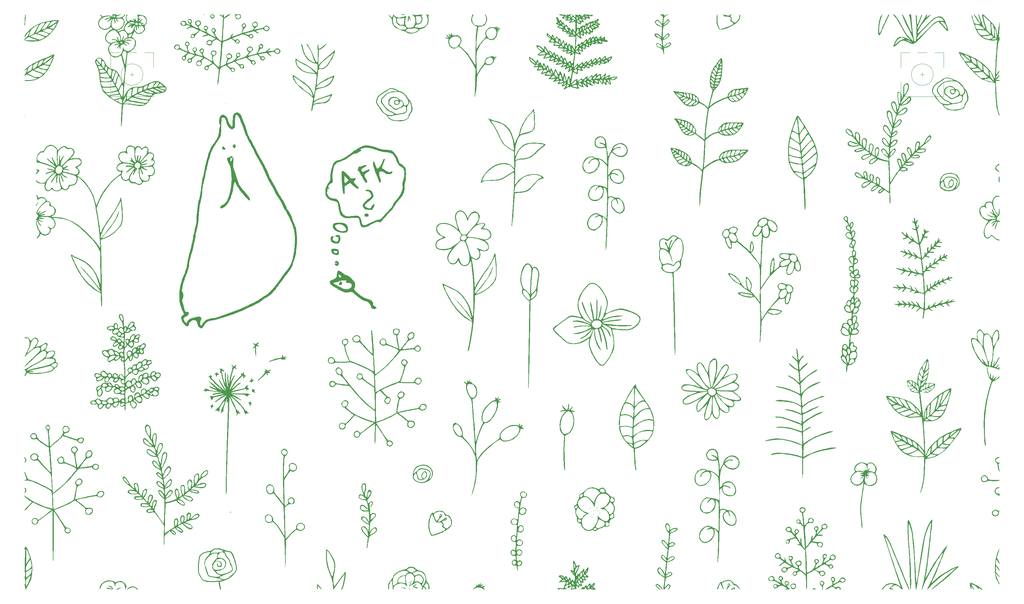
<source format=gbr>
%TF.GenerationSoftware,KiCad,Pcbnew,(6.0.7)*%
%TF.CreationDate,2022-10-25T22:15:07+02:00*%
%TF.ProjectId,the PETER keyboard,74686520-5045-4544-9552-206b6579626f,rev?*%
%TF.SameCoordinates,Original*%
%TF.FileFunction,Legend,Top*%
%TF.FilePolarity,Positive*%
%FSLAX46Y46*%
G04 Gerber Fmt 4.6, Leading zero omitted, Abs format (unit mm)*
G04 Created by KiCad (PCBNEW (6.0.7)) date 2022-10-25 22:15:07*
%MOMM*%
%LPD*%
G01*
G04 APERTURE LIST*
%ADD10C,0.120000*%
G04 APERTURE END LIST*
%TO.C,G\u002A\u002A\u002A*%
G36*
X28864851Y-198352520D02*
G01*
X29203029Y-198565108D01*
X29503155Y-198832842D01*
X29676602Y-199084884D01*
X29690979Y-199156117D01*
X29568854Y-199297830D01*
X29202989Y-199324491D01*
X28594147Y-199236081D01*
X28373692Y-199189240D01*
X27987311Y-199068337D01*
X27813112Y-198949166D01*
X27859192Y-198867994D01*
X28133648Y-198861086D01*
X28306139Y-198886681D01*
X28735192Y-198981071D01*
X29102162Y-199087081D01*
X29128393Y-199096536D01*
X29360144Y-199143461D01*
X29404255Y-199066387D01*
X29284074Y-198910130D01*
X29022950Y-198719506D01*
X28895382Y-198649286D01*
X28518002Y-198443794D01*
X28375767Y-198323868D01*
X28454076Y-198271912D01*
X28577244Y-198265915D01*
X28864851Y-198352520D01*
G37*
G36*
X156015447Y-199279213D02*
G01*
X155947894Y-199346766D01*
X155880341Y-199279213D01*
X155947894Y-199211660D01*
X156015447Y-199279213D01*
G37*
G36*
X78518748Y-164679638D02*
G01*
X78821832Y-164385696D01*
X79232149Y-164253710D01*
X79699973Y-164309248D01*
X80175579Y-164577874D01*
X80299955Y-164691332D01*
X80575060Y-165139013D01*
X80623170Y-165648303D01*
X80444572Y-166134664D01*
X80294461Y-166319397D01*
X79925663Y-166560141D01*
X79509116Y-166650872D01*
X79147168Y-166576759D01*
X79043602Y-166500666D01*
X78928925Y-166418692D01*
X78807188Y-166433022D01*
X78651103Y-166573305D01*
X78433384Y-166869190D01*
X78126740Y-167350326D01*
X77861870Y-167784612D01*
X77091792Y-169057421D01*
X77103782Y-171670977D01*
X77112137Y-172563378D01*
X77127966Y-173435662D01*
X77149545Y-174223612D01*
X77175152Y-174863012D01*
X77200060Y-175256604D01*
X77284347Y-176228675D01*
X77799346Y-175797029D01*
X78108126Y-175494356D01*
X78208330Y-175286492D01*
X78186704Y-175237032D01*
X78086370Y-174991874D01*
X78067645Y-174637289D01*
X78074312Y-174605803D01*
X78233036Y-174605803D01*
X78267733Y-174872804D01*
X78306743Y-174964561D01*
X78533590Y-175268266D01*
X78767275Y-175428320D01*
X79032517Y-175530788D01*
X79183171Y-175541562D01*
X79358836Y-175460611D01*
X79419010Y-175428183D01*
X79605445Y-175195543D01*
X79682764Y-174832917D01*
X79640793Y-174461766D01*
X79518213Y-174244000D01*
X79203918Y-174098091D01*
X78809012Y-174119105D01*
X78455534Y-174295227D01*
X78396334Y-174352634D01*
X78233036Y-174605803D01*
X78074312Y-174605803D01*
X78134278Y-174322603D01*
X78162463Y-174270982D01*
X78445314Y-174030346D01*
X78863236Y-173858773D01*
X79190925Y-173811660D01*
X79546693Y-173930102D01*
X79804767Y-174237740D01*
X79938415Y-174663038D01*
X79920902Y-175134464D01*
X79804480Y-175453428D01*
X79663167Y-175622556D01*
X79426378Y-175689485D01*
X79027619Y-175680983D01*
X78620764Y-175677083D01*
X78306898Y-175764489D01*
X77965316Y-175985320D01*
X77813547Y-176104601D01*
X77230265Y-176573607D01*
X77313223Y-180563112D01*
X77336706Y-181597170D01*
X77362372Y-182562255D01*
X77388906Y-183419934D01*
X77414993Y-184131777D01*
X77439319Y-184659350D01*
X77460569Y-184964222D01*
X77464978Y-184999416D01*
X77533773Y-185446215D01*
X77876922Y-184931863D01*
X78392335Y-184264381D01*
X79017592Y-183611206D01*
X79658174Y-183067206D01*
X79904002Y-182897303D01*
X80240589Y-182663418D01*
X80392368Y-182471516D01*
X80412382Y-182235352D01*
X80393990Y-182100589D01*
X80387066Y-181845788D01*
X80634180Y-181845788D01*
X80674098Y-182251614D01*
X80896298Y-182593575D01*
X81298551Y-182820919D01*
X81777057Y-182828908D01*
X82251064Y-182618107D01*
X82296695Y-182583769D01*
X82582510Y-182224850D01*
X82627337Y-181831715D01*
X82444979Y-181460128D01*
X82049237Y-181165856D01*
X81933536Y-181116506D01*
X81468977Y-181052032D01*
X81071187Y-181189652D01*
X80779732Y-181473019D01*
X80634180Y-181845788D01*
X80387066Y-181845788D01*
X80384963Y-181768380D01*
X80518291Y-181488830D01*
X80734139Y-181248779D01*
X81191632Y-180922093D01*
X81677912Y-180852057D01*
X82234178Y-181033202D01*
X82259876Y-181046323D01*
X82662342Y-181377799D01*
X82845218Y-181798695D01*
X82811212Y-182244818D01*
X82563035Y-182651975D01*
X82180702Y-182921862D01*
X81760736Y-183090177D01*
X81438779Y-183110492D01*
X81087493Y-182983911D01*
X80985516Y-182932237D01*
X80644877Y-182807801D01*
X80362997Y-182861539D01*
X80313553Y-182886436D01*
X79978980Y-183121277D01*
X79536223Y-183507384D01*
X79045899Y-183985025D01*
X78568627Y-184494465D01*
X78165023Y-184975973D01*
X78083423Y-185084050D01*
X77586192Y-185761132D01*
X77514846Y-189953152D01*
X77496351Y-190956202D01*
X77477275Y-191839913D01*
X77458430Y-192577176D01*
X77440628Y-193140883D01*
X77424683Y-193503924D01*
X77411406Y-193639191D01*
X77405397Y-193604745D01*
X77392151Y-193333103D01*
X77373429Y-192830801D01*
X77350474Y-192137309D01*
X77324529Y-191292096D01*
X77296840Y-190334632D01*
X77268650Y-189304386D01*
X77262256Y-189062457D01*
X77157218Y-185060595D01*
X76509274Y-183928415D01*
X75919804Y-182943695D01*
X75364097Y-182103326D01*
X74863547Y-181436853D01*
X74439546Y-180973825D01*
X74265899Y-180829938D01*
X73979447Y-180644384D01*
X73771528Y-180611428D01*
X73503989Y-180722461D01*
X73403282Y-180776186D01*
X73061912Y-180927022D01*
X72785366Y-180929490D01*
X72528375Y-180840784D01*
X72114210Y-180548622D01*
X71835966Y-180117501D01*
X71714639Y-179625053D01*
X71716651Y-179608127D01*
X71899058Y-179608127D01*
X72006028Y-180079632D01*
X72032993Y-180134902D01*
X72354047Y-180523277D01*
X72767087Y-180702528D01*
X73203255Y-180656399D01*
X73488586Y-180478486D01*
X73680056Y-180146597D01*
X73729495Y-179701031D01*
X73625410Y-179264702D01*
X73605717Y-179225563D01*
X73392751Y-179003588D01*
X73066089Y-178813065D01*
X72617831Y-178742327D01*
X72246327Y-178886544D01*
X71992947Y-179192788D01*
X71899058Y-179608127D01*
X71716651Y-179608127D01*
X71771226Y-179148916D01*
X71979277Y-178810596D01*
X72387263Y-178566123D01*
X72846291Y-178537398D01*
X73296796Y-178693629D01*
X73679215Y-179004025D01*
X73933983Y-179437796D01*
X74005873Y-179858224D01*
X74043416Y-180240158D01*
X74191801Y-180466910D01*
X74358952Y-180575174D01*
X74658914Y-180821256D01*
X75052873Y-181274684D01*
X75515051Y-181900591D01*
X76019670Y-182664106D01*
X76531808Y-183514469D01*
X77129797Y-184552617D01*
X77037056Y-180431873D01*
X77002790Y-179129696D01*
X76963603Y-178036459D01*
X76920232Y-177165436D01*
X76873416Y-176529901D01*
X76823893Y-176143129D01*
X76792381Y-176034490D01*
X76655285Y-175834743D01*
X76380572Y-175471750D01*
X76003071Y-174990299D01*
X75557613Y-174435174D01*
X75357125Y-174188980D01*
X74073802Y-172620108D01*
X73705307Y-172837784D01*
X73255515Y-172972123D01*
X72824640Y-172872616D01*
X72454451Y-172574661D01*
X72186717Y-172113656D01*
X72063204Y-171525000D01*
X72059968Y-171443359D01*
X72062496Y-171390414D01*
X72253327Y-171390414D01*
X72333717Y-171873201D01*
X72550229Y-172321460D01*
X72849637Y-172627410D01*
X73203385Y-172726860D01*
X73588613Y-172628743D01*
X73793723Y-172471083D01*
X73965725Y-172167485D01*
X74088214Y-171752267D01*
X74101288Y-171670715D01*
X74118923Y-171272341D01*
X74007845Y-170990096D01*
X73825766Y-170782037D01*
X73386485Y-170491405D01*
X72925803Y-170468167D01*
X72549765Y-170644321D01*
X72321272Y-170953865D01*
X72253327Y-171390414D01*
X72062496Y-171390414D01*
X72080496Y-171013497D01*
X72195761Y-170728538D01*
X72425907Y-170489926D01*
X72772676Y-170244261D01*
X73090869Y-170181631D01*
X73483915Y-170292692D01*
X73672059Y-170377378D01*
X74096855Y-170717569D01*
X74324664Y-171224989D01*
X74341874Y-171868406D01*
X74336997Y-171903355D01*
X74318014Y-172163292D01*
X74369628Y-172394387D01*
X74524197Y-172661466D01*
X74814077Y-173029355D01*
X75019761Y-173271235D01*
X75450629Y-173790510D01*
X75884390Y-174342481D01*
X76234173Y-174816280D01*
X76263702Y-174858735D01*
X76551054Y-175240695D01*
X76785080Y-175490035D01*
X76934842Y-175582962D01*
X76969403Y-175495681D01*
X76932251Y-175372931D01*
X76904524Y-175170175D01*
X76877987Y-174732185D01*
X76853019Y-174093941D01*
X76830000Y-173290418D01*
X76809309Y-172356597D01*
X76791324Y-171327455D01*
X76776424Y-170237970D01*
X76764989Y-169123120D01*
X76757396Y-168017883D01*
X76754026Y-166957238D01*
X76755256Y-165976162D01*
X76761466Y-165109634D01*
X76773035Y-164392631D01*
X76790341Y-163860133D01*
X76805021Y-163627532D01*
X76922682Y-162292872D01*
X76545129Y-161915319D01*
X76240641Y-161497788D01*
X76207952Y-161170644D01*
X76399761Y-161170644D01*
X76459601Y-161536017D01*
X76754901Y-161858878D01*
X77165082Y-162041093D01*
X77508281Y-161962439D01*
X77729006Y-161726837D01*
X77858767Y-161341230D01*
X77777047Y-160993904D01*
X77542456Y-160731398D01*
X77213598Y-160600253D01*
X76849081Y-160647006D01*
X76591105Y-160823236D01*
X76399761Y-161170644D01*
X76207952Y-161170644D01*
X76201289Y-161103957D01*
X76426217Y-160709942D01*
X76499200Y-160632646D01*
X76921693Y-160354681D01*
X77340912Y-160314461D01*
X77702593Y-160484377D01*
X77952471Y-160836817D01*
X78036284Y-161344168D01*
X78032694Y-161412953D01*
X77964962Y-161811251D01*
X77794122Y-162056126D01*
X77586192Y-162192982D01*
X77408059Y-162300314D01*
X77287670Y-162424432D01*
X77208801Y-162619652D01*
X77155228Y-162940290D01*
X77110727Y-163440661D01*
X77078710Y-163891915D01*
X77038331Y-164680531D01*
X77012964Y-165599317D01*
X77005656Y-166508499D01*
X77011157Y-166988788D01*
X77045766Y-168610064D01*
X77365927Y-168002086D01*
X77642386Y-167520069D01*
X77978384Y-166990975D01*
X78133861Y-166764466D01*
X78385981Y-166388354D01*
X78497246Y-166126480D01*
X78494010Y-165880818D01*
X78433182Y-165651126D01*
X78396908Y-165326979D01*
X78599490Y-165326979D01*
X78708488Y-165856568D01*
X79004447Y-166218415D01*
X79440815Y-166380746D01*
X79971039Y-166311784D01*
X80017407Y-166294829D01*
X80282669Y-166066380D01*
X80396327Y-165698676D01*
X80360349Y-165274795D01*
X80176702Y-164877814D01*
X79979019Y-164673510D01*
X79645715Y-164534455D01*
X79235321Y-164500932D01*
X78877774Y-164575294D01*
X78761618Y-164651447D01*
X78654898Y-164885883D01*
X78601057Y-165254171D01*
X78599490Y-165326979D01*
X78396908Y-165326979D01*
X78372623Y-165109970D01*
X78518748Y-164679638D01*
G37*
G36*
X86299067Y-54425849D02*
G01*
X86266562Y-53952441D01*
X86138683Y-53688767D01*
X85873708Y-53579728D01*
X85647748Y-53565659D01*
X85276910Y-53481901D01*
X84787183Y-53264627D01*
X84261623Y-52959857D01*
X83783289Y-52613611D01*
X83553969Y-52405567D01*
X82993394Y-51693594D01*
X82505510Y-50803520D01*
X82137199Y-49826222D01*
X82045455Y-49481398D01*
X81906752Y-48836298D01*
X81851822Y-48420400D01*
X81878699Y-48206655D01*
X81949708Y-48162724D01*
X82025157Y-48284819D01*
X82118661Y-48604583D01*
X82208155Y-49042986D01*
X82490305Y-50137391D01*
X82930623Y-51128597D01*
X83501470Y-51973735D01*
X84175209Y-52629939D01*
X84745847Y-52979089D01*
X85262089Y-53203032D01*
X85564313Y-53288711D01*
X85670694Y-53236067D01*
X85599408Y-53045040D01*
X85556472Y-52976440D01*
X85415595Y-52697533D01*
X85231406Y-52247097D01*
X85038962Y-51712204D01*
X84998919Y-51591600D01*
X84745284Y-50852252D01*
X84514359Y-50284856D01*
X84263037Y-49799290D01*
X83948210Y-49305431D01*
X83811174Y-49108469D01*
X83491181Y-48650304D01*
X83307857Y-48368710D01*
X83238757Y-48221863D01*
X83261439Y-48167934D01*
X83303678Y-48162724D01*
X83487413Y-48278972D01*
X83746428Y-48594318D01*
X84051520Y-49058661D01*
X84373488Y-49621904D01*
X84683131Y-50233947D01*
X84951247Y-50844690D01*
X85096663Y-51238838D01*
X85342065Y-51898524D01*
X85600948Y-52465272D01*
X85838344Y-52864794D01*
X85895377Y-52935655D01*
X86267572Y-53352213D01*
X86366120Y-52635684D01*
X86395958Y-52228687D01*
X86407075Y-51628394D01*
X86399430Y-50911076D01*
X86372987Y-50153004D01*
X86367420Y-50040939D01*
X86332455Y-49224703D01*
X86326037Y-48655278D01*
X86348786Y-48310708D01*
X86401321Y-48169037D01*
X86420469Y-48162724D01*
X86513720Y-48287954D01*
X86564772Y-48627510D01*
X86570766Y-48838256D01*
X86590317Y-49223666D01*
X86640304Y-49468251D01*
X86679422Y-49513788D01*
X86893045Y-49434907D01*
X87232030Y-49235191D01*
X87616895Y-48970031D01*
X87968162Y-48694816D01*
X88206350Y-48464936D01*
X88231385Y-48432214D01*
X88441407Y-48229783D01*
X88609867Y-48189410D01*
X88647796Y-48306452D01*
X88513940Y-48532432D01*
X88256638Y-48819566D01*
X87924224Y-49120068D01*
X87565034Y-49386153D01*
X87227404Y-49570036D01*
X87203932Y-49579321D01*
X86638320Y-49795749D01*
X86590250Y-54118453D01*
X86889510Y-53673833D01*
X87108471Y-53416441D01*
X87486389Y-53040123D01*
X87971049Y-52594545D01*
X88510238Y-52129370D01*
X88534821Y-52108877D01*
X89117233Y-51616254D01*
X89690946Y-51117343D01*
X90187611Y-50672363D01*
X90522628Y-50357573D01*
X90863001Y-50032628D01*
X91057009Y-49883482D01*
X91144265Y-49889908D01*
X91164383Y-50029874D01*
X91097944Y-50412812D01*
X90917918Y-50959145D01*
X90653244Y-51602696D01*
X90332859Y-52277291D01*
X89985702Y-52916756D01*
X89709848Y-53356072D01*
X89163543Y-54095091D01*
X88671828Y-54610872D01*
X88194193Y-54933099D01*
X87690123Y-55091457D01*
X87301595Y-55120703D01*
X87023636Y-55116183D01*
X86819979Y-55126960D01*
X86675104Y-55189537D01*
X86573491Y-55340418D01*
X86499618Y-55616107D01*
X86437965Y-56053106D01*
X86373010Y-56687921D01*
X86296307Y-57485064D01*
X86228384Y-58138045D01*
X86160683Y-58719828D01*
X86101709Y-59161034D01*
X86064712Y-59374064D01*
X86037927Y-59542427D01*
X86093371Y-59573385D01*
X86269979Y-59451770D01*
X86605638Y-59163334D01*
X86892917Y-58950964D01*
X87336010Y-58671549D01*
X87889036Y-58349129D01*
X88506117Y-58007741D01*
X89141374Y-57671424D01*
X89748929Y-57364215D01*
X90282902Y-57110153D01*
X90697414Y-56933275D01*
X90946587Y-56857620D01*
X90993830Y-56864156D01*
X90993227Y-57033003D01*
X90883965Y-57369680D01*
X90694872Y-57809395D01*
X90454777Y-58287358D01*
X90192508Y-58738776D01*
X90091534Y-58892052D01*
X89567010Y-59441468D01*
X88829716Y-59906196D01*
X87930697Y-60259989D01*
X87043639Y-60459129D01*
X86416417Y-60589083D01*
X86018941Y-60766985D01*
X85811579Y-61019542D01*
X85754832Y-61327642D01*
X85726293Y-61582241D01*
X85654712Y-62021922D01*
X85553394Y-62567497D01*
X85509481Y-62787990D01*
X85407527Y-63310168D01*
X85336370Y-63714393D01*
X85306054Y-63941472D01*
X85308852Y-63970171D01*
X85437602Y-63906780D01*
X85707885Y-63749460D01*
X85790639Y-63699186D01*
X86087837Y-63554160D01*
X86577349Y-63355333D01*
X87193135Y-63128070D01*
X87869155Y-62897738D01*
X87921830Y-62880597D01*
X88584175Y-62658127D01*
X89176610Y-62444990D01*
X89638726Y-62263880D01*
X89910113Y-62137494D01*
X89926372Y-62127489D01*
X90179194Y-62001967D01*
X90317420Y-61997321D01*
X90328535Y-62177576D01*
X90226209Y-62512233D01*
X90043347Y-62928546D01*
X89812853Y-63353765D01*
X89567634Y-63715142D01*
X89507979Y-63786878D01*
X89212588Y-64098755D01*
X88929749Y-64314516D01*
X88595458Y-64457996D01*
X88145710Y-64553028D01*
X87516501Y-64623447D01*
X87187145Y-64651110D01*
X86380028Y-64729727D01*
X85802860Y-64827253D01*
X85415383Y-64960835D01*
X85177336Y-65147620D01*
X85048462Y-65404756D01*
X85010183Y-65578334D01*
X84910247Y-66166717D01*
X84833469Y-66535110D01*
X84766478Y-66731255D01*
X84695904Y-66802894D01*
X84665968Y-66807405D01*
X84590132Y-66696596D01*
X84599355Y-66503415D01*
X84643998Y-66251122D01*
X84718963Y-65799224D01*
X84813214Y-65215147D01*
X84901058Y-64659953D01*
X84901916Y-64654481D01*
X85145877Y-64654481D01*
X85157040Y-64749281D01*
X85304219Y-64723405D01*
X85577438Y-64645761D01*
X86003455Y-64554211D01*
X86300554Y-64500621D01*
X86839063Y-64427511D01*
X87368623Y-64381221D01*
X87584064Y-64373305D01*
X88372218Y-64245198D01*
X89044028Y-63886544D01*
X89561840Y-63318486D01*
X89614105Y-63233395D01*
X89807361Y-62875346D01*
X89913794Y-62620973D01*
X89919482Y-62545128D01*
X89770544Y-62557614D01*
X89422461Y-62645577D01*
X88929642Y-62791078D01*
X88346497Y-62976181D01*
X87727432Y-63182948D01*
X87126858Y-63393440D01*
X86599181Y-63589722D01*
X86198811Y-63753855D01*
X86073324Y-63813136D01*
X85771644Y-64002848D01*
X85491178Y-64236291D01*
X85269922Y-64468493D01*
X85145877Y-64654481D01*
X84901916Y-64654481D01*
X85142429Y-63120480D01*
X84502664Y-62541263D01*
X84096593Y-62198142D01*
X83558361Y-61776346D01*
X82980390Y-61347461D01*
X82751141Y-61184615D01*
X81726742Y-60401873D01*
X80865011Y-59607115D01*
X80185480Y-58824550D01*
X79707686Y-58078385D01*
X79451164Y-57392829D01*
X79436917Y-57268401D01*
X79716862Y-57268401D01*
X79724618Y-57430468D01*
X79844900Y-57752073D01*
X80044059Y-58165493D01*
X80288447Y-58603005D01*
X80544416Y-58996884D01*
X80636698Y-59119740D01*
X80890289Y-59383508D01*
X81314843Y-59763846D01*
X81861804Y-60219762D01*
X82482616Y-60710262D01*
X82856833Y-60994029D01*
X83465354Y-61453475D01*
X83999471Y-61866946D01*
X84420327Y-62203552D01*
X84689062Y-62432402D01*
X84765471Y-62511317D01*
X84866001Y-62602457D01*
X84918928Y-62468513D01*
X84889959Y-62234183D01*
X84770570Y-61849524D01*
X84627355Y-61493089D01*
X84345752Y-60978040D01*
X83959688Y-60420410D01*
X83641523Y-60039917D01*
X83361550Y-59778369D01*
X82944217Y-59435252D01*
X82431897Y-59040489D01*
X81866963Y-58624003D01*
X81291788Y-58215717D01*
X80748747Y-57845554D01*
X80280212Y-57543438D01*
X79928557Y-57339291D01*
X79736154Y-57263038D01*
X79716862Y-57268401D01*
X79436917Y-57268401D01*
X79411448Y-57045969D01*
X79441979Y-56756284D01*
X79560203Y-56699022D01*
X79801705Y-56865300D01*
X79874293Y-56930428D01*
X80085837Y-57096399D01*
X80473937Y-57375248D01*
X80988871Y-57732155D01*
X81580919Y-58132302D01*
X81774490Y-58261110D01*
X82719123Y-58914286D01*
X83456721Y-59495535D01*
X84025235Y-60046931D01*
X84462617Y-60610548D01*
X84806818Y-61228459D01*
X85095792Y-61942740D01*
X85096030Y-61943415D01*
X85310474Y-62551235D01*
X85605952Y-60659905D01*
X85651953Y-60362523D01*
X85848192Y-60362523D01*
X86700790Y-60266062D01*
X87314067Y-60162539D01*
X87958153Y-60002224D01*
X88293545Y-59892674D01*
X89130524Y-59443022D01*
X89836025Y-58792942D01*
X90358526Y-57996777D01*
X90550509Y-57512175D01*
X90568349Y-57398692D01*
X90509879Y-57355193D01*
X90341125Y-57392948D01*
X90028112Y-57523228D01*
X89536863Y-57757306D01*
X88980125Y-58033155D01*
X88114971Y-58474616D01*
X87457022Y-58836736D01*
X86965319Y-59147079D01*
X86598899Y-59433210D01*
X86316805Y-59722692D01*
X86151346Y-59936782D01*
X85848192Y-60362523D01*
X85651953Y-60362523D01*
X85780515Y-59531398D01*
X85913081Y-58639688D01*
X86006020Y-57955028D01*
X86061699Y-57447668D01*
X86082488Y-57087861D01*
X86070757Y-56845858D01*
X86028874Y-56691910D01*
X85959208Y-56596269D01*
X85931402Y-56573096D01*
X85647297Y-56457111D01*
X85258254Y-56403588D01*
X85227656Y-56403193D01*
X84077770Y-56310028D01*
X83027021Y-56048580D01*
X82102863Y-55638339D01*
X81332751Y-55098797D01*
X80744140Y-54449442D01*
X80364486Y-53709767D01*
X80221244Y-52899260D01*
X80220766Y-52848791D01*
X80225165Y-52735746D01*
X80406456Y-52735746D01*
X80434749Y-53020934D01*
X80508903Y-53389279D01*
X80612007Y-53753260D01*
X80703952Y-53982452D01*
X81012638Y-54411517D01*
X81496550Y-54877037D01*
X82079915Y-55315390D01*
X82686963Y-55662953D01*
X82728286Y-55682193D01*
X83177623Y-55853150D01*
X83728462Y-55992026D01*
X84431420Y-56108435D01*
X85337113Y-56211994D01*
X85692575Y-56245299D01*
X85661444Y-56166315D01*
X85466727Y-55944204D01*
X85144325Y-55618103D01*
X84921632Y-55404881D01*
X84196388Y-54795623D01*
X83388202Y-54274032D01*
X82692377Y-53911276D01*
X82097360Y-53612230D01*
X81549241Y-53317618D01*
X81122083Y-53068227D01*
X80939090Y-52945729D01*
X80651269Y-52740254D01*
X80464186Y-52628200D01*
X80440935Y-52621235D01*
X80406456Y-52735746D01*
X80225165Y-52735746D01*
X80235213Y-52477544D01*
X80271912Y-52249854D01*
X80296242Y-52215915D01*
X80437209Y-52293196D01*
X80709135Y-52489287D01*
X80870444Y-52615389D01*
X81232513Y-52861858D01*
X81746362Y-53157951D01*
X82314726Y-53448460D01*
X82450022Y-53511946D01*
X83462288Y-54020322D01*
X84309645Y-54552193D01*
X85093823Y-55174848D01*
X85438056Y-55488317D01*
X86129282Y-56138993D01*
X86213431Y-55629848D01*
X86264875Y-55176476D01*
X86291179Y-54710001D01*
X86705873Y-54710001D01*
X86822977Y-54851443D01*
X87120864Y-54917415D01*
X87519391Y-54902693D01*
X87938419Y-54802054D01*
X87965284Y-54792099D01*
X88454382Y-54484359D01*
X88988823Y-53918937D01*
X89510107Y-53184311D01*
X89749504Y-52781885D01*
X90018987Y-52285923D01*
X90286599Y-51761191D01*
X90520381Y-51272456D01*
X90688376Y-50884485D01*
X90758624Y-50662044D01*
X90759064Y-50653156D01*
X90664955Y-50697481D01*
X90412753Y-50885200D01*
X90047644Y-51181685D01*
X89837334Y-51359498D01*
X89285443Y-51822694D01*
X88681220Y-52315700D01*
X88144535Y-52740876D01*
X88085617Y-52786353D01*
X87528803Y-53283314D01*
X87085828Y-53813429D01*
X86798040Y-54319051D01*
X86705873Y-54710001D01*
X86291179Y-54710001D01*
X86295503Y-54633316D01*
X86299067Y-54425849D01*
G37*
G36*
X153536110Y-152595173D02*
G01*
X153895023Y-151560305D01*
X154439793Y-150644762D01*
X154712378Y-150320185D01*
X155137256Y-149864348D01*
X154279810Y-149956826D01*
X153775387Y-149983330D01*
X153525718Y-149943345D01*
X153534424Y-149861654D01*
X153805128Y-149763041D01*
X154240074Y-149684937D01*
X154885510Y-149599317D01*
X154504734Y-149218541D01*
X154258952Y-148894737D01*
X154135527Y-148578526D01*
X154131903Y-148523383D01*
X154149013Y-148305012D01*
X154217226Y-148341662D01*
X154300786Y-148473980D01*
X154593832Y-148871928D01*
X154930735Y-149207537D01*
X155244636Y-149422544D01*
X155440837Y-149467477D01*
X155573964Y-149389612D01*
X155662157Y-149180740D01*
X155722527Y-148785998D01*
X155749450Y-148477971D01*
X155800401Y-147980739D01*
X155858979Y-147744579D01*
X155927571Y-147760402D01*
X155934289Y-147773816D01*
X155986153Y-148034339D01*
X156002859Y-148458333D01*
X155988737Y-148824595D01*
X155930116Y-149635028D01*
X156513207Y-149062767D01*
X156863122Y-148742728D01*
X157054318Y-148614860D01*
X157074594Y-148675606D01*
X156911752Y-148921409D01*
X156743352Y-149129872D01*
X156547854Y-149387409D01*
X156514398Y-149554159D01*
X156673745Y-149670647D01*
X157056656Y-149777399D01*
X157270707Y-149824600D01*
X157536391Y-149923786D01*
X157563618Y-150022788D01*
X157380697Y-150078384D01*
X157113711Y-150064312D01*
X156713908Y-150005633D01*
X157031101Y-150632169D01*
X157330920Y-151450509D01*
X157458931Y-152333526D01*
X157428643Y-153235611D01*
X157253571Y-154111155D01*
X156947226Y-154914549D01*
X156523119Y-155600185D01*
X155994763Y-156122454D01*
X155375670Y-156435748D01*
X155306139Y-156454617D01*
X155026017Y-156595420D01*
X154928380Y-156769126D01*
X154919191Y-156975040D01*
X154897866Y-157399262D01*
X154867073Y-157990294D01*
X154829480Y-158696635D01*
X154804866Y-159152617D01*
X154758699Y-160602648D01*
X154765776Y-162151445D01*
X154821588Y-163568884D01*
X154877413Y-164584619D01*
X154908227Y-165350561D01*
X154913604Y-165886008D01*
X154893113Y-166210260D01*
X154846328Y-166342615D01*
X154772818Y-166302373D01*
X154761259Y-166285443D01*
X154689625Y-166041476D01*
X154625728Y-165569594D01*
X154570954Y-164912018D01*
X154526690Y-164110971D01*
X154494323Y-163208676D01*
X154475239Y-162247356D01*
X154470825Y-161269232D01*
X154482469Y-160316526D01*
X154511556Y-159431463D01*
X154526522Y-159138264D01*
X154667399Y-156656165D01*
X154144322Y-156133088D01*
X153825313Y-155769612D01*
X153625917Y-155397678D01*
X153489063Y-154901507D01*
X153456753Y-154738240D01*
X153417541Y-154172519D01*
X153651465Y-154172519D01*
X153769016Y-154965542D01*
X154023263Y-155629119D01*
X154387539Y-156088587D01*
X154698526Y-156200251D01*
X155136717Y-156178440D01*
X155601760Y-156035393D01*
X155827333Y-155912958D01*
X156279183Y-155481479D01*
X156673888Y-154849530D01*
X156982633Y-154085364D01*
X157176608Y-153257233D01*
X157229801Y-152590703D01*
X157165567Y-151840214D01*
X156985322Y-151150256D01*
X156713717Y-150568412D01*
X156375399Y-150142267D01*
X155995019Y-149919402D01*
X155834824Y-149897830D01*
X155514082Y-150007316D01*
X155122309Y-150298048D01*
X154716735Y-150713444D01*
X154354588Y-151196918D01*
X154148049Y-151565589D01*
X153838075Y-152417661D01*
X153673516Y-153304931D01*
X153651465Y-154172519D01*
X153417541Y-154172519D01*
X153383279Y-153678206D01*
X153536110Y-152595173D01*
G37*
G36*
X113129974Y-196308417D02*
G01*
X113014709Y-195684158D01*
X113009780Y-195672235D01*
X112747821Y-195204272D01*
X112409169Y-194952510D01*
X111919702Y-194862950D01*
X111897665Y-194862042D01*
X111395766Y-194955264D01*
X111031148Y-195261432D01*
X110811739Y-195756251D01*
X110745471Y-196415424D01*
X110840274Y-197214656D01*
X110966660Y-197714294D01*
X111072574Y-198117721D01*
X111121922Y-198404424D01*
X111114103Y-198492083D01*
X111029479Y-198437743D01*
X110964709Y-198288728D01*
X110782365Y-198070124D01*
X110427054Y-197851617D01*
X109992326Y-197677833D01*
X109571732Y-197593399D01*
X109502341Y-197591137D01*
X108886366Y-197675209D01*
X108307075Y-197898390D01*
X107823269Y-198221735D01*
X107493752Y-198606302D01*
X107377149Y-198998608D01*
X107330762Y-199257422D01*
X107237811Y-199346766D01*
X107144903Y-199228792D01*
X107105343Y-198941384D01*
X107105470Y-198907671D01*
X107093968Y-198444050D01*
X107052684Y-197941877D01*
X106991549Y-197473251D01*
X106971895Y-197372857D01*
X107152157Y-197372857D01*
X107177016Y-197608747D01*
X107260473Y-198048292D01*
X107367246Y-198238394D01*
X107517612Y-198199803D01*
X107635299Y-198077791D01*
X107872811Y-197888035D01*
X108161705Y-197736294D01*
X108398475Y-197606148D01*
X108490438Y-197417753D01*
X108483964Y-197111699D01*
X108641936Y-197111699D01*
X108660613Y-197184916D01*
X108764052Y-197373844D01*
X108965738Y-197429315D01*
X109247081Y-197402079D01*
X109729567Y-197400680D01*
X110206000Y-197498501D01*
X110214383Y-197501516D01*
X110524854Y-197611051D01*
X110696326Y-197664699D01*
X110706443Y-197665854D01*
X110698225Y-197540980D01*
X110656252Y-197230033D01*
X110618352Y-196982405D01*
X110568446Y-196504515D01*
X110566037Y-196075543D01*
X110582276Y-195935330D01*
X110601013Y-195667147D01*
X110475744Y-195571944D01*
X110341481Y-195563788D01*
X109805830Y-195659436D01*
X109315589Y-195912648D01*
X108923218Y-196272827D01*
X108681180Y-196689377D01*
X108641936Y-197111699D01*
X108483964Y-197111699D01*
X108483106Y-197071127D01*
X108479938Y-197037181D01*
X108485341Y-196605789D01*
X108631366Y-196286486D01*
X108746936Y-196149884D01*
X109349367Y-195670902D01*
X110016645Y-195445644D01*
X110266123Y-195428681D01*
X110624796Y-195381353D01*
X110800617Y-195215221D01*
X110822536Y-195157922D01*
X111000298Y-194899293D01*
X111064385Y-194850811D01*
X112765922Y-194850811D01*
X112913336Y-195106101D01*
X112952317Y-195155298D01*
X113173879Y-195395798D01*
X113355901Y-195448242D01*
X113614621Y-195345369D01*
X113619110Y-195343099D01*
X114211046Y-195159660D01*
X114754030Y-195240500D01*
X115264317Y-195588283D01*
X115294383Y-195617830D01*
X115650404Y-196131884D01*
X115768452Y-196690273D01*
X115642857Y-197236691D01*
X115483167Y-197492608D01*
X115325296Y-197798199D01*
X115303573Y-198080105D01*
X115416611Y-198249511D01*
X115495241Y-198265915D01*
X115623650Y-198156439D01*
X115803910Y-197882103D01*
X115869618Y-197759266D01*
X116161467Y-197029068D01*
X116241897Y-196371737D01*
X116156360Y-195823957D01*
X115850126Y-195160863D01*
X115360812Y-194664413D01*
X114736914Y-194362011D01*
X114026928Y-194281061D01*
X113558266Y-194355833D01*
X113061834Y-194510711D01*
X112806570Y-194664025D01*
X112765922Y-194850811D01*
X111064385Y-194850811D01*
X111270736Y-194694707D01*
X111633000Y-194502252D01*
X111099601Y-194276944D01*
X110489077Y-194126028D01*
X109815597Y-194178190D01*
X109035903Y-194438761D01*
X108760867Y-194565109D01*
X108024903Y-195057358D01*
X107503133Y-195705409D01*
X107208052Y-196485246D01*
X107152157Y-197372857D01*
X106971895Y-197372857D01*
X106920491Y-197110273D01*
X106849442Y-196925044D01*
X106831013Y-196914852D01*
X106637787Y-197036404D01*
X106438495Y-197351977D01*
X106264212Y-197787942D01*
X106146011Y-198270671D01*
X106112896Y-198616383D01*
X106085974Y-199079894D01*
X106028339Y-199308004D01*
X105949636Y-199289870D01*
X105859511Y-199014646D01*
X105840033Y-198923153D01*
X105835396Y-198283673D01*
X106036144Y-197629333D01*
X106406399Y-197066958D01*
X106492811Y-196979451D01*
X106817757Y-196587976D01*
X107067761Y-196141706D01*
X107103682Y-196046521D01*
X107473496Y-195339451D01*
X108061366Y-194731620D01*
X108823897Y-194254009D01*
X109717696Y-193937598D01*
X109955693Y-193893520D01*
X110987225Y-193893520D01*
X111512772Y-194219140D01*
X111968034Y-194489393D01*
X112271202Y-194622403D01*
X112493408Y-194633192D01*
X112705788Y-194536780D01*
X112781405Y-194487028D01*
X113123652Y-194282143D01*
X113389383Y-194157515D01*
X113540100Y-194081618D01*
X113534252Y-193976861D01*
X113351063Y-193783120D01*
X113218369Y-193662658D01*
X112690024Y-193341877D01*
X112124875Y-193259619D01*
X111583643Y-193418566D01*
X111351423Y-193580250D01*
X110987225Y-193893520D01*
X109955693Y-193893520D01*
X110176612Y-193852605D01*
X110879009Y-193641100D01*
X111283342Y-193366683D01*
X111596907Y-193125438D01*
X111879661Y-193021478D01*
X112258575Y-193017708D01*
X112427965Y-193032282D01*
X112895261Y-193110115D01*
X113222267Y-193274201D01*
X113520709Y-193567872D01*
X113872042Y-193897299D01*
X114260117Y-194059705D01*
X114555528Y-194106844D01*
X115267762Y-194308207D01*
X115833424Y-194723807D01*
X116231780Y-195328755D01*
X116442095Y-196098164D01*
X116467445Y-196401726D01*
X116518757Y-196893358D01*
X116643149Y-197202312D01*
X116781918Y-197349368D01*
X117046533Y-197649221D01*
X117231382Y-197975102D01*
X117329689Y-198359019D01*
X117348126Y-198771448D01*
X117292147Y-199117801D01*
X117167204Y-199303493D01*
X117154511Y-199308535D01*
X117061384Y-199236211D01*
X117052740Y-198922038D01*
X117066357Y-198778515D01*
X117073369Y-198323760D01*
X116947781Y-197982053D01*
X116837966Y-197826820D01*
X116617574Y-197578442D01*
X116462402Y-197457536D01*
X116450195Y-197455277D01*
X116332156Y-197562653D01*
X116155858Y-197829650D01*
X116104575Y-197921435D01*
X115853532Y-198387594D01*
X116214511Y-198816592D01*
X116419598Y-199099644D01*
X116501412Y-199295454D01*
X116491988Y-199329091D01*
X116365774Y-199286343D01*
X116144380Y-199081281D01*
X116034460Y-198954315D01*
X115660433Y-198496039D01*
X115575361Y-198921402D01*
X115452333Y-199236026D01*
X115283106Y-199346766D01*
X115149850Y-199310160D01*
X115198387Y-199153671D01*
X115245939Y-199074529D01*
X115306352Y-198744827D01*
X115176463Y-198342300D01*
X114895276Y-197937073D01*
X114501795Y-197599268D01*
X114388159Y-197532340D01*
X114030081Y-197371159D01*
X113755273Y-197354557D01*
X113502965Y-197436212D01*
X113116547Y-197650277D01*
X112746453Y-197933426D01*
X112746351Y-197933521D01*
X112422879Y-198197324D01*
X112262701Y-198252684D01*
X112275522Y-198113476D01*
X112471045Y-197793573D01*
X112562276Y-197670333D01*
X112855539Y-197177663D01*
X113254277Y-197177663D01*
X113730619Y-197101389D01*
X114161969Y-197098442D01*
X114513031Y-197280264D01*
X114541257Y-197303254D01*
X114892654Y-197536696D01*
X115144408Y-197534926D01*
X115346432Y-197287784D01*
X115421986Y-197123973D01*
X115542311Y-196699877D01*
X115491273Y-196329742D01*
X115473242Y-196279806D01*
X115215495Y-195786055D01*
X114875200Y-195517271D01*
X114393499Y-195429248D01*
X114340011Y-195428681D01*
X113834071Y-195478967D01*
X113521811Y-195660990D01*
X113356578Y-196021499D01*
X113298758Y-196472055D01*
X113254277Y-197177663D01*
X112855539Y-197177663D01*
X112979341Y-196969681D01*
X113129974Y-196308417D01*
G37*
G36*
X181725480Y-109576007D02*
G01*
X181656804Y-109280961D01*
X181457422Y-108836243D01*
X181392801Y-108709168D01*
X181187513Y-108283888D01*
X181060386Y-107918805D01*
X180991952Y-107520846D01*
X180962742Y-106996938D01*
X180956594Y-106636561D01*
X181152711Y-106636561D01*
X181193770Y-107262389D01*
X181281666Y-107842454D01*
X181346548Y-108103278D01*
X181577284Y-108703633D01*
X181849192Y-109053251D01*
X182183949Y-109170902D01*
X182510299Y-109111067D01*
X183262717Y-108973972D01*
X184001163Y-109068073D01*
X184387788Y-109226157D01*
X184860660Y-109480392D01*
X185413375Y-108882728D01*
X185739124Y-108560269D01*
X186016910Y-108337065D01*
X186156460Y-108269506D01*
X186462402Y-108268622D01*
X186575615Y-108276703D01*
X186747818Y-108166602D01*
X186930264Y-107837243D01*
X187107825Y-107338383D01*
X187265371Y-106719784D01*
X187387775Y-106031205D01*
X187456236Y-105380277D01*
X187466473Y-104454298D01*
X187375098Y-103633303D01*
X187193685Y-102951303D01*
X186933809Y-102442313D01*
X186607044Y-102140346D01*
X186329812Y-102070171D01*
X186037928Y-102186808D01*
X185674683Y-102505176D01*
X185273547Y-102977956D01*
X184867992Y-103557830D01*
X184491489Y-104197481D01*
X184177509Y-104849589D01*
X183981218Y-105390355D01*
X183900486Y-105726613D01*
X183907401Y-106001287D01*
X184019020Y-106321849D01*
X184182519Y-106658639D01*
X184473102Y-107424823D01*
X184599844Y-108134732D01*
X184653440Y-108893043D01*
X184452114Y-108023871D01*
X184131231Y-107033274D01*
X183673308Y-106191155D01*
X183106869Y-105546606D01*
X182932195Y-105407853D01*
X182408115Y-105120142D01*
X181915633Y-105014850D01*
X181512265Y-105097147D01*
X181318297Y-105262799D01*
X181214200Y-105558935D01*
X181159263Y-106042799D01*
X181152711Y-106636561D01*
X180956594Y-106636561D01*
X180956356Y-106622609D01*
X180967648Y-105885611D01*
X181021737Y-105397580D01*
X181120638Y-105140364D01*
X181120833Y-105140127D01*
X181229954Y-104917838D01*
X181152101Y-104650945D01*
X181132092Y-104612636D01*
X181039033Y-104305079D01*
X180978408Y-103848246D01*
X180965093Y-103517976D01*
X180991295Y-103281525D01*
X181178246Y-103281525D01*
X181196487Y-103900365D01*
X181221471Y-104049878D01*
X181307720Y-104440576D01*
X181421417Y-104642333D01*
X181640733Y-104731617D01*
X181963363Y-104775592D01*
X182447107Y-104890948D01*
X182879046Y-105090001D01*
X182963510Y-105149027D01*
X183225909Y-105335563D01*
X183382251Y-105409515D01*
X183393689Y-105406113D01*
X183387692Y-105261682D01*
X183324341Y-104937215D01*
X183251857Y-104638426D01*
X183082879Y-104158523D01*
X182872480Y-103797097D01*
X182773821Y-103696961D01*
X182563877Y-103432208D01*
X182571716Y-103246799D01*
X182710260Y-103040686D01*
X182872755Y-103095017D01*
X183065467Y-103412979D01*
X183114224Y-103522564D01*
X183352526Y-104083234D01*
X183503673Y-104421418D01*
X183592358Y-104560607D01*
X183643272Y-104524294D01*
X183681105Y-104335973D01*
X183717724Y-104096766D01*
X183849139Y-103503448D01*
X184027587Y-102997667D01*
X184227202Y-102636814D01*
X184422117Y-102478277D01*
X184448447Y-102475490D01*
X184634828Y-102551006D01*
X184614063Y-102717923D01*
X184474450Y-102840319D01*
X184290530Y-103075321D01*
X184117886Y-103530302D01*
X183973304Y-104155082D01*
X183918592Y-104502086D01*
X183884769Y-104778822D01*
X183891368Y-104893612D01*
X183957152Y-104826284D01*
X184100880Y-104556668D01*
X184341316Y-104064592D01*
X184358424Y-104029213D01*
X184665139Y-103455761D01*
X185008914Y-102906217D01*
X185325664Y-102481252D01*
X185388393Y-102411254D01*
X185895764Y-101874146D01*
X185599680Y-101634392D01*
X185228829Y-101424531D01*
X184858054Y-101424785D01*
X184446793Y-101646085D01*
X183982469Y-102070171D01*
X183645015Y-102406734D01*
X183377450Y-102648739D01*
X183235881Y-102745565D01*
X183233769Y-102745703D01*
X183065905Y-102680559D01*
X182770807Y-102518817D01*
X182683991Y-102466240D01*
X182275518Y-102286297D01*
X181888365Y-102227217D01*
X181857405Y-102229803D01*
X181527320Y-102392968D01*
X181294729Y-102761301D01*
X181178246Y-103281525D01*
X180991295Y-103281525D01*
X181043699Y-102808636D01*
X181276703Y-102320388D01*
X181659879Y-102056110D01*
X182189005Y-102018679D01*
X182859854Y-102210975D01*
X182874250Y-102216999D01*
X183136099Y-102313933D01*
X183325151Y-102308772D01*
X183525074Y-102169273D01*
X183819539Y-101863195D01*
X183834537Y-101846957D01*
X184373668Y-101380827D01*
X184884932Y-101177076D01*
X185362109Y-101237499D01*
X185560634Y-101348921D01*
X185923610Y-101598051D01*
X186196803Y-101754454D01*
X186507190Y-101886743D01*
X186668998Y-101947827D01*
X187065953Y-102233261D01*
X187372249Y-102734756D01*
X187583942Y-103412450D01*
X187697089Y-104226485D01*
X187707746Y-105136999D01*
X187611969Y-106104132D01*
X187405814Y-107088024D01*
X187233429Y-107652649D01*
X187051060Y-108462158D01*
X187050936Y-108978525D01*
X187069204Y-109363521D01*
X186994353Y-109668169D01*
X186788758Y-110008577D01*
X186661219Y-110181109D01*
X186260775Y-110623556D01*
X185777178Y-111044341D01*
X185571504Y-111189852D01*
X184939039Y-111595171D01*
X185002453Y-112540915D01*
X185017367Y-112846392D01*
X185038115Y-113395033D01*
X185063889Y-114159870D01*
X185093881Y-115113936D01*
X185127282Y-116230264D01*
X185163284Y-117481888D01*
X185201078Y-118841838D01*
X185239858Y-120283149D01*
X185275780Y-121660596D01*
X185325392Y-123701908D01*
X185366109Y-125607989D01*
X185397893Y-127365744D01*
X185420708Y-128962078D01*
X185434515Y-130383895D01*
X185439279Y-131618098D01*
X185434962Y-132651594D01*
X185421526Y-133471285D01*
X185398934Y-134064076D01*
X185367150Y-134416872D01*
X185326135Y-134516577D01*
X185312254Y-134495703D01*
X185295682Y-134331890D01*
X185274564Y-133918597D01*
X185249490Y-133276508D01*
X185221046Y-132426308D01*
X185189819Y-131388679D01*
X185156397Y-130184307D01*
X185121366Y-128833876D01*
X185085315Y-127358068D01*
X185048830Y-125777569D01*
X185012499Y-124113063D01*
X184998434Y-123442520D01*
X184962389Y-121743053D01*
X184926273Y-120113865D01*
X184890651Y-118576303D01*
X184856090Y-117151713D01*
X184823158Y-115861441D01*
X184792421Y-114726834D01*
X184764445Y-113769238D01*
X184739798Y-113009999D01*
X184719045Y-112470463D01*
X184702754Y-112171978D01*
X184698045Y-112127361D01*
X184621688Y-111817132D01*
X184467740Y-111687450D01*
X184141111Y-111659475D01*
X184133674Y-111659421D01*
X183376216Y-111583982D01*
X182709403Y-111385773D01*
X182167387Y-111090919D01*
X181784320Y-110725544D01*
X181594354Y-110315773D01*
X181631642Y-109887730D01*
X181639398Y-109870728D01*
X181924201Y-109870728D01*
X181943206Y-110359769D01*
X182204622Y-110790298D01*
X182681802Y-111128785D01*
X183032464Y-111265370D01*
X183523144Y-111354344D01*
X184106788Y-111376040D01*
X184672563Y-111333825D01*
X185109636Y-111231063D01*
X185178367Y-111200225D01*
X185537571Y-110949333D01*
X185943341Y-110570687D01*
X186328470Y-110138944D01*
X186625750Y-109728766D01*
X186762465Y-109440470D01*
X186757884Y-109112766D01*
X186634515Y-108766206D01*
X186441983Y-108502730D01*
X186265770Y-108420171D01*
X186073465Y-108518311D01*
X185788409Y-108768713D01*
X185477109Y-109105346D01*
X185206074Y-109462178D01*
X185187288Y-109490913D01*
X185048728Y-109675654D01*
X184902097Y-109734418D01*
X184675274Y-109662518D01*
X184296138Y-109455265D01*
X184252681Y-109430161D01*
X183809197Y-109274831D01*
X183287962Y-109238653D01*
X182763721Y-109307484D01*
X182311220Y-109467181D01*
X182005207Y-109703603D01*
X181924201Y-109870728D01*
X181639398Y-109870728D01*
X181679739Y-109782299D01*
X181725480Y-109576007D01*
G37*
G36*
X56826688Y-40017625D02*
G01*
X57222332Y-39941677D01*
X57266849Y-39944988D01*
X57585543Y-40008154D01*
X57724904Y-40169262D01*
X57766045Y-40403137D01*
X57746615Y-40730037D01*
X57561697Y-40923706D01*
X57455698Y-40977340D01*
X57167407Y-41101780D01*
X57008578Y-41110960D01*
X56860071Y-40995499D01*
X56789459Y-40924882D01*
X56577943Y-40575546D01*
X56592511Y-40371589D01*
X56847362Y-40371589D01*
X56904512Y-40733364D01*
X57080213Y-40852631D01*
X57380845Y-40732600D01*
X57458195Y-40678940D01*
X57630423Y-40505397D01*
X57580836Y-40332121D01*
X57535028Y-40273621D01*
X57268338Y-40077535D01*
X57016539Y-40075207D01*
X56862791Y-40254790D01*
X56847362Y-40371589D01*
X56592511Y-40371589D01*
X56601122Y-40251021D01*
X56826688Y-40017625D01*
G37*
G36*
X161636686Y-129846583D02*
G01*
X161648003Y-129816432D01*
X161584248Y-129785884D01*
X161345030Y-129887171D01*
X160977602Y-130099115D01*
X160882921Y-130159351D01*
X159997053Y-130681462D01*
X159199255Y-131026521D01*
X158401610Y-131222522D01*
X157516199Y-131297459D01*
X157298958Y-131300485D01*
X156651726Y-131290140D01*
X156186594Y-131243546D01*
X155816311Y-131146040D01*
X155475022Y-130993968D01*
X155176353Y-130795246D01*
X154738994Y-130446368D01*
X154207778Y-129989174D01*
X153627536Y-129465507D01*
X153043102Y-128917207D01*
X152499309Y-128386115D01*
X152040989Y-127914073D01*
X151712977Y-127542922D01*
X151582289Y-127360999D01*
X151519231Y-127234855D01*
X151515665Y-127210614D01*
X151829218Y-127210614D01*
X151921057Y-127349654D01*
X152173943Y-127633999D01*
X152549644Y-128026462D01*
X153009928Y-128489857D01*
X153516565Y-128986995D01*
X154031324Y-129480691D01*
X154515971Y-129933757D01*
X154932277Y-130309007D01*
X155242010Y-130569253D01*
X155383336Y-130667625D01*
X156346003Y-131015044D01*
X157395319Y-131109125D01*
X158522768Y-130949432D01*
X158888885Y-130847689D01*
X159368038Y-130661133D01*
X159947362Y-130379117D01*
X160558353Y-130041701D01*
X161132508Y-129688945D01*
X161601322Y-129360909D01*
X161896291Y-129097653D01*
X161910024Y-129080972D01*
X162032855Y-128862343D01*
X162190901Y-128499396D01*
X162356341Y-128068922D01*
X162501355Y-127647711D01*
X162598122Y-127312553D01*
X162618820Y-127140237D01*
X162615230Y-127134492D01*
X162510227Y-127202717D01*
X162289209Y-127437677D01*
X161998320Y-127789965D01*
X161973645Y-127821439D01*
X161365715Y-128508404D01*
X160708580Y-129094850D01*
X160061476Y-129533929D01*
X159506167Y-129772916D01*
X159088827Y-129863357D01*
X158918797Y-129851723D01*
X158998413Y-129749971D01*
X159330012Y-129570060D01*
X159455374Y-129513024D01*
X159978792Y-129258685D01*
X160422502Y-128978392D01*
X160852137Y-128619713D01*
X161333329Y-128130214D01*
X161708077Y-127713377D01*
X162080258Y-127280741D01*
X162271672Y-127031248D01*
X162289359Y-126953764D01*
X162140358Y-127037156D01*
X162131821Y-127043125D01*
X161322068Y-127518816D01*
X160362320Y-127936742D01*
X159343737Y-128266899D01*
X158357479Y-128479280D01*
X157569171Y-128544916D01*
X157187831Y-128526528D01*
X157059656Y-128478802D01*
X157169963Y-128408092D01*
X157504073Y-128320748D01*
X158047304Y-128223122D01*
X158447362Y-128164974D01*
X159151062Y-128040328D01*
X159807014Y-127850074D01*
X160524910Y-127559210D01*
X160916054Y-127377250D01*
X161446854Y-127108695D01*
X161866549Y-126868727D01*
X162127179Y-126686602D01*
X162188570Y-126600980D01*
X162025796Y-126504086D01*
X161647924Y-126438868D01*
X161108026Y-126403842D01*
X160459173Y-126397526D01*
X159754439Y-126418435D01*
X159046895Y-126465087D01*
X158389613Y-126535998D01*
X157835666Y-126629685D01*
X157467539Y-126732935D01*
X157274107Y-126748782D01*
X157231405Y-126687204D01*
X157353665Y-126524708D01*
X157723951Y-126399803D01*
X158347522Y-126311681D01*
X159229635Y-126259536D01*
X160122576Y-126243192D01*
X160896318Y-126237284D01*
X161430111Y-126226755D01*
X161754217Y-126207749D01*
X161898900Y-126176411D01*
X161894422Y-126128886D01*
X161771045Y-126061318D01*
X161721966Y-126039441D01*
X161674775Y-126021661D01*
X162316317Y-126021661D01*
X162504761Y-126431535D01*
X162905681Y-126739331D01*
X163439064Y-126878075D01*
X164021266Y-126840925D01*
X164568639Y-126621037D01*
X164597252Y-126602732D01*
X164909429Y-126252972D01*
X165022748Y-125799630D01*
X164921409Y-125337878D01*
X164831603Y-125190947D01*
X164737362Y-125090106D01*
X165060106Y-125090106D01*
X165104243Y-125155851D01*
X165362373Y-125127691D01*
X165433599Y-125110789D01*
X165866305Y-125021410D01*
X166486695Y-124917699D01*
X167223975Y-124808917D01*
X168007348Y-124704326D01*
X168766016Y-124613186D01*
X169429184Y-124544757D01*
X169926056Y-124508303D01*
X170066511Y-124504750D01*
X170474317Y-124523432D01*
X170633613Y-124570954D01*
X170563301Y-124637354D01*
X170282283Y-124712667D01*
X169809461Y-124786929D01*
X169458532Y-124825239D01*
X168921704Y-124882579D01*
X168269886Y-124961856D01*
X167563372Y-125054579D01*
X166862456Y-125152256D01*
X166227433Y-125246398D01*
X165718595Y-125328513D01*
X165396239Y-125390111D01*
X165337788Y-125405521D01*
X165228776Y-125486305D01*
X165358853Y-125572794D01*
X165697051Y-125661461D01*
X166212403Y-125748780D01*
X166873942Y-125831223D01*
X167650700Y-125905266D01*
X168511712Y-125967381D01*
X169426011Y-126014041D01*
X170362628Y-126041719D01*
X170978370Y-126047877D01*
X171760916Y-126053329D01*
X172441084Y-126066254D01*
X172976530Y-126085172D01*
X173324911Y-126108603D01*
X173444061Y-126134064D01*
X173315854Y-126216962D01*
X172957150Y-126282855D01*
X172407195Y-126330756D01*
X171705228Y-126359675D01*
X170890494Y-126368625D01*
X170002234Y-126356618D01*
X169079691Y-126322665D01*
X168175022Y-126266759D01*
X167617364Y-126228339D01*
X167171088Y-126204767D01*
X166897591Y-126198904D01*
X166842497Y-126204617D01*
X166896262Y-126292723D01*
X167126377Y-126447265D01*
X167460455Y-126629115D01*
X167826108Y-126799143D01*
X168150949Y-126918219D01*
X168175022Y-126924915D01*
X168660387Y-127021745D01*
X169328743Y-127111468D01*
X170092868Y-127186786D01*
X170865540Y-127240397D01*
X171559536Y-127265000D01*
X172087637Y-127253296D01*
X172093107Y-127252866D01*
X172664500Y-127152491D01*
X173274921Y-126964517D01*
X173540696Y-126851471D01*
X174140311Y-126473250D01*
X174709328Y-125963112D01*
X175175243Y-125396971D01*
X175465552Y-124850739D01*
X175473258Y-124828046D01*
X175539220Y-124337107D01*
X175380154Y-123891936D01*
X174979635Y-123461408D01*
X174610505Y-123193183D01*
X174057831Y-122891059D01*
X173340602Y-122583121D01*
X172536726Y-122294600D01*
X171724111Y-122050728D01*
X170980666Y-121876736D01*
X170384296Y-121797856D01*
X170295519Y-121795703D01*
X169819457Y-121847260D01*
X169175959Y-121985811D01*
X168443870Y-122187174D01*
X167702037Y-122427168D01*
X167029304Y-122681612D01*
X166504519Y-122926323D01*
X166387808Y-122994169D01*
X166169863Y-123186368D01*
X165938709Y-123474060D01*
X165726658Y-123799795D01*
X165566017Y-124106121D01*
X165489096Y-124335589D01*
X165528206Y-124430747D01*
X165587948Y-124416422D01*
X167149599Y-123843878D01*
X168719118Y-123515672D01*
X169492309Y-123446920D01*
X170205706Y-123430096D01*
X170663485Y-123451759D01*
X170863090Y-123501121D01*
X170801962Y-123567394D01*
X170477547Y-123639791D01*
X169887288Y-123707526D01*
X169559862Y-123731965D01*
X168604075Y-123820074D01*
X167779342Y-123964796D01*
X166967844Y-124193464D01*
X166051762Y-124533410D01*
X165979543Y-124562538D01*
X165520967Y-124770141D01*
X165206751Y-124953767D01*
X165060106Y-125090106D01*
X164737362Y-125090106D01*
X164636925Y-124982635D01*
X164388817Y-124866758D01*
X163998102Y-124810294D01*
X163765364Y-124796123D01*
X163289479Y-124788060D01*
X162991386Y-124837441D01*
X162780934Y-124966759D01*
X162682294Y-125066336D01*
X162369912Y-125551351D01*
X162316317Y-126021661D01*
X161674775Y-126021661D01*
X160954164Y-125750157D01*
X160072139Y-125490818D01*
X159174791Y-125285279D01*
X158361021Y-125157393D01*
X157941228Y-125127551D01*
X157376949Y-125100140D01*
X157055344Y-125050787D01*
X156984148Y-124983308D01*
X157171100Y-124901517D01*
X157383399Y-124852485D01*
X158160886Y-124784378D01*
X159045152Y-124878056D01*
X160069440Y-125139412D01*
X161117135Y-125514410D01*
X161607218Y-125706039D01*
X161898253Y-125808358D01*
X162042048Y-125832485D01*
X162090414Y-125789535D01*
X162095235Y-125724265D01*
X161979450Y-125608101D01*
X161691261Y-125472813D01*
X161588586Y-125437331D01*
X161074787Y-125206615D01*
X160506980Y-124852133D01*
X160010110Y-124452579D01*
X159981283Y-124425022D01*
X159753808Y-124310035D01*
X159326982Y-124177364D01*
X158769837Y-124040725D01*
X158151402Y-123913836D01*
X157540710Y-123810411D01*
X157006790Y-123744168D01*
X156618675Y-123728823D01*
X156526763Y-123738619D01*
X156225734Y-123861347D01*
X155740890Y-124144296D01*
X155094655Y-124573099D01*
X154309451Y-125133392D01*
X154047507Y-125326935D01*
X153286100Y-125896570D01*
X152717270Y-126330607D01*
X152314483Y-126651574D01*
X152051206Y-126882005D01*
X151900905Y-127044429D01*
X151837046Y-127161379D01*
X151829218Y-127210614D01*
X151515665Y-127210614D01*
X151501717Y-127115803D01*
X151553268Y-126981422D01*
X151697403Y-126809291D01*
X151957642Y-126576989D01*
X152357506Y-126262095D01*
X152920514Y-125842189D01*
X153670186Y-125294850D01*
X154004523Y-125051960D01*
X154765262Y-124501276D01*
X155342835Y-124090295D01*
X155771816Y-123798704D01*
X156086780Y-123606191D01*
X156322298Y-123492443D01*
X156512945Y-123437148D01*
X156693295Y-123419995D01*
X156783427Y-123419325D01*
X157101807Y-123449676D01*
X157590623Y-123526531D01*
X158157799Y-123632341D01*
X158711260Y-123749558D01*
X159158929Y-123860631D01*
X159266802Y-123892645D01*
X159371150Y-123893032D01*
X159371888Y-123771126D01*
X159258943Y-123487815D01*
X159054358Y-123067649D01*
X158605088Y-121970845D01*
X158385940Y-120902441D01*
X158393393Y-120368570D01*
X158605855Y-120368570D01*
X158652678Y-120925022D01*
X158685306Y-121148862D01*
X158967236Y-122261061D01*
X159439124Y-123277936D01*
X160068983Y-124136655D01*
X160346303Y-124411319D01*
X160798827Y-124765273D01*
X161281551Y-125058538D01*
X161732671Y-125262501D01*
X162090383Y-125348546D01*
X162277349Y-125305370D01*
X162253274Y-125161840D01*
X162073870Y-124896262D01*
X161843347Y-124635683D01*
X161538433Y-124257652D01*
X161198380Y-123731843D01*
X160843729Y-123103583D01*
X160495020Y-122418200D01*
X160172796Y-121721021D01*
X159897596Y-121057373D01*
X159689961Y-120472582D01*
X159570434Y-120011977D01*
X159559555Y-119720885D01*
X159589683Y-119662602D01*
X159642015Y-119625192D01*
X159695488Y-119655787D01*
X159768583Y-119794857D01*
X159879780Y-120082876D01*
X160047558Y-120560313D01*
X160193539Y-120985064D01*
X160531299Y-121865994D01*
X160926592Y-122728918D01*
X161346806Y-123512884D01*
X161759330Y-124156938D01*
X162123603Y-124592562D01*
X162429117Y-124832302D01*
X162613541Y-124845382D01*
X162679034Y-124626780D01*
X162627751Y-124171475D01*
X162515924Y-123679335D01*
X162400415Y-123199829D01*
X162295911Y-122695805D01*
X162193066Y-122112425D01*
X162082531Y-121394849D01*
X161954959Y-120488237D01*
X161889712Y-120005543D01*
X161874542Y-119681869D01*
X161921325Y-119508240D01*
X161943283Y-119498894D01*
X162006214Y-119623844D01*
X162104316Y-119965792D01*
X162227234Y-120475389D01*
X162364611Y-121103283D01*
X162506090Y-121800124D01*
X162641316Y-122516561D01*
X162759933Y-123203243D01*
X162851583Y-123810820D01*
X162857644Y-123856075D01*
X162937313Y-124265539D01*
X163053121Y-124459981D01*
X163181772Y-124497830D01*
X163328467Y-124420995D01*
X163441761Y-124177264D01*
X163524014Y-123746800D01*
X163577584Y-123109763D01*
X163604832Y-122246317D01*
X163608118Y-121136623D01*
X163606510Y-120927213D01*
X163604594Y-120068086D01*
X163617345Y-119459861D01*
X163645976Y-119083566D01*
X163691696Y-118920224D01*
X163734445Y-118922360D01*
X163793182Y-119112699D01*
X163840228Y-119519291D01*
X163874732Y-120088390D01*
X163895843Y-120766253D01*
X163902711Y-121499136D01*
X163894485Y-122233296D01*
X163870315Y-122914988D01*
X163829349Y-123490469D01*
X163809545Y-123667439D01*
X163760195Y-124146391D01*
X163768446Y-124402150D01*
X163837218Y-124476147D01*
X163866135Y-124470473D01*
X164048919Y-124274745D01*
X164228901Y-123812671D01*
X164404937Y-123088113D01*
X164575884Y-122104932D01*
X164585447Y-122041204D01*
X164677052Y-121464206D01*
X164762480Y-120993248D01*
X164830197Y-120688510D01*
X164860415Y-120606763D01*
X164926700Y-120638178D01*
X164945894Y-120881998D01*
X164925170Y-121285921D01*
X164871701Y-121797644D01*
X164792662Y-122364863D01*
X164695225Y-122935277D01*
X164586564Y-123456583D01*
X164473853Y-123876478D01*
X164378988Y-124116904D01*
X164299549Y-124364918D01*
X164411871Y-124512943D01*
X164751915Y-124600268D01*
X165073904Y-124419388D01*
X165378222Y-123969854D01*
X165665254Y-123251223D01*
X165755867Y-122956255D01*
X165944142Y-122333637D01*
X166154014Y-121679733D01*
X166311867Y-121216736D01*
X166487902Y-120571874D01*
X166527321Y-119952399D01*
X166421025Y-119298395D01*
X166159916Y-118549948D01*
X165784746Y-117745508D01*
X165199782Y-116721901D01*
X164574577Y-115879363D01*
X163928745Y-115233470D01*
X163281901Y-114799793D01*
X162653661Y-114593909D01*
X162063639Y-114631390D01*
X161924525Y-114680561D01*
X161440962Y-114987139D01*
X160908413Y-115498688D01*
X160362403Y-116163522D01*
X159838457Y-116929957D01*
X159372101Y-117746306D01*
X158998861Y-118560884D01*
X158765039Y-119277261D01*
X158641153Y-119869912D01*
X158605855Y-120368570D01*
X158393393Y-120368570D01*
X158400796Y-119838233D01*
X158653537Y-118754022D01*
X159148047Y-117625604D01*
X159888207Y-116428780D01*
X160185377Y-116016910D01*
X160746706Y-115313011D01*
X161232535Y-114825507D01*
X161681317Y-114525784D01*
X162131502Y-114385226D01*
X162404606Y-114365357D01*
X163088882Y-114495106D01*
X163793416Y-114872797D01*
X164498593Y-115479115D01*
X165184798Y-116294747D01*
X165832414Y-117300378D01*
X166293586Y-118194485D01*
X166611487Y-118968978D01*
X166763615Y-119636689D01*
X166756471Y-120297257D01*
X166596557Y-121050321D01*
X166500778Y-121369792D01*
X166297492Y-122026433D01*
X166185460Y-122457427D01*
X166172312Y-122694074D01*
X166265675Y-122767676D01*
X166473179Y-122709532D01*
X166790181Y-122557141D01*
X167204076Y-122373091D01*
X167782351Y-122147940D01*
X168430382Y-121917610D01*
X168768348Y-121806171D01*
X169370812Y-121624070D01*
X169868646Y-121512213D01*
X170323908Y-121474806D01*
X170798658Y-121516055D01*
X171354954Y-121640164D01*
X172054855Y-121851339D01*
X172726065Y-122074359D01*
X173857655Y-122503757D01*
X174726798Y-122941833D01*
X175341256Y-123396612D01*
X175708794Y-123876117D01*
X175837175Y-124388373D01*
X175734164Y-124941404D01*
X175662680Y-125109371D01*
X175291362Y-125682077D01*
X174743807Y-126267592D01*
X174099198Y-126790545D01*
X173546993Y-127123188D01*
X173212430Y-127276799D01*
X172899072Y-127377298D01*
X172535710Y-127435688D01*
X172051133Y-127462967D01*
X171374132Y-127470136D01*
X171300785Y-127470171D01*
X170572018Y-127456279D01*
X169841442Y-127418811D01*
X169210359Y-127364075D01*
X168888032Y-127319912D01*
X168438225Y-127250565D01*
X168107046Y-127216370D01*
X167971391Y-127223447D01*
X167979176Y-127369401D01*
X168046988Y-127710784D01*
X168161398Y-128182988D01*
X168206209Y-128353227D01*
X168361246Y-129045275D01*
X168455089Y-129774803D01*
X168498288Y-130637441D01*
X168503804Y-131050490D01*
X168503943Y-131748820D01*
X168487007Y-132250244D01*
X168440617Y-132628029D01*
X168352395Y-132955439D01*
X168209964Y-133305741D01*
X168073000Y-133600383D01*
X167695560Y-134324361D01*
X167224944Y-135119726D01*
X166717623Y-135898187D01*
X166230064Y-136571450D01*
X165969467Y-136889368D01*
X165543305Y-137235482D01*
X165082172Y-137321215D01*
X164552799Y-137151913D01*
X164502135Y-137125144D01*
X164236236Y-136898006D01*
X163883589Y-136479561D01*
X163478171Y-135920246D01*
X163053958Y-135270500D01*
X162644927Y-134580759D01*
X162285056Y-133901461D01*
X162174143Y-133669320D01*
X161753511Y-132579018D01*
X161520328Y-131553593D01*
X161512874Y-131384245D01*
X161740076Y-131384245D01*
X161888254Y-132228236D01*
X162211634Y-133166831D01*
X162718334Y-134236418D01*
X163057945Y-134858183D01*
X163406954Y-135426042D01*
X163795273Y-135983658D01*
X164149111Y-136426324D01*
X164209200Y-136491799D01*
X164556923Y-136831048D01*
X164821814Y-137000968D01*
X165086128Y-137046147D01*
X165217804Y-137038549D01*
X165486751Y-136977290D01*
X165728309Y-136818518D01*
X166003166Y-136511833D01*
X166246178Y-136184532D01*
X167043823Y-135000141D01*
X167641048Y-133933834D01*
X168049053Y-132935674D01*
X168279039Y-131955724D01*
X168342207Y-130944047D01*
X168249759Y-129850706D01*
X168012895Y-128625763D01*
X167976232Y-128471418D01*
X167620332Y-126997298D01*
X166725133Y-126487165D01*
X166246642Y-126227374D01*
X165821181Y-126018858D01*
X165534019Y-125903154D01*
X165516307Y-125898316D01*
X165258461Y-125885551D01*
X165197386Y-126004835D01*
X165317979Y-126220520D01*
X165605133Y-126496957D01*
X165844437Y-126672687D01*
X166249795Y-126966184D01*
X166593012Y-127250684D01*
X166731592Y-127388486D01*
X167045031Y-127845772D01*
X167303994Y-128390287D01*
X167460702Y-128909879D01*
X167485856Y-129159000D01*
X167467972Y-129336625D01*
X167414114Y-129313546D01*
X167308552Y-129068096D01*
X167199945Y-128765236D01*
X166769745Y-127903230D01*
X166364551Y-127414173D01*
X165943839Y-127035933D01*
X165542210Y-126740731D01*
X165214085Y-126563039D01*
X165013886Y-126537329D01*
X164998253Y-126548712D01*
X165018883Y-126695205D01*
X165147217Y-126995356D01*
X165270867Y-127230959D01*
X165761043Y-128300667D01*
X166162046Y-129578593D01*
X166459971Y-131013434D01*
X166607373Y-132161354D01*
X166625984Y-132633577D01*
X166585986Y-132885884D01*
X166510381Y-132905538D01*
X166422174Y-132679807D01*
X166356286Y-132300351D01*
X166079778Y-130625999D01*
X165673991Y-129104885D01*
X165112915Y-127640545D01*
X165079544Y-127565354D01*
X164881323Y-127144839D01*
X164741916Y-126934036D01*
X164621534Y-126891079D01*
X164501682Y-126957376D01*
X164392186Y-127065688D01*
X164355745Y-127211618D01*
X164398007Y-127458422D01*
X164524619Y-127869360D01*
X164604222Y-128105862D01*
X164722247Y-128519895D01*
X164835665Y-129031807D01*
X164936681Y-129586091D01*
X165017502Y-130127240D01*
X165070335Y-130599747D01*
X165087387Y-130948105D01*
X165060864Y-131116807D01*
X165026654Y-131114561D01*
X164965053Y-130959263D01*
X164865652Y-130602419D01*
X164745315Y-130107111D01*
X164682702Y-129827873D01*
X164532446Y-129169398D01*
X164369737Y-128503471D01*
X164224203Y-127950314D01*
X164192466Y-127838536D01*
X164050457Y-127400208D01*
X163921320Y-127165886D01*
X163761633Y-127075294D01*
X163635131Y-127064852D01*
X163409555Y-127101077D01*
X163267394Y-127236121D01*
X163200617Y-127509536D01*
X163201193Y-127960872D01*
X163261090Y-128629683D01*
X163281196Y-128807907D01*
X163363062Y-129421472D01*
X163465645Y-129916156D01*
X163617982Y-130382653D01*
X163849110Y-130911658D01*
X164147913Y-131515030D01*
X164498444Y-132208375D01*
X164731345Y-132683814D01*
X164853426Y-132963293D01*
X164871497Y-133068760D01*
X164792365Y-133022162D01*
X164622842Y-132845446D01*
X164527760Y-132739320D01*
X164125529Y-132182080D01*
X163733311Y-131457475D01*
X163399358Y-130665633D01*
X163180128Y-129942780D01*
X163098968Y-129451121D01*
X163039111Y-128820822D01*
X163012818Y-128183302D01*
X163012571Y-128146694D01*
X163002926Y-127651918D01*
X162981426Y-127291082D01*
X162952121Y-127122715D01*
X162941491Y-127119304D01*
X162862000Y-127278633D01*
X162715655Y-127642988D01*
X162521402Y-128161164D01*
X162298185Y-128781958D01*
X162064952Y-129454166D01*
X161936842Y-129834532D01*
X161758979Y-130598473D01*
X161740076Y-131384245D01*
X161512874Y-131384245D01*
X161479688Y-130630347D01*
X161636686Y-129846583D01*
G37*
G36*
X231462126Y-196066929D02*
G01*
X231829498Y-195979314D01*
X232189811Y-196040340D01*
X232474700Y-196249550D01*
X232615802Y-196606486D01*
X232620766Y-196700903D01*
X232503763Y-197071141D01*
X232206400Y-197333666D01*
X231809144Y-197451357D01*
X231392464Y-197387093D01*
X231270749Y-197323677D01*
X231054171Y-197296256D01*
X230695211Y-197421566D01*
X230325004Y-197614195D01*
X229754805Y-197936750D01*
X229396984Y-198156477D01*
X229228932Y-198303950D01*
X229228041Y-198409745D01*
X229371704Y-198504437D01*
X229595329Y-198601014D01*
X229972051Y-198722468D01*
X230154729Y-198695709D01*
X230164222Y-198677571D01*
X230323183Y-198567485D01*
X230618024Y-198541600D01*
X230928743Y-198597284D01*
X231107575Y-198698256D01*
X231229084Y-198914268D01*
X231267901Y-199164623D01*
X231213209Y-199330551D01*
X231166634Y-199346766D01*
X231040135Y-199238097D01*
X230930198Y-199042777D01*
X230726487Y-198784996D01*
X230485190Y-198781547D01*
X230253410Y-199030160D01*
X230228610Y-199076554D01*
X230108565Y-199266096D01*
X230055818Y-199255153D01*
X230055737Y-199251759D01*
X229941012Y-199108952D01*
X229649735Y-198921550D01*
X229419645Y-198808706D01*
X228785546Y-198528213D01*
X228127158Y-198937490D01*
X227711767Y-199164063D01*
X227344208Y-199311144D01*
X227173757Y-199343252D01*
X227094387Y-199295779D01*
X227225701Y-199150383D01*
X227579425Y-198896135D01*
X227824490Y-198736790D01*
X228271285Y-198459069D01*
X228631267Y-198248532D01*
X228844299Y-198139897D01*
X228871564Y-198132326D01*
X228959197Y-198017460D01*
X228982594Y-197744550D01*
X228950893Y-197415611D01*
X228873232Y-197132659D01*
X228770235Y-197001100D01*
X228622076Y-196819280D01*
X228571686Y-196503958D01*
X228582130Y-196438251D01*
X228754098Y-196438251D01*
X228791671Y-196719335D01*
X228962302Y-196894229D01*
X229194115Y-196884530D01*
X229386916Y-196722374D01*
X229445766Y-196509532D01*
X229368680Y-196227702D01*
X229158973Y-196130846D01*
X228884362Y-196197045D01*
X228754098Y-196438251D01*
X228582130Y-196438251D01*
X228623913Y-196175368D01*
X228729703Y-195996128D01*
X229044757Y-195843355D01*
X229389000Y-195935296D01*
X229559933Y-196081075D01*
X229754526Y-196437392D01*
X229741915Y-196786738D01*
X229526254Y-197042800D01*
X229513320Y-197049958D01*
X229289800Y-197307141D01*
X229243107Y-197539905D01*
X229243107Y-197885239D01*
X230087522Y-197411547D01*
X230517395Y-197140904D01*
X230835962Y-196884359D01*
X230978769Y-196694047D01*
X230979661Y-196689917D01*
X231036746Y-196564914D01*
X231189523Y-196564914D01*
X231191024Y-196820292D01*
X231386000Y-197058422D01*
X231667959Y-197264448D01*
X231866715Y-197298034D01*
X232095682Y-197172099D01*
X232134902Y-197143718D01*
X232320329Y-196855352D01*
X232329608Y-196637069D01*
X232250808Y-196407658D01*
X232046036Y-196317683D01*
X231824853Y-196306873D01*
X231409516Y-196378847D01*
X231189523Y-196564914D01*
X231036746Y-196564914D01*
X231156059Y-196303645D01*
X231462126Y-196066929D01*
G37*
G36*
X156704324Y-198746510D02*
G01*
X156872373Y-198434482D01*
X156890289Y-198299293D01*
X156739400Y-198337795D01*
X156401027Y-198546843D01*
X156225858Y-198665902D01*
X155817741Y-198915660D01*
X155595889Y-198972601D01*
X155556184Y-198835662D01*
X155683070Y-198525708D01*
X155781056Y-198304585D01*
X156024269Y-198304585D01*
X156075077Y-198435465D01*
X156288451Y-198360930D01*
X156367675Y-198311569D01*
X156537613Y-198187103D01*
X157647390Y-198187103D01*
X157672230Y-198362338D01*
X157718351Y-198364430D01*
X157750603Y-198183605D01*
X157729017Y-198105477D01*
X157669025Y-198054301D01*
X157647390Y-198187103D01*
X156537613Y-198187103D01*
X156598926Y-198142196D01*
X156619986Y-198028066D01*
X156472036Y-197899535D01*
X156269869Y-197791748D01*
X156158074Y-197891387D01*
X156129304Y-197958326D01*
X156024269Y-198304585D01*
X155781056Y-198304585D01*
X155847227Y-198155260D01*
X155840208Y-197992488D01*
X155652785Y-198029226D01*
X155334973Y-198217670D01*
X154789604Y-198578577D01*
X155157590Y-198962672D01*
X155351892Y-199213503D01*
X155383017Y-199349782D01*
X155265024Y-199325762D01*
X155091098Y-199179013D01*
X154925310Y-199082769D01*
X154810687Y-199193542D01*
X154676549Y-199296930D01*
X154416006Y-199303221D01*
X154071329Y-199242163D01*
X153674330Y-199183916D01*
X153418046Y-199197944D01*
X153371000Y-199227634D01*
X153172611Y-199339465D01*
X152928330Y-199294140D01*
X152839858Y-199210706D01*
X152855458Y-199059340D01*
X153104217Y-198970677D01*
X153554817Y-198952031D01*
X153859444Y-198972526D01*
X154245906Y-198994595D01*
X154496283Y-198980163D01*
X154546520Y-198955391D01*
X154573145Y-198769000D01*
X154595396Y-198574694D01*
X154693834Y-198226592D01*
X154824690Y-197966715D01*
X154875129Y-197883565D01*
X155159453Y-197883565D01*
X155217440Y-197983859D01*
X155443878Y-197877858D01*
X155609032Y-197753545D01*
X155746922Y-197620901D01*
X156750417Y-197620901D01*
X156975826Y-197871634D01*
X156977103Y-197872598D01*
X157211615Y-198033175D01*
X157326328Y-198080922D01*
X157310915Y-197945451D01*
X157271354Y-197793043D01*
X157636724Y-197793043D01*
X157704277Y-197860596D01*
X157761087Y-197803786D01*
X158133668Y-197803786D01*
X158266870Y-198078126D01*
X158433834Y-198315006D01*
X158527941Y-198339221D01*
X158623011Y-198165045D01*
X158630435Y-198148424D01*
X158676944Y-197859614D01*
X158510105Y-197585069D01*
X158317473Y-197407146D01*
X158200781Y-197432750D01*
X158146541Y-197514770D01*
X158133668Y-197803786D01*
X157761087Y-197803786D01*
X157771830Y-197793043D01*
X157704277Y-197725490D01*
X157636724Y-197793043D01*
X157271354Y-197793043D01*
X157233625Y-197647696D01*
X157204348Y-197549736D01*
X157055513Y-197174785D01*
X156919507Y-197067989D01*
X156792923Y-197227782D01*
X156751790Y-197341413D01*
X156750417Y-197620901D01*
X155746922Y-197620901D01*
X155805225Y-197564816D01*
X155796154Y-197431465D01*
X155699966Y-197338665D01*
X155540046Y-197257940D01*
X155402715Y-197363195D01*
X155277306Y-197580823D01*
X155159453Y-197883565D01*
X154875129Y-197883565D01*
X155060966Y-197577211D01*
X155141436Y-197340993D01*
X155038061Y-197227889D01*
X154722806Y-197207732D01*
X154167633Y-197250352D01*
X154159654Y-197251098D01*
X153110660Y-197349238D01*
X153364915Y-197067941D01*
X153423689Y-197017506D01*
X153882082Y-197017506D01*
X154085315Y-197030344D01*
X154275953Y-196999293D01*
X154326045Y-196991034D01*
X155960316Y-196991034D01*
X155961448Y-197205804D01*
X155985106Y-197244794D01*
X156162875Y-197317749D01*
X156269630Y-197153013D01*
X156285660Y-196982405D01*
X156244773Y-196728418D01*
X156166311Y-196644639D01*
X156043245Y-196755485D01*
X155960316Y-196991034D01*
X154326045Y-196991034D01*
X154643258Y-196938733D01*
X154909754Y-196914852D01*
X155027679Y-196885718D01*
X154923974Y-196771782D01*
X154861577Y-196724902D01*
X154636286Y-196607947D01*
X154400433Y-196646541D01*
X154227776Y-196728372D01*
X153928844Y-196912773D01*
X153882082Y-197017506D01*
X153423689Y-197017506D01*
X153646669Y-196826165D01*
X153871564Y-196706537D01*
X154068290Y-196612738D01*
X154078156Y-196487500D01*
X153945267Y-196355194D01*
X155069703Y-196355194D01*
X155144764Y-196607123D01*
X155238586Y-196690267D01*
X155407361Y-196759686D01*
X155428597Y-196769079D01*
X155416917Y-196668341D01*
X155378512Y-196507427D01*
X155265910Y-196243806D01*
X155145618Y-196160419D01*
X155073609Y-196284860D01*
X155069703Y-196355194D01*
X153945267Y-196355194D01*
X153884023Y-196294219D01*
X153572317Y-196067386D01*
X153236196Y-195791956D01*
X153642022Y-195791956D01*
X153760083Y-195908360D01*
X153921298Y-196003772D01*
X154286535Y-196186507D01*
X154474719Y-196220496D01*
X154529251Y-196113250D01*
X154529277Y-196108967D01*
X154414565Y-195936621D01*
X154148265Y-195788926D01*
X153847134Y-195722261D01*
X153745335Y-195730426D01*
X153642022Y-195791956D01*
X153236196Y-195791956D01*
X153225116Y-195782877D01*
X153133820Y-195584032D01*
X153299315Y-195467189D01*
X153722486Y-195428683D01*
X153726612Y-195428681D01*
X154195502Y-195514133D01*
X154578415Y-195735653D01*
X154795140Y-196040991D01*
X154815475Y-196137990D01*
X154849067Y-196145192D01*
X154909940Y-195938792D01*
X154918132Y-195901554D01*
X155030881Y-195581961D01*
X155171914Y-195529019D01*
X155336282Y-195741213D01*
X155470856Y-196070437D01*
X155626441Y-196467581D01*
X155750257Y-196616170D01*
X155873548Y-196530410D01*
X155990864Y-196306873D01*
X156173905Y-196028970D01*
X156328848Y-196000004D01*
X156415839Y-196216859D01*
X156422835Y-196340649D01*
X156465804Y-196687809D01*
X156543171Y-196898926D01*
X156649626Y-196990554D01*
X156739062Y-196839486D01*
X156752867Y-196797596D01*
X156892976Y-196547772D01*
X157047573Y-196559908D01*
X157163852Y-196779745D01*
X157287962Y-197012927D01*
X157417031Y-197009843D01*
X157531083Y-196803290D01*
X157579907Y-196570330D01*
X157924989Y-196570330D01*
X157932426Y-196984791D01*
X157971745Y-197221188D01*
X158023959Y-197245862D01*
X158062604Y-197090079D01*
X158524700Y-197090079D01*
X158551943Y-197254780D01*
X158742459Y-197514668D01*
X158788646Y-197569925D01*
X159021838Y-197834838D01*
X159172919Y-197983804D01*
X159193963Y-197995703D01*
X159206212Y-197877781D01*
X159178014Y-197584943D01*
X159164357Y-197489054D01*
X159057432Y-197026785D01*
X158910570Y-196823281D01*
X158714628Y-196868852D01*
X158640564Y-196933960D01*
X158524700Y-197090079D01*
X158062604Y-197090079D01*
X158073209Y-197047328D01*
X158068969Y-196683400D01*
X158045783Y-196475756D01*
X158314325Y-196475756D01*
X158363567Y-196712966D01*
X158447362Y-196779745D01*
X158577112Y-196702165D01*
X158580400Y-196678415D01*
X158529806Y-196536427D01*
X159055993Y-196536427D01*
X159128928Y-196707166D01*
X159207979Y-196799117D01*
X159457938Y-197010797D01*
X159622749Y-197025570D01*
X159663320Y-196905969D01*
X159604101Y-196679278D01*
X159518791Y-196491927D01*
X159373063Y-196310695D01*
X159205156Y-196363063D01*
X159177617Y-196385074D01*
X159055993Y-196536427D01*
X158529806Y-196536427D01*
X158512895Y-196488967D01*
X158447362Y-196374426D01*
X158348810Y-196268321D01*
X158315827Y-196402510D01*
X158314325Y-196475756D01*
X158045783Y-196475756D01*
X158042011Y-196441979D01*
X157957887Y-195867777D01*
X158586765Y-195867777D01*
X158620892Y-196229309D01*
X158741728Y-196369401D01*
X158785128Y-196374426D01*
X158954720Y-196263417D01*
X158987788Y-196130036D01*
X158949284Y-195984146D01*
X159599943Y-195984146D01*
X159612561Y-196171905D01*
X159828393Y-196342936D01*
X160144946Y-196475487D01*
X160263013Y-196451156D01*
X160214913Y-196253576D01*
X160176762Y-196166499D01*
X159999191Y-195928964D01*
X159819312Y-195862509D01*
X159599943Y-195984146D01*
X158949284Y-195984146D01*
X158908801Y-195830755D01*
X158789425Y-195623387D01*
X158667637Y-195483398D01*
X159124963Y-195483398D01*
X159131159Y-195816528D01*
X159180424Y-195920811D01*
X159313348Y-195837602D01*
X159398225Y-195761815D01*
X159510877Y-195605811D01*
X160012696Y-195605811D01*
X160086917Y-195681743D01*
X160373743Y-195698795D01*
X160426200Y-195698894D01*
X160743870Y-195690270D01*
X160832015Y-195635137D01*
X160731308Y-195489607D01*
X160676618Y-195428681D01*
X160468427Y-195228442D01*
X160350411Y-195158469D01*
X160224120Y-195259080D01*
X160099993Y-195428681D01*
X160012696Y-195605811D01*
X159510877Y-195605811D01*
X159592089Y-195493347D01*
X159594619Y-195146407D01*
X159585102Y-195099120D01*
X159561241Y-195006129D01*
X159807922Y-195006129D01*
X159830482Y-195221620D01*
X159940995Y-195206470D01*
X159978062Y-195177576D01*
X160097628Y-194918849D01*
X160092916Y-194587095D01*
X160079812Y-194518224D01*
X160662995Y-194518224D01*
X160663624Y-194590309D01*
X160776246Y-194512287D01*
X160989817Y-194233162D01*
X161054688Y-194073192D01*
X161092537Y-193844098D01*
X161028719Y-193855000D01*
X160872705Y-194099595D01*
X160794316Y-194246500D01*
X160662995Y-194518224D01*
X160079812Y-194518224D01*
X160040899Y-194313715D01*
X159985985Y-194283342D01*
X159922775Y-194415648D01*
X159831867Y-194777325D01*
X159807922Y-195006129D01*
X159561241Y-195006129D01*
X159505871Y-194790335D01*
X159438273Y-194622778D01*
X159437531Y-194621956D01*
X159328386Y-194634543D01*
X159222860Y-194844828D01*
X159146929Y-195181221D01*
X159124963Y-195483398D01*
X158667637Y-195483398D01*
X158660704Y-195475429D01*
X158603530Y-195517536D01*
X158587634Y-195786213D01*
X158586765Y-195867777D01*
X157957887Y-195867777D01*
X157943041Y-195766447D01*
X157924989Y-196570330D01*
X157579907Y-196570330D01*
X157610143Y-196426060D01*
X157634879Y-196006439D01*
X157583526Y-195692000D01*
X157397947Y-195370975D01*
X157035128Y-194969309D01*
X157028745Y-194962920D01*
X156681554Y-194560477D01*
X156596046Y-194414164D01*
X156903287Y-194414164D01*
X157024140Y-194596664D01*
X157086073Y-194667063D01*
X157352106Y-194934621D01*
X157474172Y-195009946D01*
X157438086Y-194889672D01*
X157337651Y-194726777D01*
X157118466Y-194478379D01*
X156949629Y-194370478D01*
X156903287Y-194414164D01*
X156596046Y-194414164D01*
X156553358Y-194341121D01*
X157636724Y-194341121D01*
X157657856Y-194658592D01*
X157728162Y-194721766D01*
X157858006Y-194528766D01*
X157972677Y-194280277D01*
X158241620Y-193659684D01*
X158416325Y-193250169D01*
X158507035Y-193013615D01*
X158523997Y-192911905D01*
X158477453Y-192906921D01*
X158377650Y-192960546D01*
X158318548Y-192993399D01*
X157997454Y-193292417D01*
X157752627Y-193752132D01*
X157639046Y-194263867D01*
X157636724Y-194341121D01*
X156553358Y-194341121D01*
X156482592Y-194220034D01*
X156430332Y-193976471D01*
X156523242Y-193864667D01*
X156759796Y-193919503D01*
X157065787Y-194117843D01*
X157236581Y-194206965D01*
X157278810Y-194198200D01*
X157283131Y-194049485D01*
X157260593Y-193695166D01*
X157215724Y-193198026D01*
X157186220Y-192914504D01*
X157160808Y-192616336D01*
X157371809Y-192616336D01*
X157399594Y-192958377D01*
X157454653Y-193244624D01*
X157546811Y-193437328D01*
X157635144Y-193413343D01*
X157693347Y-193225259D01*
X157695112Y-192925661D01*
X157676836Y-192800470D01*
X157585137Y-192437010D01*
X157487145Y-192186128D01*
X157417814Y-192157591D01*
X157378625Y-192325201D01*
X157371809Y-192616336D01*
X157160808Y-192616336D01*
X157137172Y-192339007D01*
X157119258Y-191844294D01*
X157134255Y-191507050D01*
X157151729Y-191428334D01*
X157237301Y-191254993D01*
X157335645Y-191294791D01*
X157451730Y-191443043D01*
X157614097Y-191744595D01*
X157771663Y-192163966D01*
X157808766Y-192290815D01*
X157934072Y-192655369D01*
X158065221Y-192793361D01*
X158172292Y-192780090D01*
X158468944Y-192679144D01*
X158766899Y-192612281D01*
X158961640Y-192600146D01*
X158987788Y-192619015D01*
X158937975Y-192760201D01*
X158803551Y-193094313D01*
X158607038Y-193566206D01*
X158444646Y-193948866D01*
X158222908Y-194497976D01*
X158058623Y-194964089D01*
X157971950Y-195286242D01*
X157967533Y-195391718D01*
X158109255Y-195556125D01*
X158254231Y-195497378D01*
X158312256Y-195277817D01*
X158371341Y-195066742D01*
X158568240Y-195058788D01*
X158819345Y-195016909D01*
X158971570Y-194802343D01*
X159209985Y-194494003D01*
X159448278Y-194328889D01*
X159729731Y-194098456D01*
X159858161Y-193858006D01*
X159981834Y-193587654D01*
X160113913Y-193569048D01*
X160196916Y-193791878D01*
X160203745Y-193919993D01*
X160236656Y-194274102D01*
X160338248Y-194372043D01*
X160512812Y-194213268D01*
X160734832Y-193852300D01*
X161011525Y-193408754D01*
X161227890Y-193187549D01*
X161368943Y-193197494D01*
X161419701Y-193447401D01*
X161419703Y-193449585D01*
X161294135Y-194103515D01*
X160950069Y-194677809D01*
X160879936Y-194752491D01*
X160599591Y-195032836D01*
X161009647Y-195377875D01*
X161318733Y-195673868D01*
X161388261Y-195856919D01*
X161213313Y-195948099D01*
X160871639Y-195969107D01*
X160323575Y-195969107D01*
X160560547Y-196370269D01*
X160717378Y-196703441D01*
X160677316Y-196854641D01*
X160432666Y-196834817D01*
X160272482Y-196780195D01*
X160018483Y-196698874D01*
X159939812Y-196766682D01*
X159978763Y-197039638D01*
X159983059Y-197061156D01*
X160023281Y-197347019D01*
X159948911Y-197436361D01*
X159730401Y-197399678D01*
X159478158Y-197388332D01*
X159392347Y-197541705D01*
X159464664Y-197886248D01*
X159524869Y-198054460D01*
X159591638Y-198310778D01*
X159509488Y-198398151D01*
X159465290Y-198401022D01*
X159236691Y-198317323D01*
X159190447Y-198265915D01*
X159025510Y-198130977D01*
X158894703Y-198231282D01*
X158852681Y-198468575D01*
X158820879Y-198733185D01*
X158702062Y-198779191D01*
X158461112Y-198609696D01*
X158354740Y-198512577D01*
X158042043Y-198218813D01*
X158042043Y-198782790D01*
X158006385Y-199149168D01*
X157917796Y-199338266D01*
X157803851Y-199314895D01*
X157732424Y-199177883D01*
X157642207Y-199076753D01*
X157491485Y-199177883D01*
X157293597Y-199269037D01*
X156985780Y-199331471D01*
X156672551Y-199354539D01*
X156458429Y-199327597D01*
X156420766Y-199286936D01*
X156483080Y-199144008D01*
X156509799Y-199095139D01*
X156752774Y-199095139D01*
X156760744Y-199189046D01*
X156928527Y-199157035D01*
X156985185Y-199139781D01*
X157305206Y-199007654D01*
X157469507Y-198906986D01*
X157568355Y-198735215D01*
X157486740Y-198585756D01*
X157285549Y-198421508D01*
X157104972Y-198484197D01*
X156901941Y-198790550D01*
X156887325Y-198818551D01*
X156752774Y-199095139D01*
X156509799Y-199095139D01*
X156638918Y-198858983D01*
X156704324Y-198746510D01*
G37*
G36*
X112744813Y-199265140D02*
G01*
X112704520Y-199326547D01*
X112567486Y-199336100D01*
X112423323Y-199303104D01*
X112485860Y-199254473D01*
X112697015Y-199238367D01*
X112744813Y-199265140D01*
G37*
G36*
X255199782Y-161169458D02*
G01*
X255511734Y-160553940D01*
X255754393Y-160152474D01*
X256275936Y-159491406D01*
X256982083Y-158767136D01*
X257812358Y-158030260D01*
X258706281Y-157331372D01*
X259603377Y-156721065D01*
X260385128Y-156278512D01*
X260879838Y-156043757D01*
X261481535Y-155776144D01*
X262142940Y-155494567D01*
X262816772Y-155217918D01*
X263455752Y-154965090D01*
X264012597Y-154754974D01*
X264440029Y-154606465D01*
X264690767Y-154538453D01*
X264734948Y-154540381D01*
X264730742Y-154717042D01*
X264577742Y-155069678D01*
X264298126Y-155565021D01*
X263914073Y-156169801D01*
X263447759Y-156850747D01*
X262921363Y-157574590D01*
X262357063Y-158308060D01*
X261777036Y-159017888D01*
X261653538Y-159162896D01*
X260693965Y-160226461D01*
X259812691Y-161076029D01*
X258967431Y-161739421D01*
X258115898Y-162244453D01*
X257215806Y-162618945D01*
X256224871Y-162890715D01*
X255880581Y-162960737D01*
X254683531Y-163187031D01*
X254597937Y-165425675D01*
X254523044Y-166991948D01*
X254426262Y-168313691D01*
X254304793Y-169415911D01*
X254155841Y-170323614D01*
X253976610Y-171061807D01*
X253962326Y-171109532D01*
X253815376Y-171535541D01*
X253648026Y-171936812D01*
X253487484Y-172260083D01*
X253360957Y-172452091D01*
X253295652Y-172459576D01*
X253292043Y-172421710D01*
X253332095Y-172258563D01*
X253438066Y-171909247D01*
X253588676Y-171443354D01*
X253620110Y-171348813D01*
X253807342Y-170697464D01*
X253961463Y-169948944D01*
X254086436Y-169069011D01*
X254186222Y-168023422D01*
X254264785Y-166777936D01*
X254326085Y-165298308D01*
X254328454Y-165227090D01*
X254408767Y-162791020D01*
X255294961Y-162791020D01*
X255379125Y-162866575D01*
X255672011Y-162840327D01*
X256192219Y-162718502D01*
X256583582Y-162612566D01*
X257139903Y-162439728D01*
X257520591Y-162283754D01*
X257703270Y-162158820D01*
X257665562Y-162079100D01*
X257459970Y-162057405D01*
X257083963Y-162011722D01*
X256676092Y-161904281D01*
X256416007Y-161831077D01*
X256214979Y-161855070D01*
X255990175Y-162009908D01*
X255678396Y-162309600D01*
X255400918Y-162607437D01*
X255294961Y-162791020D01*
X254408767Y-162791020D01*
X254413259Y-162654754D01*
X252940683Y-162656322D01*
X251523869Y-162559856D01*
X250256801Y-162261453D01*
X249548294Y-161941764D01*
X250049490Y-161941764D01*
X250152175Y-162033699D01*
X250473628Y-162150472D01*
X251033948Y-162298778D01*
X251333000Y-162369244D01*
X251615276Y-162405330D01*
X252054080Y-162429818D01*
X252584569Y-162442874D01*
X253141898Y-162444668D01*
X253661224Y-162435365D01*
X254077702Y-162415134D01*
X254326488Y-162384143D01*
X254368399Y-162361394D01*
X254255981Y-162145070D01*
X253949414Y-161802446D01*
X253475632Y-161362580D01*
X253313558Y-161223311D01*
X252727094Y-160726982D01*
X252113845Y-161053050D01*
X251604445Y-161292748D01*
X251020857Y-161524212D01*
X250775043Y-161607828D01*
X250380072Y-161749405D01*
X250116551Y-161876569D01*
X250049490Y-161941764D01*
X249548294Y-161941764D01*
X249128580Y-161752383D01*
X248128307Y-161023913D01*
X247876929Y-160751651D01*
X248315551Y-160751651D01*
X248388044Y-160903572D01*
X248624105Y-161123611D01*
X248946648Y-161357002D01*
X249278587Y-161548979D01*
X249542836Y-161644777D01*
X249576618Y-161647573D01*
X249886579Y-161613830D01*
X250289230Y-161527278D01*
X250342335Y-161512952D01*
X250731996Y-161382272D01*
X251242620Y-161182129D01*
X251673245Y-160996106D01*
X252508650Y-160616886D01*
X251804251Y-160164875D01*
X251403139Y-159919097D01*
X251137073Y-159806158D01*
X250919181Y-159804735D01*
X250676001Y-159887945D01*
X250329869Y-160016517D01*
X249833016Y-160184025D01*
X249303671Y-160350907D01*
X248837519Y-160505195D01*
X248486923Y-160645378D01*
X248320045Y-160743812D01*
X248315551Y-160751651D01*
X247876929Y-160751651D01*
X247245084Y-160067313D01*
X246971948Y-159647819D01*
X247220675Y-159647819D01*
X247512086Y-160041973D01*
X247697761Y-160262204D01*
X247892926Y-160383593D01*
X248154187Y-160407907D01*
X248538149Y-160336913D01*
X249101417Y-160172381D01*
X249333207Y-160098847D01*
X249965762Y-159891365D01*
X250364904Y-159739019D01*
X250556108Y-159619545D01*
X250564852Y-159510677D01*
X250416612Y-159390153D01*
X250251154Y-159296636D01*
X249961043Y-159157352D01*
X249717542Y-159114303D01*
X249410610Y-159164074D01*
X249073228Y-159260065D01*
X248539085Y-159403978D01*
X248000554Y-159523850D01*
X247790667Y-159560962D01*
X247220675Y-159647819D01*
X246971948Y-159647819D01*
X246468011Y-158873851D01*
X246286381Y-158490501D01*
X246557337Y-158490501D01*
X246587060Y-158616952D01*
X246720085Y-158884593D01*
X246759996Y-158954693D01*
X246914302Y-159195114D01*
X247072866Y-159314381D01*
X247322052Y-159342081D01*
X247748224Y-159307805D01*
X247780910Y-159304464D01*
X248299522Y-159227373D01*
X248779369Y-159116924D01*
X248988060Y-159047634D01*
X249423897Y-158869794D01*
X248824725Y-158520231D01*
X248467523Y-158327672D01*
X248181441Y-158241764D01*
X247851349Y-158245575D01*
X247414915Y-158312869D01*
X246980350Y-158393216D01*
X246668153Y-158458680D01*
X246557337Y-158490501D01*
X246286381Y-158490501D01*
X245786190Y-157434796D01*
X245505851Y-156700036D01*
X245375578Y-156319805D01*
X245622179Y-156319805D01*
X245716339Y-156634266D01*
X245870998Y-157051770D01*
X246099556Y-157630650D01*
X246270984Y-157994003D01*
X246412494Y-158183018D01*
X246551300Y-158238880D01*
X246646282Y-158225163D01*
X246926607Y-158162168D01*
X247323200Y-158087160D01*
X247399036Y-158074084D01*
X247923581Y-157985254D01*
X247263929Y-157538245D01*
X246783720Y-157184058D01*
X246302657Y-156784860D01*
X246097628Y-156595476D01*
X245803437Y-156319308D01*
X245648083Y-156221118D01*
X245622179Y-156319805D01*
X245375578Y-156319805D01*
X245318215Y-156152379D01*
X245238321Y-155893400D01*
X245765268Y-155893400D01*
X245830816Y-156000536D01*
X246067356Y-156221336D01*
X246423162Y-156516454D01*
X246846507Y-156846547D01*
X247285663Y-157172269D01*
X247688905Y-157454278D01*
X248004505Y-157653227D01*
X248179516Y-157729729D01*
X248181993Y-157625542D01*
X248083659Y-157358096D01*
X248018981Y-157217378D01*
X247851664Y-156935912D01*
X248158000Y-156935912D01*
X248249699Y-157237159D01*
X248479693Y-157620959D01*
X248780332Y-157994934D01*
X249083966Y-158266705D01*
X249168693Y-158316033D01*
X249451441Y-158442433D01*
X249600256Y-158490560D01*
X249604523Y-158489278D01*
X249586630Y-158359030D01*
X249509378Y-158055278D01*
X249456744Y-157871306D01*
X249379201Y-157670932D01*
X249682241Y-157670932D01*
X249755529Y-157989897D01*
X249809484Y-158164652D01*
X250039605Y-158639672D01*
X250406969Y-158970881D01*
X250528949Y-159043946D01*
X250853282Y-159213081D01*
X251063266Y-159296697D01*
X251098731Y-159296816D01*
X251094299Y-159152420D01*
X251033907Y-158834134D01*
X250983708Y-158622388D01*
X250844994Y-158206298D01*
X251158034Y-158206298D01*
X251164721Y-158345427D01*
X251226378Y-158660089D01*
X251277234Y-158873243D01*
X251459151Y-159364567D01*
X251755501Y-159711057D01*
X251922659Y-159835422D01*
X252304563Y-160076256D01*
X252509896Y-160143616D01*
X252571075Y-160035317D01*
X252531749Y-159794373D01*
X252374552Y-159257855D01*
X252371641Y-159252438D01*
X252674315Y-159252438D01*
X252678173Y-159397201D01*
X252738562Y-159712894D01*
X252781983Y-159893992D01*
X252940563Y-160312727D01*
X253223140Y-160719384D01*
X253682782Y-161190195D01*
X253687052Y-161194180D01*
X254050352Y-161522187D01*
X254331142Y-161755410D01*
X254478469Y-161852041D01*
X254487620Y-161851127D01*
X254453849Y-161718529D01*
X254318146Y-161421181D01*
X254154498Y-161106706D01*
X253929338Y-160737540D01*
X253638969Y-160320995D01*
X253326036Y-159910496D01*
X253033189Y-159559468D01*
X252803072Y-159321337D01*
X252678335Y-159249528D01*
X252674315Y-159252438D01*
X252371641Y-159252438D01*
X252181381Y-158898423D01*
X251893778Y-158623883D01*
X251709931Y-158498323D01*
X251395717Y-158309625D01*
X251192605Y-158210498D01*
X251158034Y-158206298D01*
X250844994Y-158206298D01*
X250842061Y-158197501D01*
X250632019Y-157929916D01*
X250289000Y-157718337D01*
X249952505Y-157567662D01*
X249726447Y-157505323D01*
X249684558Y-157513472D01*
X249682241Y-157670932D01*
X249379201Y-157670932D01*
X249300049Y-157466400D01*
X249072031Y-157219286D01*
X248719530Y-157037818D01*
X248385770Y-156922647D01*
X248185205Y-156905182D01*
X248158000Y-156935912D01*
X247851664Y-156935912D01*
X247845620Y-156925745D01*
X247609194Y-156697121D01*
X247241224Y-156478535D01*
X246794318Y-156270082D01*
X246331140Y-156074633D01*
X245972135Y-155940297D01*
X245780002Y-155890025D01*
X245765268Y-155893400D01*
X245238321Y-155893400D01*
X245180290Y-155705293D01*
X245108610Y-155415286D01*
X245106732Y-155335978D01*
X245161576Y-155314553D01*
X245276870Y-155329710D01*
X245485820Y-155393535D01*
X245821633Y-155518112D01*
X246317518Y-155715525D01*
X247006680Y-155997860D01*
X247598100Y-156242632D01*
X249062576Y-156872792D01*
X250292778Y-157455121D01*
X251316666Y-158006965D01*
X252162200Y-158545670D01*
X252857342Y-159088583D01*
X253430050Y-159653048D01*
X253777570Y-160076265D01*
X254372894Y-160868221D01*
X254370043Y-159807760D01*
X254356387Y-159273816D01*
X254319384Y-158510072D01*
X254261705Y-157555682D01*
X254186023Y-156449802D01*
X254095009Y-155231588D01*
X253991337Y-153940196D01*
X253884243Y-152689043D01*
X253846270Y-152383463D01*
X254576716Y-152383463D01*
X254671199Y-152444156D01*
X254973364Y-152463944D01*
X255125259Y-152464852D01*
X255502823Y-152457896D01*
X255650015Y-152423484D01*
X255606582Y-152341302D01*
X255513345Y-152266489D01*
X255118742Y-152080507D01*
X254778168Y-152142776D01*
X254643107Y-152262192D01*
X254576716Y-152383463D01*
X253846270Y-152383463D01*
X253805305Y-152053810D01*
X253765800Y-151909462D01*
X254490411Y-151909462D01*
X254546517Y-152044671D01*
X254671203Y-151974561D01*
X254732003Y-151903761D01*
X255251086Y-151903761D01*
X255859064Y-152181339D01*
X256296556Y-152368986D01*
X256607419Y-152442195D01*
X256907733Y-152405312D01*
X257313574Y-152262680D01*
X257376277Y-152238115D01*
X257814473Y-152047632D01*
X258201378Y-151850006D01*
X258286605Y-151799019D01*
X258442453Y-151690186D01*
X258464931Y-151620168D01*
X258316590Y-151572308D01*
X257959978Y-151529947D01*
X257611073Y-151498546D01*
X257079893Y-151444266D01*
X256627290Y-151383966D01*
X256344905Y-151329995D01*
X256331937Y-151326173D01*
X255992393Y-151360411D01*
X255656405Y-151572837D01*
X255251086Y-151903761D01*
X254732003Y-151903761D01*
X254743263Y-151890649D01*
X254808805Y-151694911D01*
X255146303Y-151694911D01*
X255484175Y-151440053D01*
X255630936Y-151312453D01*
X255731630Y-151155997D01*
X255752654Y-151080896D01*
X256456669Y-151080896D01*
X256608469Y-151132271D01*
X256937768Y-151205714D01*
X257163145Y-151248030D01*
X257793483Y-151312073D01*
X258387777Y-151290135D01*
X258862415Y-151189718D01*
X259079513Y-151076069D01*
X259238063Y-150898324D01*
X259459097Y-150601162D01*
X259684020Y-150270344D01*
X259854240Y-149991634D01*
X259912256Y-149857182D01*
X259787537Y-149842728D01*
X259454045Y-149843122D01*
X258972782Y-149857775D01*
X258730075Y-149868582D01*
X258158262Y-149900902D01*
X257777701Y-149948706D01*
X257509691Y-150039329D01*
X257275533Y-150200110D01*
X256996525Y-150458385D01*
X256976525Y-150477691D01*
X256680442Y-150779207D01*
X256493836Y-150999942D01*
X256456669Y-151080896D01*
X255752654Y-151080896D01*
X255767887Y-151026483D01*
X255952880Y-151026483D01*
X256345068Y-150746951D01*
X256689751Y-150474110D01*
X256972312Y-150207284D01*
X256974657Y-150204696D01*
X257083027Y-149995496D01*
X257219145Y-149627617D01*
X257859046Y-149627617D01*
X258716768Y-149625773D01*
X259216182Y-149613184D01*
X259639436Y-149582394D01*
X259854796Y-149548655D01*
X260068352Y-149383073D01*
X260278887Y-149063804D01*
X260423583Y-148700674D01*
X260452681Y-148503398D01*
X260329900Y-148422844D01*
X259977957Y-148433787D01*
X259421453Y-148534881D01*
X259280808Y-148567461D01*
X258670807Y-148805974D01*
X258243896Y-149175440D01*
X257859046Y-149627617D01*
X257219145Y-149627617D01*
X257233969Y-149587553D01*
X257293687Y-149402810D01*
X257661061Y-149402810D01*
X257702744Y-149423670D01*
X257800264Y-149332966D01*
X257951760Y-149160833D01*
X257996699Y-149109902D01*
X258263314Y-148715880D01*
X258433382Y-148356783D01*
X259015124Y-148356783D01*
X259821370Y-148210974D01*
X260294332Y-148107196D01*
X260568822Y-147986989D01*
X260715829Y-147813762D01*
X260751070Y-147731764D01*
X260846241Y-147437112D01*
X260975546Y-146987300D01*
X261123607Y-146442286D01*
X261275049Y-145862032D01*
X261414492Y-145306496D01*
X261526561Y-144835638D01*
X261595878Y-144509419D01*
X261608506Y-144388407D01*
X261526465Y-144473364D01*
X261353962Y-144736742D01*
X261148954Y-145085608D01*
X260892874Y-145515504D01*
X260537176Y-146081478D01*
X260136447Y-146697714D01*
X259873382Y-147090915D01*
X259015124Y-148356783D01*
X258433382Y-148356783D01*
X258507013Y-148201312D01*
X258575009Y-148002279D01*
X258838614Y-148002279D01*
X258941358Y-147945259D01*
X259172485Y-147673758D01*
X259524628Y-147195132D01*
X259548079Y-147161926D01*
X259915357Y-146623567D01*
X260296974Y-146035093D01*
X260663329Y-145445783D01*
X260984824Y-144904914D01*
X261231859Y-144461763D01*
X261374836Y-144165607D01*
X261398426Y-144081410D01*
X261292130Y-144066361D01*
X261013236Y-144167093D01*
X260621737Y-144361850D01*
X260615137Y-144365473D01*
X259831848Y-144796088D01*
X259383102Y-146232332D01*
X259196168Y-146827882D01*
X259035241Y-147335507D01*
X258919504Y-147695007D01*
X258871621Y-147837458D01*
X258838614Y-148002279D01*
X258575009Y-148002279D01*
X258612020Y-147893945D01*
X258767328Y-147365021D01*
X258965513Y-146721488D01*
X259158781Y-146117748D01*
X259310259Y-145640215D01*
X259416284Y-145275231D01*
X259458649Y-145086482D01*
X259457117Y-145074252D01*
X259337041Y-145122529D01*
X259071930Y-145282834D01*
X258925054Y-145380216D01*
X258554815Y-145708776D01*
X258424855Y-146018073D01*
X258424853Y-146018392D01*
X258391203Y-146275318D01*
X258301869Y-146718624D01*
X258172560Y-147274079D01*
X258089953Y-147601022D01*
X257889662Y-148369492D01*
X257752657Y-148905856D01*
X257677078Y-149240250D01*
X257661061Y-149402810D01*
X257293687Y-149402810D01*
X257411206Y-149039252D01*
X257598464Y-148408974D01*
X257779468Y-147755101D01*
X257937941Y-147136017D01*
X258057609Y-146610103D01*
X258122197Y-146235741D01*
X258123243Y-146084516D01*
X258011645Y-146104979D01*
X257753131Y-146281595D01*
X257393383Y-146580990D01*
X257189002Y-146767068D01*
X256303391Y-147595514D01*
X256209090Y-148983108D01*
X256161326Y-149603686D01*
X256108962Y-150152804D01*
X256059707Y-150554992D01*
X256033834Y-150698593D01*
X255952880Y-151026483D01*
X255767887Y-151026483D01*
X255798641Y-150916629D01*
X255844354Y-150540293D01*
X255881152Y-149972934D01*
X255898577Y-149631272D01*
X255925240Y-149014656D01*
X255940221Y-148506012D01*
X255942371Y-148160544D01*
X255931825Y-148034066D01*
X255835308Y-148104052D01*
X255647592Y-148331590D01*
X255580556Y-148423310D01*
X255434924Y-148666244D01*
X255336267Y-148951260D01*
X255271523Y-149343545D01*
X255227631Y-149908285D01*
X255209436Y-150275374D01*
X255146303Y-151694911D01*
X254808805Y-151694911D01*
X254811622Y-151686499D01*
X254881124Y-151284281D01*
X254940508Y-150755856D01*
X254960260Y-150505809D01*
X254984328Y-149919545D01*
X254963870Y-149587815D01*
X254908043Y-149500326D01*
X254826005Y-149646786D01*
X254726912Y-150016903D01*
X254619923Y-150600385D01*
X254569583Y-150944905D01*
X254499296Y-151549389D01*
X254490411Y-151909462D01*
X253765800Y-151909462D01*
X253702411Y-151677847D01*
X253600748Y-151556813D01*
X253392331Y-151540428D01*
X252982615Y-151554624D01*
X252438370Y-151595986D01*
X252034108Y-151636930D01*
X250935275Y-151717304D01*
X250073098Y-151688372D01*
X249889535Y-151663068D01*
X248969355Y-151402851D01*
X249859664Y-151402851D01*
X249865416Y-151414073D01*
X250031332Y-151466662D01*
X250400548Y-151488335D01*
X250908288Y-151482097D01*
X251489778Y-151450953D01*
X252080243Y-151397908D01*
X252614907Y-151325966D01*
X252886724Y-151273920D01*
X253359596Y-151167863D01*
X252115516Y-150435687D01*
X251386492Y-150757290D01*
X250899713Y-150954905D01*
X250438395Y-151114489D01*
X250217194Y-151174888D01*
X249932877Y-151278500D01*
X249859664Y-151402851D01*
X248969355Y-151402851D01*
X248831733Y-151363933D01*
X247771890Y-150832020D01*
X247380634Y-150549134D01*
X247714556Y-150549134D01*
X247866225Y-150664977D01*
X248224227Y-150851457D01*
X248302109Y-150890310D01*
X248702432Y-151082183D01*
X249003171Y-151212307D01*
X249119507Y-151248894D01*
X249282230Y-151206837D01*
X249637567Y-151094020D01*
X250123632Y-150930476D01*
X250410267Y-150831070D01*
X250942312Y-150638536D01*
X251376124Y-150470005D01*
X251648958Y-150350411D01*
X251706070Y-150316138D01*
X251647969Y-150219155D01*
X251394082Y-150063367D01*
X251053099Y-149905759D01*
X250297271Y-149592486D01*
X249262183Y-149893243D01*
X248724144Y-150058917D01*
X248251556Y-150220912D01*
X247934830Y-150347950D01*
X247904809Y-150362863D01*
X247737869Y-150462304D01*
X247714556Y-150549134D01*
X247380634Y-150549134D01*
X246759241Y-150099855D01*
X246222679Y-149572855D01*
X246682556Y-149572855D01*
X246705462Y-149708076D01*
X246881047Y-149909618D01*
X247127997Y-150108666D01*
X247364994Y-150236408D01*
X247479482Y-150247254D01*
X247695980Y-150173307D01*
X248095713Y-150037693D01*
X248605874Y-149865099D01*
X248809464Y-149796329D01*
X249933801Y-149416711D01*
X249446636Y-149184398D01*
X249061804Y-149032438D01*
X248735594Y-148954715D01*
X248689580Y-148952086D01*
X248453493Y-148991363D01*
X248064612Y-149091708D01*
X247607753Y-149226886D01*
X247167728Y-149370666D01*
X246829352Y-149496814D01*
X246682556Y-149572855D01*
X246222679Y-149572855D01*
X245843021Y-149199962D01*
X245472353Y-148745064D01*
X245366462Y-148595372D01*
X245663265Y-148595372D01*
X245825086Y-148839758D01*
X245922619Y-148945691D01*
X246184646Y-149200384D01*
X246368324Y-149344971D01*
X246400578Y-149357405D01*
X246560429Y-149316331D01*
X246904630Y-149207994D01*
X247362600Y-149054719D01*
X247422375Y-149034186D01*
X248360660Y-148710968D01*
X247715602Y-148418424D01*
X247187579Y-148227753D01*
X246716326Y-148188666D01*
X246488220Y-148213206D01*
X245972685Y-148310779D01*
X245705082Y-148428607D01*
X245663265Y-148595372D01*
X245366462Y-148595372D01*
X245111516Y-148234969D01*
X244752467Y-147670009D01*
X244421602Y-147099534D01*
X244145317Y-146572891D01*
X244093761Y-146458471D01*
X244336176Y-146458471D01*
X244576415Y-146928416D01*
X244879618Y-147490828D01*
X245124801Y-147843827D01*
X245358707Y-148027078D01*
X245628078Y-148080246D01*
X245904249Y-148055206D01*
X246261181Y-147994954D01*
X246481383Y-147947153D01*
X246509050Y-147936401D01*
X246425579Y-147857641D01*
X246168404Y-147687964D01*
X245901072Y-147527426D01*
X245429277Y-147237673D01*
X244970670Y-146931819D01*
X244794695Y-146804629D01*
X244336176Y-146458471D01*
X244093761Y-146458471D01*
X243950008Y-146139431D01*
X243941296Y-146110609D01*
X244439953Y-146110609D01*
X244584810Y-146241178D01*
X244892710Y-146467872D01*
X245301130Y-146749450D01*
X245747548Y-147044667D01*
X246169441Y-147312281D01*
X246504288Y-147511050D01*
X246689565Y-147599730D01*
X246699352Y-147601022D01*
X246806677Y-147523584D01*
X246806937Y-147517793D01*
X246724596Y-147336931D01*
X246516948Y-147032640D01*
X246243056Y-146679034D01*
X245961979Y-146350229D01*
X245732782Y-146120338D01*
X245685890Y-146088337D01*
X246115050Y-146088337D01*
X246745715Y-147013562D01*
X247291459Y-147712757D01*
X247807101Y-148160593D01*
X247936074Y-148236672D01*
X248287225Y-148414789D01*
X248535238Y-148524563D01*
X248591027Y-148540661D01*
X248565393Y-148437873D01*
X248419629Y-148156104D01*
X248179923Y-147743543D01*
X247988687Y-147432139D01*
X247691229Y-146955967D01*
X247455720Y-146577267D01*
X247362407Y-146425876D01*
X247666834Y-146425876D01*
X247717778Y-146548659D01*
X247887062Y-146847573D01*
X248145399Y-147272425D01*
X248350289Y-147597172D01*
X248750786Y-148190884D01*
X249083944Y-148597711D01*
X249400992Y-148873582D01*
X249662893Y-149030172D01*
X250007640Y-149199414D01*
X250233211Y-149296478D01*
X250279065Y-149306413D01*
X250233093Y-149183678D01*
X250087716Y-148872008D01*
X249867381Y-148422622D01*
X249671086Y-148032775D01*
X249381192Y-147471321D01*
X249166736Y-147101008D01*
X249156301Y-147088009D01*
X249571723Y-147088009D01*
X249599570Y-147230869D01*
X249734530Y-147556258D01*
X249952790Y-148010330D01*
X250136223Y-148364353D01*
X250448527Y-148932284D01*
X250693029Y-149313204D01*
X250917827Y-149564199D01*
X251171020Y-149742352D01*
X251392136Y-149854862D01*
X251868624Y-150067617D01*
X252132853Y-150157190D01*
X252208950Y-150134266D01*
X252165726Y-150000237D01*
X252054293Y-149680165D01*
X251898359Y-149242106D01*
X251891246Y-149222298D01*
X251880018Y-149193321D01*
X252093123Y-149193321D01*
X252190657Y-149521018D01*
X252365649Y-149909219D01*
X252579732Y-150277228D01*
X252794538Y-150544348D01*
X252870853Y-150604135D01*
X253204463Y-150786186D01*
X253343327Y-150792691D01*
X253307803Y-150611648D01*
X253209448Y-150404479D01*
X252998915Y-150043502D01*
X252737508Y-149662735D01*
X252472390Y-149322208D01*
X252250721Y-149081952D01*
X252119664Y-149001998D01*
X252111416Y-149006826D01*
X252093123Y-149193321D01*
X251880018Y-149193321D01*
X251719628Y-148779371D01*
X251544896Y-148462452D01*
X251305228Y-148196981D01*
X250938801Y-147908396D01*
X250611262Y-147678550D01*
X250170626Y-147388048D01*
X249816990Y-147180235D01*
X249605119Y-147086221D01*
X249571723Y-147088009D01*
X249156301Y-147088009D01*
X248982331Y-146871283D01*
X248782588Y-146731593D01*
X248522122Y-146631384D01*
X248371460Y-146585238D01*
X247988021Y-146479475D01*
X247729000Y-146425330D01*
X247666834Y-146425876D01*
X247362407Y-146425876D01*
X247313316Y-146346232D01*
X247285448Y-146299169D01*
X247162609Y-146268337D01*
X246859515Y-146212057D01*
X246697429Y-146184582D01*
X246115050Y-146088337D01*
X245685890Y-146088337D01*
X245646235Y-146061275D01*
X245366359Y-145999810D01*
X245019096Y-145979374D01*
X244692693Y-145996358D01*
X244475393Y-146047153D01*
X244439953Y-146110609D01*
X243941296Y-146110609D01*
X243862071Y-145848503D01*
X243875172Y-145759028D01*
X244059707Y-145722175D01*
X244453354Y-145729437D01*
X244999884Y-145773825D01*
X245643073Y-145848352D01*
X246326694Y-145946030D01*
X246994520Y-146059873D01*
X247590326Y-146182892D01*
X247888152Y-146257734D01*
X249327431Y-146760157D01*
X250623795Y-147426073D01*
X251744760Y-148234137D01*
X252657841Y-149163008D01*
X252988054Y-149608474D01*
X253200362Y-149923491D01*
X253358485Y-150137993D01*
X253465703Y-150229573D01*
X253525300Y-150175824D01*
X253540559Y-149954340D01*
X253514761Y-149542713D01*
X253451190Y-148918538D01*
X253353129Y-148059407D01*
X253292043Y-147533469D01*
X253203897Y-146762025D01*
X253127833Y-146074276D01*
X253069089Y-145519386D01*
X253032906Y-145146521D01*
X253023722Y-145015470D01*
X252971359Y-144892748D01*
X252782305Y-144813663D01*
X252404775Y-144763151D01*
X252080614Y-144741097D01*
X251549399Y-144696560D01*
X251195155Y-144615859D01*
X250924688Y-144468047D01*
X250712463Y-144286755D01*
X250442394Y-143968739D01*
X250744400Y-143968739D01*
X250823620Y-144129453D01*
X250919045Y-144216195D01*
X251169907Y-144306685D01*
X251383035Y-144232738D01*
X251641699Y-144118442D01*
X251773577Y-144099595D01*
X251727855Y-144172381D01*
X251609205Y-144249733D01*
X251422752Y-144373182D01*
X251470785Y-144448929D01*
X251609205Y-144506341D01*
X251918319Y-144577335D01*
X252333663Y-144617216D01*
X252401015Y-144619185D01*
X252733588Y-144617513D01*
X252837878Y-144570224D01*
X252755723Y-144438781D01*
X252684064Y-144358469D01*
X252396739Y-144151492D01*
X252156476Y-144086187D01*
X251979734Y-144057203D01*
X252048704Y-143972931D01*
X252145816Y-143849126D01*
X252013113Y-143686742D01*
X252010546Y-143684608D01*
X251819880Y-143583353D01*
X251562933Y-143597085D01*
X251261066Y-143684383D01*
X250882132Y-143832952D01*
X250744400Y-143968739D01*
X250442394Y-143968739D01*
X250349697Y-143859585D01*
X250044570Y-143340920D01*
X249949188Y-143112449D01*
X250049490Y-143112449D01*
X250118678Y-143288123D01*
X250275311Y-143537651D01*
X250442987Y-143749855D01*
X250534363Y-143818043D01*
X250688702Y-143770741D01*
X250991711Y-143653313D01*
X251083659Y-143615370D01*
X251386380Y-143467296D01*
X251471908Y-143342789D01*
X251400543Y-143210051D01*
X251203499Y-143103721D01*
X250876432Y-143032020D01*
X250513216Y-143001728D01*
X250207729Y-143019628D01*
X250053846Y-143092501D01*
X250049490Y-143112449D01*
X249949188Y-143112449D01*
X249812948Y-142786110D01*
X249670698Y-142250503D01*
X249644600Y-141925413D01*
X249789632Y-141925413D01*
X249811090Y-142244613D01*
X249839277Y-142406677D01*
X249914429Y-142700777D01*
X250050512Y-142834411D01*
X250335890Y-142870204D01*
X250494708Y-142871193D01*
X251062788Y-142870088D01*
X250454809Y-142278292D01*
X250089541Y-141946831D01*
X249875132Y-141827678D01*
X249789632Y-141925413D01*
X249644600Y-141925413D01*
X249633685Y-141789450D01*
X249710961Y-141485139D01*
X250049490Y-141485139D01*
X250136297Y-141625818D01*
X250359331Y-141888483D01*
X250556139Y-142097997D01*
X251062788Y-142618598D01*
X251095561Y-142294945D01*
X251265447Y-142294945D01*
X251329233Y-142757048D01*
X251501249Y-143056905D01*
X251705190Y-143142511D01*
X251764692Y-143021868D01*
X251786589Y-142714872D01*
X251779499Y-142501971D01*
X251730902Y-142129213D01*
X251935989Y-142129213D01*
X251972261Y-142794184D01*
X252030284Y-143199187D01*
X252134177Y-143459007D01*
X252254812Y-143536608D01*
X252363059Y-143394959D01*
X252385206Y-143319181D01*
X252413957Y-143252484D01*
X252402117Y-143424111D01*
X252400047Y-143441273D01*
X252439377Y-143753512D01*
X252586194Y-144048535D01*
X252779413Y-144214920D01*
X252828821Y-144223362D01*
X252838001Y-144193397D01*
X253304948Y-144193397D01*
X253447276Y-144195467D01*
X253758558Y-144066569D01*
X254009558Y-143913644D01*
X254102681Y-143788383D01*
X254185044Y-143724721D01*
X254225595Y-143742955D01*
X254484634Y-143790477D01*
X254570671Y-143706672D01*
X254980873Y-143706672D01*
X255453745Y-143959354D01*
X255848108Y-144150402D01*
X256114371Y-144186547D01*
X256355861Y-144052367D01*
X256626987Y-143784266D01*
X256897270Y-143468610D01*
X257129533Y-143146973D01*
X257282356Y-142884199D01*
X257314316Y-142745132D01*
X257295850Y-142737192D01*
X257151156Y-142789456D01*
X256838099Y-142924589D01*
X256533571Y-143063077D01*
X255830182Y-143388961D01*
X256216166Y-143598093D01*
X256469835Y-143753682D01*
X256482271Y-143807594D01*
X256264535Y-143754917D01*
X256042016Y-143675444D01*
X255643130Y-143598028D01*
X255323912Y-143619758D01*
X254980873Y-143706672D01*
X254570671Y-143706672D01*
X254675761Y-143604308D01*
X254771917Y-143217859D01*
X254778213Y-143060503D01*
X254776306Y-142947179D01*
X254913320Y-142947179D01*
X254923822Y-143314787D01*
X254975150Y-143466434D01*
X255097034Y-143456144D01*
X255172712Y-143418515D01*
X255386562Y-143202100D01*
X255518431Y-142953226D01*
X255764643Y-142953226D01*
X255765010Y-143128305D01*
X255777162Y-143142511D01*
X255931809Y-143088220D01*
X256244076Y-142949628D01*
X256463429Y-142845376D01*
X256813375Y-142658895D01*
X257034701Y-142509298D01*
X257075022Y-142457325D01*
X256958469Y-142390725D01*
X256679244Y-142313439D01*
X256342992Y-142246700D01*
X256055363Y-142211741D01*
X255924363Y-142226062D01*
X255862673Y-142387844D01*
X255803315Y-142668319D01*
X255764643Y-142953226D01*
X255518431Y-142953226D01*
X255571481Y-142853107D01*
X255591497Y-142796730D01*
X255688920Y-142415042D01*
X255638505Y-142234628D01*
X255416549Y-142216754D01*
X255257378Y-142250668D01*
X255042827Y-142336806D01*
X254942075Y-142507717D01*
X254913882Y-142846891D01*
X254913320Y-142947179D01*
X254776306Y-142947179D01*
X254771780Y-142678137D01*
X254727938Y-142508348D01*
X254609875Y-142493502D01*
X254451497Y-142548987D01*
X254284373Y-142751387D01*
X254221803Y-143123189D01*
X254208104Y-143429897D01*
X254184930Y-143482090D01*
X254136377Y-143295391D01*
X254120473Y-143222719D01*
X254042572Y-142995439D01*
X253934413Y-142970987D01*
X253773374Y-143164955D01*
X253536837Y-143592937D01*
X253511588Y-143642451D01*
X253332559Y-144019659D01*
X253304948Y-144193397D01*
X252838001Y-144193397D01*
X252865517Y-144103575D01*
X252885498Y-143805331D01*
X252886124Y-143750490D01*
X253156937Y-143750490D01*
X253224490Y-143818043D01*
X253292043Y-143750490D01*
X253224490Y-143682937D01*
X253156937Y-143750490D01*
X252886124Y-143750490D01*
X252886724Y-143697855D01*
X252835748Y-143296905D01*
X252648447Y-142936608D01*
X252411357Y-142650780D01*
X251935989Y-142129213D01*
X251730902Y-142129213D01*
X251724462Y-142079815D01*
X251614073Y-141868308D01*
X251501883Y-141816533D01*
X251345639Y-141837021D01*
X251277243Y-142019022D01*
X251265447Y-142294945D01*
X251095561Y-142294945D01*
X251106406Y-142187843D01*
X251105166Y-141859125D01*
X251041925Y-141659973D01*
X251038853Y-141657027D01*
X250845843Y-141564194D01*
X250549000Y-141488171D01*
X250254700Y-141447439D01*
X250069318Y-141460479D01*
X250049490Y-141485139D01*
X249710961Y-141485139D01*
X249717776Y-141458300D01*
X249864967Y-141330310D01*
X250278079Y-141287372D01*
X250815909Y-141387396D01*
X251394033Y-141602244D01*
X251928028Y-141903779D01*
X252177415Y-142101015D01*
X252481405Y-142378975D01*
X252483008Y-141511009D01*
X252485394Y-141480808D01*
X252754622Y-141480808D01*
X252784070Y-141960571D01*
X252862056Y-142522507D01*
X252909383Y-142764318D01*
X253067148Y-143480277D01*
X253265851Y-142854680D01*
X253268871Y-142841636D01*
X253433243Y-142841636D01*
X253502109Y-142931423D01*
X253692195Y-142845266D01*
X253958528Y-142620283D01*
X254256134Y-142293588D01*
X254503690Y-141958229D01*
X254780099Y-141518085D01*
X254885344Y-141279966D01*
X254815541Y-141233689D01*
X254566806Y-141369071D01*
X254339118Y-141526748D01*
X253847261Y-141973048D01*
X253530682Y-142457310D01*
X253433243Y-142841636D01*
X253268871Y-142841636D01*
X253368028Y-142413298D01*
X253394913Y-142026519D01*
X253378701Y-141908936D01*
X253230148Y-141566440D01*
X253025237Y-141251022D01*
X252757626Y-140913256D01*
X252754622Y-141480808D01*
X252485394Y-141480808D01*
X252561663Y-140515599D01*
X252577666Y-140450037D01*
X252814009Y-140450037D01*
X252936510Y-140807880D01*
X253107195Y-141094340D01*
X253371054Y-141448874D01*
X253553572Y-141554008D01*
X253594629Y-141507110D01*
X253865939Y-141507110D01*
X254014901Y-141485609D01*
X254349058Y-141309347D01*
X254502485Y-141221448D01*
X254922926Y-140893483D01*
X255159916Y-140462125D01*
X255180372Y-140397656D01*
X255262645Y-140051925D01*
X255276257Y-139828986D01*
X255264048Y-139800331D01*
X255119477Y-139826093D01*
X254866342Y-140005918D01*
X254564305Y-140282408D01*
X254273028Y-140598169D01*
X254052175Y-140895803D01*
X253980894Y-141034747D01*
X253866495Y-141361079D01*
X253865939Y-141507110D01*
X253594629Y-141507110D01*
X253681345Y-141408059D01*
X253773108Y-141052210D01*
X253793449Y-140694868D01*
X253672748Y-140372876D01*
X253666144Y-140363311D01*
X254203571Y-140363311D01*
X254680459Y-139944598D01*
X254994219Y-139684153D01*
X255236358Y-139509573D01*
X255299200Y-139476485D01*
X255402343Y-139324398D01*
X255498490Y-138997449D01*
X255530539Y-138819107D01*
X255620026Y-138211128D01*
X255008982Y-138819107D01*
X254579986Y-139322843D01*
X254331366Y-139785151D01*
X254300755Y-139895198D01*
X254203571Y-140363311D01*
X253666144Y-140363311D01*
X253492092Y-140111204D01*
X253249266Y-139820663D01*
X253065025Y-139649288D01*
X253020831Y-139629745D01*
X252929199Y-139747423D01*
X252841261Y-140035740D01*
X252831216Y-140085925D01*
X252814009Y-140450037D01*
X252577666Y-140450037D01*
X252806959Y-139510635D01*
X252896324Y-139284403D01*
X253057296Y-139284403D01*
X253477474Y-139807259D01*
X253897653Y-140330115D01*
X254080165Y-139882829D01*
X254174412Y-139589282D01*
X254183659Y-139302704D01*
X254103287Y-138920115D01*
X254024873Y-138650130D01*
X253869153Y-138205579D01*
X253731078Y-138013970D01*
X253586272Y-138077521D01*
X253410360Y-138398447D01*
X253278754Y-138717989D01*
X253057296Y-139284403D01*
X252896324Y-139284403D01*
X253238531Y-138418088D01*
X253288495Y-138309980D01*
X253517921Y-137875037D01*
X253727768Y-137528472D01*
X253926503Y-137528472D01*
X253963939Y-137768879D01*
X254048847Y-138104026D01*
X254153787Y-138444909D01*
X254251318Y-138702528D01*
X254314000Y-138787881D01*
X254314620Y-138787310D01*
X254335702Y-138734589D01*
X254655276Y-138734589D01*
X254701643Y-138766080D01*
X254872630Y-138630726D01*
X255097216Y-138421061D01*
X255383786Y-138124673D01*
X255528676Y-137864550D01*
X255577527Y-137525592D01*
X255579356Y-137205103D01*
X255554391Y-136589917D01*
X255498352Y-136243126D01*
X255411072Y-136164685D01*
X255292383Y-136354550D01*
X255142117Y-136812676D01*
X255073173Y-137070869D01*
X254928842Y-137634689D01*
X254800685Y-138133996D01*
X254710594Y-138483539D01*
X254693625Y-138548894D01*
X254655276Y-138734589D01*
X254335702Y-138734589D01*
X254373323Y-138640510D01*
X254485728Y-138289959D01*
X254634184Y-137792524D01*
X254759187Y-137355055D01*
X254909149Y-136793674D01*
X255014959Y-136343191D01*
X255065025Y-136056904D01*
X255057839Y-135981873D01*
X254930491Y-136083878D01*
X254709473Y-136342602D01*
X254446676Y-136687108D01*
X254193989Y-137046459D01*
X254003302Y-137349719D01*
X253926507Y-137525951D01*
X253926503Y-137528472D01*
X253727768Y-137528472D01*
X253826669Y-137365135D01*
X254179150Y-136830335D01*
X254539777Y-136320696D01*
X254872962Y-135886279D01*
X255143118Y-135577144D01*
X255314656Y-135443351D01*
X255327741Y-135441447D01*
X255457251Y-135567496D01*
X255574946Y-135909423D01*
X255670707Y-136412900D01*
X255734413Y-137023597D01*
X255755946Y-137687186D01*
X255755571Y-137738256D01*
X255665374Y-138864666D01*
X255435727Y-140054691D01*
X255095539Y-141173689D01*
X254930243Y-141581997D01*
X254668077Y-142174666D01*
X255382862Y-142100893D01*
X255966180Y-142091230D01*
X256589823Y-142154009D01*
X256802538Y-142196222D01*
X257207706Y-142301702D01*
X257407137Y-142401776D01*
X257458489Y-142551351D01*
X257423063Y-142787146D01*
X257217149Y-143298896D01*
X256839523Y-143790475D01*
X256343937Y-144228499D01*
X255784141Y-144579583D01*
X255213886Y-144810341D01*
X254686921Y-144887389D01*
X254256999Y-144777341D01*
X254237788Y-144765548D01*
X254190047Y-144692433D01*
X254391264Y-144687981D01*
X254575554Y-144709357D01*
X255115979Y-144782374D01*
X254710660Y-144435986D01*
X254459795Y-144194962D01*
X254420718Y-144098249D01*
X254572499Y-144152836D01*
X254894208Y-144365714D01*
X254902585Y-144371895D01*
X255197125Y-144553034D01*
X255424660Y-144564122D01*
X255597535Y-144488928D01*
X255782115Y-144377718D01*
X255790646Y-144288452D01*
X255597481Y-144163722D01*
X255408399Y-144065579D01*
X255101106Y-143921303D01*
X254862843Y-143877083D01*
X254579707Y-143931322D01*
X254231537Y-144049079D01*
X253850157Y-144194325D01*
X253688328Y-144296731D01*
X253707464Y-144393327D01*
X253795123Y-144467910D01*
X253934072Y-144585976D01*
X253858879Y-144599199D01*
X253663586Y-144555391D01*
X253368489Y-144530823D01*
X253292043Y-144625547D01*
X253308323Y-144804645D01*
X253353656Y-145207493D01*
X253422779Y-145789814D01*
X253510430Y-146507332D01*
X253611346Y-147315773D01*
X253618957Y-147376098D01*
X253729234Y-148263004D01*
X253834247Y-149132133D01*
X253926439Y-149919104D01*
X253998253Y-150559538D01*
X254038792Y-150952907D01*
X254091632Y-151418371D01*
X254146380Y-151746149D01*
X254192490Y-151875534D01*
X254198698Y-151873445D01*
X254244733Y-151716137D01*
X254305595Y-151360876D01*
X254369466Y-150878608D01*
X254380766Y-150780261D01*
X254564036Y-149819497D01*
X254873468Y-149056539D01*
X255179862Y-148596900D01*
X255649861Y-148020838D01*
X256234426Y-147378653D01*
X256884513Y-146720647D01*
X257551083Y-146097118D01*
X258185094Y-145558367D01*
X258561192Y-145274154D01*
X259005715Y-144981256D01*
X259550405Y-144653873D01*
X260139078Y-144321983D01*
X260715549Y-144015564D01*
X261223635Y-143764592D01*
X261607152Y-143599044D01*
X261796713Y-143547830D01*
X261890704Y-143598268D01*
X261925228Y-143768345D01*
X261896025Y-144086204D01*
X261798833Y-144579990D01*
X261629391Y-145277848D01*
X261407384Y-146119289D01*
X261018140Y-147492981D01*
X260650840Y-148629783D01*
X260290384Y-149560463D01*
X259921675Y-150315794D01*
X259529613Y-150926544D01*
X259099101Y-151423486D01*
X258615039Y-151837388D01*
X258593987Y-151852918D01*
X257881002Y-152302097D01*
X257166135Y-152579108D01*
X256365958Y-152706594D01*
X255438828Y-152709268D01*
X254867223Y-152685491D01*
X254513340Y-152687454D01*
X254325159Y-152725005D01*
X254250655Y-152807994D01*
X254237788Y-152936661D01*
X254248283Y-153173742D01*
X254276990Y-153619968D01*
X254319745Y-154215195D01*
X254372383Y-154899285D01*
X254382509Y-155026264D01*
X254433419Y-155749826D01*
X254486866Y-156662788D01*
X254538738Y-157684421D01*
X254584921Y-158733994D01*
X254619688Y-159680665D01*
X254712145Y-162530277D01*
X254804371Y-162248093D01*
X255048426Y-162248093D01*
X255091386Y-162349064D01*
X255245845Y-162291930D01*
X255550169Y-162061225D01*
X255586416Y-162031257D01*
X255915410Y-161727427D01*
X256003424Y-161581805D01*
X256696486Y-161581805D01*
X256701987Y-161591659D01*
X256904497Y-161686283D01*
X257280516Y-161784193D01*
X257734405Y-161864724D01*
X258160274Y-161906761D01*
X258484478Y-161817415D01*
X258957675Y-161522915D01*
X259410008Y-161168981D01*
X259817079Y-160821225D01*
X260129328Y-160535679D01*
X260298959Y-160356881D01*
X260316185Y-160324566D01*
X260190906Y-160279679D01*
X259858494Y-160239596D01*
X259382019Y-160211061D01*
X259199974Y-160205227D01*
X258085154Y-160176985D01*
X257343652Y-160833083D01*
X256998299Y-161162504D01*
X256768187Y-161429090D01*
X256696486Y-161581805D01*
X256003424Y-161581805D01*
X256075631Y-161462336D01*
X256099097Y-161303358D01*
X256361950Y-161303358D01*
X257069613Y-160710870D01*
X257436510Y-160388608D01*
X257713398Y-160117293D01*
X257838766Y-159958137D01*
X257853805Y-159838187D01*
X258556635Y-159838187D01*
X258615298Y-159910612D01*
X258738819Y-159944415D01*
X259034234Y-159972712D01*
X259483277Y-159976697D01*
X259829854Y-159963762D01*
X260385922Y-159897055D01*
X260750985Y-159759751D01*
X260906952Y-159636585D01*
X261188261Y-159355277D01*
X260854248Y-159349347D01*
X260509033Y-159299793D01*
X260079248Y-159184809D01*
X259988216Y-159153886D01*
X259663815Y-159050966D01*
X259441995Y-159053480D01*
X259216296Y-159188896D01*
X258949885Y-159421778D01*
X258661240Y-159692389D01*
X258556635Y-159838187D01*
X257853805Y-159838187D01*
X257856658Y-159815435D01*
X258155873Y-159815435D01*
X258728000Y-159281367D01*
X259040048Y-158993646D01*
X259259747Y-158797804D01*
X259329569Y-158742450D01*
X259329959Y-158741213D01*
X259743622Y-158741213D01*
X260131928Y-158907045D01*
X260582649Y-159035585D01*
X261051683Y-159073320D01*
X261421394Y-159013909D01*
X261489240Y-158980191D01*
X261661984Y-158820106D01*
X261916408Y-158531739D01*
X262194533Y-158188096D01*
X262438378Y-157862185D01*
X262589961Y-157627012D01*
X262613072Y-157565117D01*
X262492180Y-157507755D01*
X262181122Y-157471025D01*
X261926623Y-157463788D01*
X261542148Y-157481020D01*
X261243068Y-157559644D01*
X260938620Y-157740046D01*
X260538039Y-158062615D01*
X260491243Y-158102500D01*
X259743622Y-158741213D01*
X259329959Y-158741213D01*
X259368601Y-158618796D01*
X259425577Y-158315498D01*
X259479821Y-157970091D01*
X259777149Y-157970091D01*
X259793436Y-158150170D01*
X259866271Y-158205727D01*
X260031617Y-158120079D01*
X260325437Y-157876537D01*
X260686573Y-157548128D01*
X260954102Y-157237860D01*
X260987714Y-157183429D01*
X261601086Y-157183429D01*
X262297997Y-157188502D01*
X262994909Y-157193575D01*
X263615284Y-156223922D01*
X263897850Y-155768996D01*
X264113017Y-155397311D01*
X264226389Y-155169290D01*
X264235660Y-155134106D01*
X264139721Y-155153878D01*
X263876089Y-155323498D01*
X263481042Y-155615580D01*
X262990858Y-156002741D01*
X262441813Y-156457596D01*
X262141511Y-156714886D01*
X261601086Y-157183429D01*
X260987714Y-157183429D01*
X261185676Y-156862846D01*
X261244637Y-156727675D01*
X261546898Y-156727675D01*
X261610885Y-156745726D01*
X261797025Y-156634719D01*
X262132256Y-156378514D01*
X262643518Y-155960968D01*
X262655174Y-155951315D01*
X263008819Y-155644756D01*
X263241036Y-155416223D01*
X263311450Y-155306317D01*
X263300782Y-155302086D01*
X263036518Y-155361521D01*
X262665813Y-155512129D01*
X262267542Y-155712363D01*
X261920580Y-155920678D01*
X261703803Y-156095527D01*
X261668639Y-156161792D01*
X261621219Y-156460247D01*
X261578126Y-156596710D01*
X261546898Y-156727675D01*
X261244637Y-156727675D01*
X261343030Y-156502104D01*
X261387896Y-156234652D01*
X261357772Y-156162141D01*
X261210805Y-156180908D01*
X260902450Y-156300176D01*
X260619508Y-156434416D01*
X260178772Y-156709140D01*
X259919860Y-157031578D01*
X259800522Y-157478751D01*
X259777149Y-157970091D01*
X259479821Y-157970091D01*
X259487476Y-157921345D01*
X259541278Y-157525125D01*
X259573961Y-157215626D01*
X259573050Y-157082124D01*
X259447732Y-157124439D01*
X259172553Y-157280747D01*
X258965319Y-157413060D01*
X258545105Y-157745710D01*
X258296145Y-158111583D01*
X258179684Y-158592463D01*
X258155873Y-159121279D01*
X258155873Y-159815435D01*
X257856658Y-159815435D01*
X257865921Y-159741556D01*
X257870399Y-159354719D01*
X257859182Y-159041693D01*
X257818107Y-158285493D01*
X257188735Y-158872715D01*
X256849675Y-159205878D01*
X256650542Y-159479726D01*
X256541807Y-159796911D01*
X256473940Y-160260084D01*
X256460657Y-160381648D01*
X256361950Y-161303358D01*
X256099097Y-161303358D01*
X256125024Y-161127705D01*
X256126842Y-161021380D01*
X256147421Y-160612160D01*
X256195519Y-160295941D01*
X256211285Y-160244519D01*
X256213322Y-160064225D01*
X256148809Y-160030809D01*
X256028234Y-160144653D01*
X255839566Y-160440934D01*
X255616491Y-160851776D01*
X255392693Y-161309306D01*
X255201858Y-161745647D01*
X255077670Y-162092923D01*
X255048426Y-162248093D01*
X254804371Y-162248093D01*
X254973647Y-161730162D01*
X255199782Y-161169458D01*
G37*
G36*
X142322952Y-72277787D02*
G01*
X142568707Y-71521347D01*
X142942893Y-70676056D01*
X143416540Y-69795320D01*
X143960680Y-68932542D01*
X144546344Y-68141125D01*
X145144564Y-67474474D01*
X145205363Y-67415383D01*
X145561465Y-67039568D01*
X145859776Y-66664837D01*
X145976603Y-66480256D01*
X146111358Y-66270678D01*
X146220134Y-66223161D01*
X146307116Y-66356278D01*
X146376491Y-66688602D01*
X146432445Y-67238703D01*
X146479163Y-68025154D01*
X146513642Y-68862878D01*
X146541939Y-69740963D01*
X146552669Y-70393390D01*
X146543700Y-70864270D01*
X146512900Y-71197717D01*
X146458140Y-71437844D01*
X146380307Y-71622956D01*
X146082558Y-72076893D01*
X145689146Y-72426690D01*
X145149057Y-72702836D01*
X144411279Y-72935820D01*
X144028615Y-73028494D01*
X143383780Y-73185739D01*
X142938477Y-73327838D01*
X142625595Y-73483430D01*
X142378025Y-73681154D01*
X142289708Y-73770547D01*
X141856223Y-74389518D01*
X141501446Y-75224662D01*
X141237566Y-76230254D01*
X141076772Y-77360569D01*
X141030499Y-78494107D01*
X141039505Y-78969921D01*
X141063448Y-79206809D01*
X141110069Y-79235960D01*
X141181373Y-79102086D01*
X141681133Y-78047808D01*
X142189366Y-77226589D01*
X142737075Y-76602217D01*
X143355264Y-76138478D01*
X143977209Y-75836463D01*
X144499557Y-75689090D01*
X145159788Y-75589234D01*
X145908269Y-75534739D01*
X146695366Y-75523453D01*
X147471446Y-75553219D01*
X148186873Y-75621884D01*
X148792016Y-75727294D01*
X149237240Y-75867294D01*
X149472910Y-76039729D01*
X149489823Y-76075743D01*
X149408874Y-76210885D01*
X149155335Y-76398855D01*
X149030893Y-76470099D01*
X148751630Y-76660303D01*
X148330879Y-76997714D01*
X147819281Y-77439535D01*
X147267475Y-77942970D01*
X147093378Y-78107516D01*
X146550264Y-78613825D01*
X146042985Y-79065631D01*
X145618453Y-79422627D01*
X145323581Y-79644507D01*
X145260378Y-79682429D01*
X144787042Y-79860518D01*
X144142417Y-80015468D01*
X143425390Y-80128615D01*
X142734848Y-80181298D01*
X142608392Y-80182937D01*
X142100677Y-80231784D01*
X141641997Y-80359494D01*
X141303438Y-80537820D01*
X141156086Y-80738517D01*
X141154602Y-80760608D01*
X141151595Y-80937748D01*
X141142692Y-81345085D01*
X141128829Y-81942690D01*
X141110944Y-82690631D01*
X141089971Y-83548981D01*
X141076279Y-84101022D01*
X140997099Y-87276022D01*
X141421461Y-86640999D01*
X142066722Y-85842073D01*
X142846079Y-85206352D01*
X143699227Y-84735188D01*
X144187676Y-84527564D01*
X144642002Y-84394647D01*
X145162254Y-84314882D01*
X145848482Y-84266715D01*
X145881047Y-84265128D01*
X146702158Y-84251134D01*
X147342339Y-84293687D01*
X147689779Y-84365748D01*
X148063834Y-84533139D01*
X148451901Y-84772873D01*
X148778682Y-85029850D01*
X148968875Y-85248969D01*
X148989915Y-85317114D01*
X148870944Y-85407599D01*
X148574610Y-85496089D01*
X148466257Y-85516806D01*
X148023927Y-85636189D01*
X147602414Y-85858568D01*
X147160867Y-86216657D01*
X146658435Y-86743172D01*
X146103992Y-87408581D01*
X145514099Y-88105709D01*
X144992851Y-88606965D01*
X144472629Y-88949817D01*
X143885813Y-89171731D01*
X143164785Y-89310174D01*
X142551831Y-89376785D01*
X141970046Y-89427965D01*
X141485294Y-89469144D01*
X141163530Y-89494796D01*
X141075537Y-89500457D01*
X141016111Y-89636325D01*
X140954166Y-90035516D01*
X140890379Y-90691161D01*
X140825429Y-91596389D01*
X140765085Y-92646500D01*
X140697369Y-93807714D01*
X140619766Y-94917358D01*
X140535602Y-95942810D01*
X140448203Y-96851449D01*
X140360896Y-97610651D01*
X140277007Y-98187796D01*
X140199863Y-98550259D01*
X140152072Y-98658368D01*
X140093228Y-98606844D01*
X140072894Y-98405811D01*
X140083822Y-98165450D01*
X140114101Y-97707364D01*
X140159980Y-97083050D01*
X140217703Y-96344006D01*
X140269041Y-95714942D01*
X140344891Y-94706891D01*
X140423528Y-93490640D01*
X140501909Y-92128140D01*
X140576989Y-90681339D01*
X140645409Y-89218912D01*
X140850863Y-89218912D01*
X141576506Y-89162921D01*
X142164708Y-89117357D01*
X142809930Y-89067121D01*
X143061771Y-89047432D01*
X143880896Y-88894917D01*
X144594631Y-88555259D01*
X145261829Y-87995819D01*
X145567518Y-87657817D01*
X146316747Y-86797443D01*
X146931886Y-86150279D01*
X147426782Y-85703418D01*
X147815279Y-85443948D01*
X148022693Y-85368562D01*
X148355332Y-85263126D01*
X148423970Y-85118815D01*
X148234287Y-84913703D01*
X148155429Y-84856120D01*
X147557379Y-84577724D01*
X146781599Y-84432339D01*
X145889973Y-84428073D01*
X145363450Y-84490295D01*
X144317830Y-84731017D01*
X143449504Y-85104081D01*
X142681846Y-85649414D01*
X142158400Y-86160373D01*
X141649138Y-86748663D01*
X141309615Y-87255122D01*
X141096513Y-87764121D01*
X140966514Y-88360030D01*
X140942413Y-88528780D01*
X140850863Y-89218912D01*
X140645409Y-89218912D01*
X140645724Y-89212188D01*
X140705068Y-87782637D01*
X140751979Y-86454636D01*
X140783411Y-85290134D01*
X140784940Y-85216962D01*
X140798684Y-84582850D01*
X140788397Y-84141402D01*
X140721759Y-83884349D01*
X140566452Y-83803423D01*
X140290155Y-83890355D01*
X139860549Y-84136878D01*
X139245314Y-84534724D01*
X138928332Y-84741991D01*
X138200820Y-85207612D01*
X137617236Y-85545382D01*
X137106834Y-85776422D01*
X136598870Y-85921853D01*
X136022597Y-86002794D01*
X135307271Y-86040367D01*
X134533532Y-86054022D01*
X133616714Y-86075888D01*
X132931310Y-86122430D01*
X132439073Y-86201063D01*
X132101758Y-86319202D01*
X131881118Y-86484263D01*
X131804974Y-86583026D01*
X131678567Y-86696078D01*
X131612896Y-86592635D01*
X131615737Y-86321173D01*
X131661497Y-86095052D01*
X131885625Y-86095052D01*
X131984229Y-86086206D01*
X132058489Y-86054813D01*
X132273182Y-86012320D01*
X132705670Y-85965981D01*
X133303653Y-85920061D01*
X134014834Y-85878826D01*
X134465979Y-85858438D01*
X135342551Y-85818485D01*
X136021691Y-85765061D01*
X136571011Y-85676668D01*
X137058127Y-85531808D01*
X137550653Y-85308985D01*
X138116203Y-84986702D01*
X138822391Y-84543462D01*
X139039645Y-84404302D01*
X139552206Y-84080235D01*
X140030407Y-83785933D01*
X140390264Y-83572862D01*
X140459855Y-83533964D01*
X140725770Y-83340035D01*
X140799674Y-83120283D01*
X140675014Y-82829538D01*
X140345235Y-82422630D01*
X140289787Y-82361917D01*
X139617263Y-81812877D01*
X138821610Y-81496574D01*
X137896132Y-81411634D01*
X136834131Y-81556680D01*
X136622290Y-81608579D01*
X135522267Y-82023820D01*
X134467998Y-82663155D01*
X133511948Y-83480551D01*
X132706577Y-84429973D01*
X132104348Y-85465387D01*
X132029087Y-85639012D01*
X131901852Y-85964014D01*
X131885625Y-86095052D01*
X131661497Y-86095052D01*
X131694865Y-85930169D01*
X131698286Y-85917858D01*
X132038057Y-85096295D01*
X132583419Y-84242563D01*
X133284421Y-83412325D01*
X134091116Y-82661243D01*
X134953552Y-82044977D01*
X135388621Y-81805506D01*
X136497254Y-81367156D01*
X137547433Y-81165589D01*
X138520057Y-81199929D01*
X139396024Y-81469301D01*
X140156233Y-81972831D01*
X140215016Y-82026509D01*
X140855114Y-82625246D01*
X140825679Y-82045847D01*
X140812351Y-81686162D01*
X140797625Y-81131064D01*
X140783263Y-80455333D01*
X140780912Y-80316716D01*
X141123922Y-80316716D01*
X141577929Y-80132490D01*
X141924738Y-80037885D01*
X142444882Y-79949392D01*
X143041648Y-79882557D01*
X143213433Y-79869566D01*
X144093661Y-79772000D01*
X144795383Y-79585552D01*
X145404394Y-79270153D01*
X146006486Y-78785734D01*
X146428122Y-78368181D01*
X146961910Y-77845882D01*
X147575272Y-77296251D01*
X148149175Y-76825236D01*
X148234448Y-76760456D01*
X149167811Y-76062192D01*
X148504661Y-75906279D01*
X147865241Y-75805975D01*
X147064913Y-75751997D01*
X146209145Y-75745289D01*
X145403404Y-75786793D01*
X144774491Y-75872945D01*
X143781811Y-76206112D01*
X142924084Y-76755089D01*
X142503429Y-77165256D01*
X142120877Y-77694887D01*
X141745552Y-78371286D01*
X141431400Y-79083730D01*
X141232365Y-79721496D01*
X141214534Y-79810731D01*
X141123922Y-80316716D01*
X140780912Y-80316716D01*
X140771025Y-79733748D01*
X140770678Y-79710064D01*
X140745112Y-77953681D01*
X139699695Y-77349296D01*
X139093070Y-76986486D01*
X138594267Y-76648055D01*
X138174229Y-76296585D01*
X137803897Y-75894654D01*
X137454211Y-75404845D01*
X137096115Y-74789736D01*
X136700549Y-74011907D01*
X136238455Y-73033940D01*
X136077269Y-72684532D01*
X135545095Y-71661250D01*
X134877653Y-70585527D01*
X134255929Y-69715524D01*
X134053844Y-69446235D01*
X134416688Y-69446235D01*
X134462372Y-69571413D01*
X134635486Y-69833513D01*
X134768698Y-70009951D01*
X135187226Y-70611511D01*
X135666761Y-71418395D01*
X136179616Y-72380687D01*
X136698103Y-73448470D01*
X136804811Y-73680779D01*
X137219909Y-74551723D01*
X137594645Y-75222933D01*
X137973585Y-75751193D01*
X138401296Y-76193287D01*
X138922345Y-76605999D01*
X139306980Y-76868849D01*
X139799364Y-77181742D01*
X140220807Y-77429285D01*
X140512342Y-77577860D01*
X140598968Y-77605456D01*
X140689756Y-77563879D01*
X140733052Y-77394830D01*
X140732953Y-77051143D01*
X140694855Y-76501288D01*
X140479774Y-74961777D01*
X140108425Y-73604902D01*
X139586988Y-72442735D01*
X138921638Y-71487349D01*
X138118555Y-70750818D01*
X137585775Y-70425416D01*
X137266323Y-70286346D01*
X136804019Y-70115464D01*
X136259527Y-69931515D01*
X135693510Y-69753241D01*
X135166629Y-69599388D01*
X134739547Y-69488697D01*
X134472928Y-69439912D01*
X134416688Y-69446235D01*
X134053844Y-69446235D01*
X133946165Y-69302748D01*
X133712674Y-68975183D01*
X133594756Y-68788527D01*
X133587788Y-68768600D01*
X133694106Y-68775816D01*
X133961442Y-68882915D01*
X134094437Y-68946782D01*
X134465348Y-69100868D01*
X134998915Y-69284323D01*
X135595061Y-69463369D01*
X135749490Y-69505436D01*
X136661751Y-69773417D01*
X137379371Y-70052060D01*
X137976642Y-70378286D01*
X138527858Y-70789016D01*
X138781992Y-71012455D01*
X139563386Y-71908451D01*
X140175598Y-73011133D01*
X140615150Y-74313745D01*
X140719043Y-74773040D01*
X140975062Y-76040302D01*
X141126175Y-75443268D01*
X141280234Y-75003707D01*
X141526381Y-74470084D01*
X141755942Y-74053004D01*
X142002312Y-73591901D01*
X142175088Y-73167656D01*
X142204257Y-73032527D01*
X142400768Y-73032527D01*
X142401419Y-73193259D01*
X142487825Y-73207682D01*
X142660738Y-73112687D01*
X142673692Y-73104433D01*
X142945810Y-72989812D01*
X143399515Y-72857394D01*
X143949439Y-72731213D01*
X144109686Y-72700153D01*
X144673728Y-72578248D01*
X145167790Y-72440702D01*
X145505278Y-72312489D01*
X145559268Y-72282094D01*
X145860605Y-72025722D01*
X146083639Y-71683969D01*
X146233192Y-71225423D01*
X146314085Y-70618674D01*
X146331142Y-69832311D01*
X146289185Y-68834924D01*
X146223871Y-67953224D01*
X146126025Y-66778595D01*
X145585899Y-67299649D01*
X144512092Y-68512783D01*
X143604330Y-69904122D01*
X142898082Y-71415305D01*
X142653722Y-72124562D01*
X142485119Y-72688592D01*
X142400768Y-73032527D01*
X142204257Y-73032527D01*
X142234596Y-72891974D01*
X142322952Y-72277787D01*
G37*
G36*
X162905873Y-178472830D02*
G01*
X162838320Y-178540383D01*
X162770766Y-178472830D01*
X162838320Y-178405277D01*
X162905873Y-178472830D01*
G37*
G36*
X203412359Y-40036548D02*
G01*
X203431493Y-40330435D01*
X203388444Y-40724818D01*
X203294384Y-41141619D01*
X203160484Y-41502761D01*
X203072298Y-41651538D01*
X202542657Y-42199932D01*
X201791806Y-42746160D01*
X200867451Y-43261648D01*
X199817302Y-43717819D01*
X199335449Y-43889787D01*
X198658389Y-44106256D01*
X198182335Y-44218823D01*
X197855367Y-44218684D01*
X197625565Y-44097031D01*
X197441007Y-43845057D01*
X197290686Y-43542951D01*
X197081176Y-42988895D01*
X196920297Y-42383372D01*
X196876015Y-42124334D01*
X196845723Y-41674498D01*
X196849868Y-41164620D01*
X196882441Y-40665241D01*
X196937430Y-40246903D01*
X197008824Y-39980145D01*
X197063733Y-39921329D01*
X197102221Y-40047052D01*
X197133785Y-40386472D01*
X197154481Y-40883088D01*
X197160436Y-41306169D01*
X197173984Y-42004734D01*
X197217068Y-42516580D01*
X197302390Y-42924679D01*
X197442655Y-43312000D01*
X197481063Y-43400224D01*
X197654942Y-43782003D01*
X197779968Y-44039504D01*
X197822166Y-44109532D01*
X197985811Y-44065694D01*
X198339687Y-43949124D01*
X198821119Y-43782240D01*
X199367432Y-43587458D01*
X199915951Y-43387196D01*
X200404002Y-43203872D01*
X200768909Y-43059903D01*
X200836990Y-43031205D01*
X201316603Y-42774279D01*
X201527781Y-42530272D01*
X201471722Y-42294364D01*
X201149621Y-42061736D01*
X201085408Y-42030125D01*
X200789983Y-41870636D01*
X200695178Y-41717753D01*
X200752477Y-41473463D01*
X200777079Y-41407238D01*
X200845179Y-41015377D01*
X200695591Y-40752475D01*
X200317490Y-40609893D01*
X199737648Y-40578003D01*
X199285942Y-40571918D01*
X199024071Y-40511896D01*
X198873430Y-40374903D01*
X198837582Y-40314242D01*
X198745816Y-40040001D01*
X198828753Y-39945623D01*
X199056257Y-40063281D01*
X199065536Y-40070865D01*
X199257209Y-40184429D01*
X199349754Y-40091650D01*
X199350273Y-40090117D01*
X199490792Y-39933032D01*
X199545416Y-39921235D01*
X199626130Y-40019969D01*
X199605951Y-40123894D01*
X199615369Y-40265267D01*
X199822910Y-40321886D01*
X199982360Y-40326554D01*
X200348153Y-40266752D01*
X200514305Y-40123894D01*
X200699597Y-39948531D01*
X200827924Y-39921235D01*
X200986579Y-39941173D01*
X200936471Y-40045452D01*
X200846640Y-40138370D01*
X200708883Y-40316513D01*
X200759160Y-40474776D01*
X200890397Y-40616397D01*
X201068834Y-40887176D01*
X201080883Y-41240335D01*
X201063545Y-41345007D01*
X201032279Y-41680028D01*
X201113540Y-41808096D01*
X201151012Y-41812724D01*
X201370896Y-41898670D01*
X201610921Y-42080184D01*
X201806638Y-42245771D01*
X201963348Y-42266829D01*
X202189441Y-42138191D01*
X202319723Y-42046407D01*
X202841844Y-41542586D01*
X203116454Y-40940067D01*
X203167575Y-40474591D01*
X203201188Y-40115734D01*
X203288533Y-39931507D01*
X203319871Y-39921235D01*
X203412359Y-40036548D01*
G37*
G36*
X217367710Y-198146211D02*
G01*
X217661430Y-197835085D01*
X217821583Y-197744556D01*
X218264877Y-197646834D01*
X218644188Y-197780365D01*
X218893112Y-198116821D01*
X218923636Y-198214679D01*
X218934774Y-198635520D01*
X218714067Y-198955115D01*
X218331030Y-199169284D01*
X218044626Y-199262868D01*
X217848183Y-199218236D01*
X217626767Y-198999867D01*
X217571276Y-198934481D01*
X217355853Y-198550651D01*
X217550845Y-198550651D01*
X217735268Y-198803427D01*
X218064500Y-198922331D01*
X218477977Y-198864378D01*
X218491099Y-198859439D01*
X218662306Y-198671044D01*
X218692331Y-198370586D01*
X218579400Y-198077474D01*
X218503904Y-197997159D01*
X218209514Y-197896661D01*
X217868202Y-197952130D01*
X217611818Y-198133887D01*
X217571792Y-198206983D01*
X217550845Y-198550651D01*
X217355853Y-198550651D01*
X217336809Y-198516719D01*
X217367710Y-198146211D01*
G37*
G36*
X131587276Y-197781040D02*
G01*
X131482812Y-198053802D01*
X131426255Y-198225540D01*
X131497402Y-198224464D01*
X131702572Y-198087579D01*
X132020350Y-197897873D01*
X132161722Y-197882615D01*
X132108360Y-198032357D01*
X131956285Y-198218379D01*
X131628745Y-198576161D01*
X131966511Y-198487535D01*
X132382010Y-198383917D01*
X132642043Y-198323208D01*
X132872552Y-198280999D01*
X132862280Y-198337893D01*
X132724213Y-198454498D01*
X132464419Y-198638360D01*
X132318894Y-198714324D01*
X132305777Y-198823169D01*
X132470587Y-199020676D01*
X132506937Y-199052467D01*
X132709329Y-199256723D01*
X132690519Y-199331060D01*
X132466684Y-199274655D01*
X132054004Y-199086685D01*
X132034064Y-199076554D01*
X131493645Y-198887270D01*
X130906606Y-198806619D01*
X130875313Y-198806341D01*
X130251741Y-198892913D01*
X129903049Y-199076554D01*
X129575668Y-199301007D01*
X129424015Y-199320865D01*
X129432511Y-199177883D01*
X129577668Y-199008977D01*
X129870952Y-198795962D01*
X129972837Y-198735473D01*
X130277137Y-198535387D01*
X130372115Y-198372018D01*
X130327163Y-198228824D01*
X130261586Y-198033919D01*
X130365072Y-198021603D01*
X130607466Y-198191911D01*
X130648716Y-198228470D01*
X130827138Y-198375001D01*
X130863781Y-198318918D01*
X130813591Y-198093364D01*
X130787338Y-197805897D01*
X130871013Y-197725490D01*
X130998263Y-197836860D01*
X131021438Y-197961926D01*
X131060159Y-198070315D01*
X131196649Y-197982473D01*
X131370039Y-197793043D01*
X131572241Y-197577316D01*
X131642652Y-197568688D01*
X131587276Y-197781040D01*
G37*
G36*
X5259284Y-162715850D02*
G01*
X5376325Y-162849234D01*
X5607850Y-163284835D01*
X5588550Y-163704110D01*
X5371830Y-164016447D01*
X5178557Y-164146509D01*
X5101618Y-164112914D01*
X5200822Y-163908870D01*
X5236724Y-163881341D01*
X5342264Y-163694635D01*
X5371830Y-163476022D01*
X5320831Y-163193109D01*
X5236724Y-163070703D01*
X5120494Y-162878120D01*
X5106112Y-162758740D01*
X5139486Y-162636552D01*
X5259284Y-162715850D01*
G37*
G36*
X201771476Y-39966270D02*
G01*
X201752930Y-40046591D01*
X201681405Y-40056341D01*
X201570197Y-40006908D01*
X201591334Y-39966270D01*
X201751673Y-39950100D01*
X201771476Y-39966270D01*
G37*
G36*
X163806582Y-177234355D02*
G01*
X163788036Y-177314676D01*
X163716511Y-177324426D01*
X163605303Y-177274993D01*
X163626440Y-177234355D01*
X163786780Y-177218185D01*
X163806582Y-177234355D01*
G37*
G36*
X161644880Y-176964142D02*
G01*
X161626334Y-177044463D01*
X161554809Y-177054213D01*
X161443601Y-177004780D01*
X161464738Y-176964142D01*
X161625078Y-176947973D01*
X161644880Y-176964142D01*
G37*
G36*
X53215243Y-192590537D02*
G01*
X53274223Y-191858239D01*
X53348813Y-191177757D01*
X53432586Y-190612802D01*
X53519119Y-190227086D01*
X53555303Y-190132740D01*
X53919252Y-189666232D01*
X54477484Y-189248502D01*
X55154230Y-188919049D01*
X55873720Y-188717371D01*
X56354793Y-188673362D01*
X56822376Y-188545460D01*
X57153194Y-188301820D01*
X57385730Y-188105083D01*
X57624003Y-187993833D01*
X57953752Y-187944953D01*
X58460717Y-187935327D01*
X58511651Y-187935562D01*
X59205668Y-187974609D01*
X59733073Y-188095015D01*
X60022362Y-188220447D01*
X60489865Y-188403837D01*
X61049171Y-188545289D01*
X61289185Y-188582364D01*
X61820121Y-188669888D01*
X62240710Y-188820989D01*
X62578982Y-189070890D01*
X62862966Y-189454812D01*
X63120692Y-190007979D01*
X63380189Y-190765612D01*
X63587555Y-191470536D01*
X63825217Y-192382117D01*
X63953677Y-193095559D01*
X63968725Y-193661708D01*
X63866149Y-194131407D01*
X63641740Y-194555499D01*
X63297064Y-194978569D01*
X62492528Y-195759088D01*
X61676671Y-196338834D01*
X60763067Y-196768891D01*
X59737569Y-197082391D01*
X59182563Y-197221804D01*
X59365867Y-198182955D01*
X59470455Y-198739578D01*
X59526318Y-199082587D01*
X59536036Y-199263665D01*
X59502189Y-199334496D01*
X59427356Y-199346763D01*
X59423962Y-199346766D01*
X59333474Y-199225643D01*
X59227297Y-198911648D01*
X59148431Y-198569905D01*
X59053207Y-198083078D01*
X58968358Y-197659946D01*
X58928908Y-197470285D01*
X58859389Y-197147528D01*
X57386669Y-197240717D01*
X56464836Y-197275534D01*
X55752517Y-197240979D01*
X55195569Y-197126849D01*
X54739850Y-196922940D01*
X54399085Y-196677692D01*
X54025208Y-196247812D01*
X53672740Y-195645358D01*
X53385361Y-194967050D01*
X53206750Y-194309605D01*
X53169804Y-193955734D01*
X53170174Y-193927601D01*
X53434958Y-193927601D01*
X53477631Y-194375131D01*
X53568306Y-194763494D01*
X53711108Y-195144990D01*
X53848407Y-195444549D01*
X54123930Y-195977189D01*
X54399235Y-196378214D01*
X54715986Y-196663929D01*
X55115847Y-196850637D01*
X55640484Y-196954642D01*
X56331562Y-196992246D01*
X57230745Y-196979755D01*
X57725554Y-196961682D01*
X58451150Y-196925604D01*
X59089881Y-196881194D01*
X59588644Y-196833105D01*
X59894337Y-196785991D01*
X59954809Y-196766322D01*
X60064997Y-196677840D01*
X59925692Y-196648899D01*
X59887256Y-196647915D01*
X59581805Y-196580537D01*
X59219868Y-196424841D01*
X59211724Y-196420397D01*
X58891565Y-196298803D01*
X58393912Y-196169846D01*
X57948455Y-196083045D01*
X59083617Y-196083045D01*
X59154193Y-196161622D01*
X59297812Y-196220564D01*
X59878524Y-196413050D01*
X60340481Y-196480876D01*
X60799756Y-196433064D01*
X61095133Y-196360227D01*
X61463537Y-196182500D01*
X61936029Y-195851281D01*
X62447806Y-195424005D01*
X62934064Y-194958106D01*
X63329999Y-194511020D01*
X63548700Y-194185657D01*
X63676678Y-193850830D01*
X63722095Y-193462375D01*
X63680125Y-192973912D01*
X63545940Y-192339065D01*
X63314713Y-191511458D01*
X63247192Y-191288623D01*
X62967637Y-190432191D01*
X62710719Y-189804146D01*
X62446104Y-189367904D01*
X62143462Y-189086881D01*
X61772457Y-188924495D01*
X61302757Y-188844161D01*
X61213831Y-188836267D01*
X60779943Y-188805854D01*
X60569425Y-188815467D01*
X60536566Y-188880438D01*
X60635653Y-189016097D01*
X60644986Y-189027041D01*
X60841377Y-189335996D01*
X61011314Y-189725476D01*
X61013006Y-189730493D01*
X61218457Y-190130146D01*
X61520934Y-190511922D01*
X61559479Y-190549339D01*
X61858403Y-190936779D01*
X62086535Y-191421462D01*
X62116033Y-191518803D01*
X62266593Y-191990364D01*
X62478031Y-192548321D01*
X62616566Y-192873959D01*
X62800153Y-193304147D01*
X62875367Y-193582038D01*
X62852712Y-193797993D01*
X62750593Y-194027140D01*
X62593056Y-194276847D01*
X62379094Y-194478562D01*
X62056129Y-194663106D01*
X61571583Y-194861302D01*
X60968107Y-195072042D01*
X60408387Y-195285869D01*
X59872716Y-195532779D01*
X59500471Y-195744757D01*
X59191363Y-195962121D01*
X59083617Y-196083045D01*
X57948455Y-196083045D01*
X57809831Y-196056033D01*
X57615833Y-196025951D01*
X56858894Y-195893896D01*
X56330012Y-195737097D01*
X55987032Y-195531319D01*
X55787799Y-195252332D01*
X55697262Y-194923055D01*
X55600615Y-194502294D01*
X55442627Y-193979508D01*
X55333979Y-193672298D01*
X55158691Y-193106491D01*
X55028146Y-192499818D01*
X54991846Y-192222101D01*
X54993328Y-192116797D01*
X55110298Y-192116797D01*
X55185454Y-192581219D01*
X55398510Y-193173788D01*
X55496298Y-193402086D01*
X55697623Y-193912724D01*
X55842705Y-194379783D01*
X55901483Y-194705796D01*
X55901618Y-194716196D01*
X55961597Y-195091721D01*
X56077054Y-195346747D01*
X56329435Y-195512736D01*
X56777468Y-195649771D01*
X57347393Y-195749683D01*
X57965449Y-195804301D01*
X58557877Y-195805456D01*
X59050916Y-195744978D01*
X59221782Y-195695070D01*
X59587197Y-195556140D01*
X58890474Y-195208948D01*
X58478398Y-194967049D01*
X58160047Y-194714381D01*
X58043640Y-194571017D01*
X57828366Y-194272359D01*
X57825482Y-194269501D01*
X58231720Y-194269501D01*
X58251551Y-194413788D01*
X58422779Y-194638552D01*
X58675656Y-194868992D01*
X58940439Y-195030305D01*
X58941511Y-195030745D01*
X59286031Y-195124477D01*
X59690029Y-195126965D01*
X60215057Y-195031850D01*
X60922668Y-194832774D01*
X60955080Y-194822733D01*
X61774454Y-194515646D01*
X62325639Y-194186389D01*
X62609818Y-193834121D01*
X62652720Y-193614971D01*
X62581198Y-193332597D01*
X62406050Y-192951167D01*
X62315646Y-192794107D01*
X62112501Y-192399617D01*
X61994276Y-192044982D01*
X61982097Y-191942983D01*
X61867429Y-191443253D01*
X61556916Y-190913651D01*
X61249639Y-190573651D01*
X60975812Y-190215540D01*
X60772408Y-189775445D01*
X60757104Y-189723230D01*
X60529582Y-189275278D01*
X60179658Y-189033048D01*
X59761703Y-188997896D01*
X59330089Y-189171178D01*
X58939190Y-189554248D01*
X58858484Y-189675893D01*
X58640157Y-190094158D01*
X58620943Y-190357954D01*
X58823049Y-190508246D01*
X59268682Y-190585994D01*
X59356118Y-190593784D01*
X60058403Y-190756350D01*
X60577995Y-191103494D01*
X60897678Y-191620398D01*
X60985199Y-191996085D01*
X60945036Y-192665792D01*
X60668751Y-193241512D01*
X60182365Y-193694799D01*
X59511900Y-193997208D01*
X59070212Y-194089447D01*
X58641970Y-194158371D01*
X58332978Y-194228208D01*
X58231720Y-194269501D01*
X57825482Y-194269501D01*
X57555763Y-194002198D01*
X57322244Y-193729734D01*
X57193302Y-193340970D01*
X57151108Y-193028010D01*
X57140118Y-192817245D01*
X57387788Y-192817245D01*
X57433410Y-193361174D01*
X57596410Y-193702111D01*
X57915989Y-193870894D01*
X58431349Y-193898366D01*
X58730504Y-193873603D01*
X59239310Y-193806211D01*
X59678567Y-193725647D01*
X59914325Y-193662007D01*
X60191024Y-193469420D01*
X60462284Y-193152090D01*
X60494667Y-193101464D01*
X60736340Y-192501352D01*
X60747965Y-191929062D01*
X60553409Y-191432413D01*
X60176536Y-191059226D01*
X59641213Y-190857320D01*
X59363580Y-190835064D01*
X58882912Y-190875306D01*
X58456238Y-190979584D01*
X58158689Y-191123224D01*
X58063320Y-191262070D01*
X58182961Y-191334111D01*
X58480657Y-191373176D01*
X58585525Y-191375490D01*
X59146432Y-191473752D01*
X59556124Y-191738297D01*
X59781400Y-192123764D01*
X59789056Y-192584793D01*
X59679843Y-192870542D01*
X59441395Y-193067251D01*
X59087371Y-193131701D01*
X58744149Y-193051943D01*
X58630766Y-192969745D01*
X58495936Y-192700355D01*
X58483616Y-192374735D01*
X58594445Y-192129093D01*
X58626705Y-192104385D01*
X58728163Y-192097837D01*
X58698498Y-192231518D01*
X58668450Y-192579575D01*
X58849563Y-192807425D01*
X59086319Y-192861660D01*
X59408221Y-192768441D01*
X59565488Y-192534339D01*
X59564494Y-192227683D01*
X59411614Y-191916803D01*
X59113223Y-191670029D01*
X58969490Y-191609404D01*
X58396674Y-191535338D01*
X57918109Y-191695923D01*
X57572924Y-192061278D01*
X57400249Y-192601521D01*
X57387788Y-192817245D01*
X57140118Y-192817245D01*
X57129695Y-192617344D01*
X57181554Y-192299305D01*
X57338645Y-191965030D01*
X57570587Y-191599159D01*
X57853343Y-191207016D01*
X58107769Y-190911941D01*
X58262796Y-190787428D01*
X58418988Y-190596763D01*
X58468639Y-190289997D01*
X58510927Y-189904825D01*
X58600752Y-189624699D01*
X58651883Y-189452506D01*
X58528670Y-189353009D01*
X58262668Y-189289634D01*
X57675758Y-189307575D01*
X57043539Y-189543974D01*
X56416365Y-189964576D01*
X55844590Y-190535128D01*
X55378568Y-191221374D01*
X55353341Y-191268778D01*
X55167956Y-191704618D01*
X55110298Y-192116797D01*
X54993328Y-192116797D01*
X54999242Y-191696447D01*
X55137547Y-191208638D01*
X55435214Y-190695565D01*
X55920695Y-190094123D01*
X55982695Y-190024426D01*
X56264185Y-189665366D01*
X56465117Y-189329802D01*
X56767726Y-189329802D01*
X56905357Y-189282297D01*
X56935038Y-189268142D01*
X57197268Y-189204072D01*
X57629133Y-189157702D01*
X58063320Y-189140610D01*
X58570551Y-189112191D01*
X59004606Y-189045751D01*
X59236618Y-188970844D01*
X59612853Y-188840757D01*
X59878374Y-188808469D01*
X60161158Y-188769707D01*
X60199585Y-188666757D01*
X60006061Y-188519621D01*
X59592991Y-188348302D01*
X59592975Y-188348296D01*
X58765452Y-188158269D01*
X58038119Y-188175081D01*
X57440377Y-188391984D01*
X57001622Y-188802232D01*
X56903548Y-188965556D01*
X56768887Y-189241177D01*
X56767726Y-189329802D01*
X56465117Y-189329802D01*
X56467231Y-189326272D01*
X56506896Y-189228277D01*
X56552473Y-189032591D01*
X56486146Y-188949008D01*
X56247903Y-188947609D01*
X55996632Y-188973866D01*
X55375029Y-189109696D01*
X54760583Y-189354297D01*
X54240640Y-189664890D01*
X53902543Y-189998698D01*
X53901794Y-189999837D01*
X53757713Y-190365671D01*
X53637175Y-190976647D01*
X53553716Y-191707001D01*
X53477124Y-192645836D01*
X53436163Y-193368603D01*
X53434958Y-193927601D01*
X53170174Y-193927601D01*
X53178295Y-193310939D01*
X53215243Y-192590537D01*
G37*
G36*
X246475871Y-47252979D02*
G01*
X246833892Y-46727290D01*
X246960719Y-46591108D01*
X247242241Y-46360471D01*
X247534289Y-46244122D01*
X247947320Y-46205559D01*
X248133095Y-46203681D01*
X248651486Y-46237662D01*
X249126846Y-46361890D01*
X249679451Y-46609789D01*
X249779277Y-46661186D01*
X250657469Y-47118690D01*
X249973508Y-46390973D01*
X249635296Y-46005888D01*
X249299875Y-45565157D01*
X248944302Y-45032157D01*
X248545635Y-44370264D01*
X248080930Y-43542852D01*
X247527245Y-42513298D01*
X247433948Y-42336986D01*
X246989605Y-41553963D01*
X246564552Y-40914337D01*
X246192847Y-40468514D01*
X246133110Y-40411720D01*
X245837013Y-40125882D01*
X245738785Y-39972682D01*
X245820674Y-39921893D01*
X245845081Y-39921235D01*
X246149924Y-40045807D01*
X246525624Y-40405861D01*
X246956489Y-40980900D01*
X247426826Y-41750429D01*
X247834909Y-42520099D01*
X248448689Y-43693619D01*
X249015561Y-44657535D01*
X249568208Y-45460470D01*
X250139313Y-46151045D01*
X250583399Y-46609000D01*
X251419927Y-47419639D01*
X251332105Y-46879213D01*
X251225960Y-46500938D01*
X251024168Y-45987297D01*
X250766294Y-45436875D01*
X250708534Y-45325490D01*
X250055266Y-44048478D01*
X249406443Y-42704925D01*
X248820961Y-41418128D01*
X248623300Y-40960150D01*
X248408769Y-40427638D01*
X248309070Y-40104634D01*
X248316624Y-39959750D01*
X248378669Y-39946852D01*
X248508940Y-40080954D01*
X248713302Y-40415022D01*
X248963790Y-40898823D01*
X249229319Y-41474958D01*
X249694502Y-42530182D01*
X250098735Y-43423931D01*
X250433416Y-44138248D01*
X250689942Y-44655172D01*
X250859710Y-44956745D01*
X250931676Y-45028765D01*
X250943734Y-44874659D01*
X250913896Y-44538517D01*
X250870961Y-44236320D01*
X250803931Y-43748071D01*
X250731988Y-43109897D01*
X250668352Y-42441477D01*
X250655445Y-42285596D01*
X250590120Y-41678075D01*
X250500792Y-41119926D01*
X250403475Y-40705402D01*
X250371460Y-40614043D01*
X250230250Y-40245678D01*
X250210389Y-40058936D01*
X250325405Y-39987670D01*
X250503062Y-39970511D01*
X250637013Y-39972562D01*
X250730035Y-40026317D01*
X250793317Y-40175937D01*
X250838045Y-40465582D01*
X250875406Y-40939411D01*
X250913782Y-41591788D01*
X250972992Y-42432172D01*
X251056255Y-43323407D01*
X251157610Y-44225450D01*
X251271097Y-45098258D01*
X251390756Y-45901790D01*
X251510627Y-46596001D01*
X251624752Y-47140850D01*
X251727169Y-47496294D01*
X251811349Y-47622298D01*
X251953123Y-47495743D01*
X252081023Y-47150244D01*
X252137467Y-46870008D01*
X252384391Y-46870008D01*
X252453467Y-46850318D01*
X252685451Y-46658241D01*
X253056271Y-46316464D01*
X253541855Y-45847671D01*
X254118131Y-45274549D01*
X254637920Y-44746287D01*
X255452602Y-43919378D01*
X256112644Y-43270375D01*
X256643900Y-42776097D01*
X257072226Y-42413365D01*
X257423479Y-42158999D01*
X257621852Y-42045750D01*
X258911549Y-42045750D01*
X259052993Y-42234672D01*
X259318313Y-42522032D01*
X259707381Y-42955925D01*
X260089189Y-43417056D01*
X260250230Y-43627426D01*
X260509797Y-43940871D01*
X260651165Y-44015326D01*
X260672455Y-43855696D01*
X260571789Y-43466886D01*
X260447316Y-43112907D01*
X260120365Y-42482188D01*
X259698177Y-42098147D01*
X259168435Y-41950288D01*
X259080197Y-41947830D01*
X258926747Y-41964919D01*
X258911549Y-42045750D01*
X257621852Y-42045750D01*
X257699859Y-42001217D01*
X258190068Y-41788509D01*
X258595799Y-41699072D01*
X259057138Y-41705892D01*
X259173815Y-41716986D01*
X259590584Y-41752085D01*
X259791765Y-41736951D01*
X259829384Y-41658732D01*
X259789165Y-41564963D01*
X259406639Y-41111260D01*
X258882736Y-40857151D01*
X258270913Y-40815000D01*
X257624624Y-40997173D01*
X257531562Y-41042769D01*
X257147095Y-41293994D01*
X256646089Y-41697820D01*
X256062915Y-42218603D01*
X255431944Y-42820699D01*
X254787548Y-43468464D01*
X254164096Y-44126255D01*
X253595960Y-44758428D01*
X253117511Y-45329339D01*
X252763120Y-45803344D01*
X252567158Y-46144801D01*
X252544822Y-46214161D01*
X252454407Y-46597276D01*
X252384391Y-46870008D01*
X252137467Y-46870008D01*
X252184389Y-46637050D01*
X252252563Y-46007411D01*
X252274996Y-45393043D01*
X252268643Y-44807543D01*
X252248622Y-44039893D01*
X252217794Y-43177652D01*
X252179020Y-42308378D01*
X252165727Y-42049160D01*
X252125417Y-41165609D01*
X252112488Y-40532275D01*
X252127234Y-40130521D01*
X252169952Y-39941714D01*
X252199504Y-39921235D01*
X252279890Y-40051538D01*
X252335327Y-40424890D01*
X252361967Y-41014951D01*
X252362283Y-41035862D01*
X252380888Y-41615205D01*
X252415651Y-42138675D01*
X252459730Y-42508830D01*
X252469043Y-42555809D01*
X252515597Y-42702653D01*
X252575762Y-42720201D01*
X252665878Y-42579366D01*
X252802285Y-42251063D01*
X253001322Y-41706208D01*
X253094813Y-41441908D01*
X253311636Y-40852115D01*
X253506625Y-40368972D01*
X253658438Y-40042310D01*
X253745733Y-39921962D01*
X253745785Y-39921961D01*
X253806212Y-39989093D01*
X253783752Y-40206954D01*
X253671659Y-40598364D01*
X253463189Y-41186149D01*
X253151594Y-41993129D01*
X253081103Y-42170792D01*
X252847547Y-42769294D01*
X252656499Y-43281329D01*
X252527831Y-43652054D01*
X252481405Y-43825845D01*
X252517554Y-43968372D01*
X252632466Y-43929974D01*
X252835837Y-43698212D01*
X253137365Y-43260645D01*
X253546745Y-42604835D01*
X253918991Y-41981607D01*
X254362416Y-41229497D01*
X254687499Y-40679702D01*
X254914039Y-40302305D01*
X255061833Y-40067390D01*
X255150681Y-39945039D01*
X255200382Y-39905337D01*
X255230735Y-39918364D01*
X255261048Y-39953714D01*
X255256524Y-40111990D01*
X255145630Y-40402059D01*
X255114920Y-40463709D01*
X254891276Y-40896188D01*
X255529705Y-40408711D01*
X255971439Y-40087541D01*
X256218664Y-39943070D01*
X256274013Y-39967203D01*
X256140120Y-40151844D01*
X255819618Y-40488896D01*
X255360806Y-40927936D01*
X254802339Y-41495877D01*
X254246338Y-42148064D01*
X253724699Y-42837334D01*
X253269319Y-43516521D01*
X252912094Y-44138459D01*
X252684921Y-44655983D01*
X252617889Y-44983895D01*
X252629503Y-45106014D01*
X252678534Y-45156944D01*
X252787800Y-45117785D01*
X252980116Y-44969638D01*
X253278299Y-44693603D01*
X253705165Y-44270781D01*
X254283531Y-43682272D01*
X254678262Y-43277231D01*
X255482577Y-42462771D01*
X256141033Y-41828324D01*
X256685401Y-41350279D01*
X257147451Y-41005027D01*
X257558957Y-40768959D01*
X257951689Y-40618465D01*
X258357419Y-40529935D01*
X258379911Y-40526519D01*
X258907499Y-40531495D01*
X259362900Y-40732537D01*
X259775044Y-41152313D01*
X260172858Y-41813493D01*
X260266825Y-42005158D01*
X260579842Y-42718482D01*
X260822058Y-43378501D01*
X260980229Y-43938395D01*
X261041113Y-44351343D01*
X260992253Y-44569748D01*
X260827329Y-44557473D01*
X260553170Y-44331424D01*
X260422087Y-44188650D01*
X260114433Y-43840929D01*
X259702792Y-43383964D01*
X259267145Y-42906432D01*
X259189612Y-42822162D01*
X258800057Y-42408674D01*
X258535786Y-42165634D01*
X258344264Y-42060030D01*
X258172958Y-42058849D01*
X258041541Y-42100722D01*
X257653313Y-42297976D01*
X257180595Y-42632338D01*
X256607179Y-43118501D01*
X255916854Y-43771156D01*
X255093412Y-44604996D01*
X254120644Y-45634713D01*
X254004097Y-45760280D01*
X253269258Y-46552990D01*
X252687923Y-47166289D01*
X252226815Y-47616029D01*
X251852658Y-47918066D01*
X251532178Y-48088251D01*
X251232098Y-48142440D01*
X250919142Y-48096485D01*
X250560034Y-47966241D01*
X250121500Y-47767560D01*
X249954054Y-47689852D01*
X249273165Y-47395645D01*
X248754694Y-47246174D01*
X248326738Y-47251603D01*
X247917395Y-47422099D01*
X247454762Y-47767826D01*
X247087233Y-48095171D01*
X246557502Y-48566103D01*
X246194055Y-48848064D01*
X245978303Y-48949158D01*
X245891659Y-48877487D01*
X245915536Y-48641154D01*
X245925019Y-48601820D01*
X245995730Y-48390141D01*
X246266511Y-48390141D01*
X246357232Y-48340435D01*
X246597456Y-48145548D01*
X246939271Y-47844807D01*
X247017461Y-47773724D01*
X247552235Y-47345204D01*
X248058943Y-47029248D01*
X249401952Y-47029248D01*
X249588258Y-47142224D01*
X249938124Y-47326548D01*
X249981937Y-47348673D01*
X250474961Y-47584188D01*
X250798883Y-47714114D01*
X250935394Y-47736167D01*
X250866181Y-47648061D01*
X250572934Y-47447511D01*
X250522362Y-47416114D01*
X250167716Y-47216962D01*
X249894861Y-47097657D01*
X249824104Y-47082565D01*
X249564125Y-47046759D01*
X249418785Y-47011328D01*
X249401952Y-47029248D01*
X248058943Y-47029248D01*
X248105818Y-47000019D01*
X248436498Y-46850115D01*
X248809209Y-46687181D01*
X248915526Y-46559883D01*
X248757239Y-46470795D01*
X248336136Y-46422490D01*
X248134590Y-46415837D01*
X247584051Y-46534559D01*
X247078128Y-46889369D01*
X246658824Y-47446157D01*
X246521161Y-47726158D01*
X246371684Y-48088276D01*
X246280086Y-48336001D01*
X246266511Y-48390141D01*
X245995730Y-48390141D01*
X246155721Y-47911198D01*
X246475871Y-47252979D01*
G37*
G36*
X219166185Y-132546514D02*
G01*
X219247046Y-132796530D01*
X219322933Y-133245849D01*
X219398787Y-133921166D01*
X219450563Y-134495703D01*
X219509365Y-135135562D01*
X219567816Y-135531179D01*
X219644219Y-135707878D01*
X219756883Y-135690983D01*
X219924112Y-135505821D01*
X220053946Y-135330441D01*
X220335792Y-134989309D01*
X220619991Y-134719663D01*
X220854730Y-134561303D01*
X220988195Y-134554031D01*
X221001618Y-134602504D01*
X220910907Y-134763278D01*
X220688278Y-135006168D01*
X220645499Y-135046354D01*
X220152615Y-135678967D01*
X219855443Y-136473027D01*
X219767887Y-137390081D01*
X219770330Y-137467015D01*
X219797899Y-137926417D01*
X219834847Y-138266900D01*
X219870582Y-138408639D01*
X219984861Y-138355593D01*
X220190064Y-138144094D01*
X220257932Y-138060526D01*
X220519846Y-137774889D01*
X220878134Y-137445509D01*
X221276817Y-137115931D01*
X221659915Y-136829703D01*
X221971448Y-136630371D01*
X222155436Y-136561480D01*
X222174691Y-136569485D01*
X222115465Y-136688778D01*
X221891293Y-136950907D01*
X221537581Y-137317398D01*
X221089736Y-137749777D01*
X221081059Y-137757899D01*
X219902078Y-138860963D01*
X219995918Y-140224876D01*
X220039437Y-140801343D01*
X220081935Y-141267885D01*
X220117558Y-141564885D01*
X220134864Y-141639577D01*
X220246757Y-141577134D01*
X220509522Y-141367504D01*
X220877097Y-141048514D01*
X221097443Y-140849154D01*
X221563705Y-140446811D01*
X222116498Y-140008598D01*
X222708979Y-139567170D01*
X223294306Y-139155182D01*
X223825636Y-138805291D01*
X224256129Y-138550152D01*
X224538942Y-138422420D01*
X224590791Y-138413788D01*
X224756805Y-138448087D01*
X224728258Y-138559668D01*
X224491849Y-138761554D01*
X224034276Y-139066769D01*
X223734018Y-139252677D01*
X222545431Y-140036039D01*
X221558299Y-140810432D01*
X220800893Y-141553236D01*
X220677694Y-141698178D01*
X220177043Y-142309156D01*
X220362069Y-144995600D01*
X221256045Y-144098008D01*
X222312490Y-143202115D01*
X223521185Y-142494582D01*
X224599670Y-142055559D01*
X225214051Y-141861951D01*
X225591577Y-141778618D01*
X225736554Y-141793946D01*
X225653285Y-141896321D01*
X225346076Y-142074127D01*
X224819231Y-142315751D01*
X224446830Y-142467923D01*
X223342716Y-142953043D01*
X222452319Y-143463989D01*
X221719458Y-144039649D01*
X221087954Y-144718909D01*
X220961233Y-144880617D01*
X220715145Y-145239572D01*
X220554433Y-145591212D01*
X220470386Y-145995126D01*
X220454289Y-146510908D01*
X220497431Y-147198148D01*
X220547421Y-147710851D01*
X220633651Y-148535850D01*
X221189177Y-148055864D01*
X221658098Y-147711198D01*
X222282972Y-147337775D01*
X223012063Y-146957807D01*
X223793632Y-146593506D01*
X224575943Y-146267087D01*
X225307257Y-146000759D01*
X225935838Y-145816738D01*
X226409948Y-145737234D01*
X226574305Y-145743859D01*
X226707393Y-145768109D01*
X226769044Y-145794933D01*
X226727043Y-145838369D01*
X226549177Y-145912456D01*
X226203229Y-146031231D01*
X225656986Y-146208733D01*
X225087708Y-146391661D01*
X223628329Y-146943568D01*
X222367193Y-147593688D01*
X221334724Y-148326074D01*
X221238054Y-148409533D01*
X220873208Y-148755074D01*
X220678531Y-149024159D01*
X220604899Y-149298214D01*
X220598143Y-149470217D01*
X220607449Y-149956977D01*
X220658040Y-150257610D01*
X220790451Y-150384373D01*
X221045218Y-150349520D01*
X221462875Y-150165308D01*
X221992639Y-149891852D01*
X222734132Y-149517780D01*
X223453419Y-149181090D01*
X224105546Y-148900344D01*
X224645562Y-148694102D01*
X225028511Y-148580923D01*
X225193217Y-148570385D01*
X225124576Y-148641090D01*
X224846296Y-148808974D01*
X224392855Y-149055354D01*
X223798729Y-149361551D01*
X223098395Y-149708884D01*
X223035752Y-149739376D01*
X220731405Y-150859406D01*
X220731405Y-151932341D01*
X220744639Y-152432239D01*
X220779790Y-152807947D01*
X220830032Y-152995304D01*
X220845571Y-153005277D01*
X221011316Y-152914818D01*
X221212879Y-152725560D01*
X221503207Y-152479067D01*
X221983497Y-152150938D01*
X222598076Y-151772140D01*
X223291273Y-151373640D01*
X224007417Y-150986405D01*
X224690836Y-150641403D01*
X225285860Y-150369601D01*
X225736815Y-150201967D01*
X225763056Y-150194517D01*
X226156706Y-150107505D01*
X226320056Y-150119654D01*
X226267909Y-150216378D01*
X226015070Y-150383087D01*
X225576341Y-150605193D01*
X225160435Y-150788384D01*
X224425755Y-151125807D01*
X223631576Y-151539402D01*
X222842936Y-151990707D01*
X222124870Y-152441259D01*
X221542413Y-152852598D01*
X221238054Y-153108069D01*
X221045686Y-153314542D01*
X220934167Y-153530943D01*
X220881808Y-153837032D01*
X220866920Y-154312568D01*
X220866511Y-154474449D01*
X220866511Y-155487746D01*
X221238054Y-155139567D01*
X221622487Y-154840047D01*
X222092896Y-154556246D01*
X222557923Y-154335992D01*
X222926212Y-154227114D01*
X222989054Y-154222862D01*
X223037543Y-154277896D01*
X222865218Y-154425047D01*
X222667859Y-154546439D01*
X222208830Y-154823230D01*
X221696019Y-155152658D01*
X221485678Y-155294388D01*
X220866511Y-155720386D01*
X220866511Y-157245101D01*
X220873135Y-157860492D01*
X220891111Y-158371705D01*
X220917594Y-158721112D01*
X220945701Y-158849005D01*
X221083996Y-158813837D01*
X221368804Y-158644811D01*
X221722562Y-158390413D01*
X222401213Y-157933231D01*
X223267009Y-157448993D01*
X224256670Y-156964462D01*
X225306915Y-156506402D01*
X226354464Y-156101578D01*
X227336036Y-155776753D01*
X228188352Y-155558691D01*
X228567575Y-155495366D01*
X229006379Y-155456662D01*
X229188791Y-155478913D01*
X229120899Y-155558905D01*
X228808793Y-155693423D01*
X228258563Y-155879254D01*
X227476299Y-156113184D01*
X227304275Y-156162143D01*
X225362143Y-156806465D01*
X223657317Y-157574858D01*
X222378244Y-158336113D01*
X221815558Y-158714079D01*
X221429986Y-158992944D01*
X221187357Y-159236185D01*
X221053499Y-159507281D01*
X220994243Y-159869709D01*
X220975416Y-160386946D01*
X220966425Y-160958785D01*
X220956243Y-161588315D01*
X220952148Y-162105898D01*
X220954244Y-162459629D01*
X220962631Y-162597603D01*
X220963190Y-162597908D01*
X221086545Y-162537841D01*
X221385025Y-162379440D01*
X221797373Y-162155281D01*
X221854400Y-162123970D01*
X222648119Y-161743640D01*
X223640806Y-161354306D01*
X224762877Y-160976897D01*
X225944749Y-160632341D01*
X227116841Y-160341570D01*
X228209568Y-160125510D01*
X228770235Y-160043809D01*
X229280087Y-159999669D01*
X229682702Y-159996675D01*
X229945563Y-160026877D01*
X230036152Y-160082320D01*
X229921953Y-160155051D01*
X229570450Y-160237117D01*
X229564694Y-160238120D01*
X227807515Y-160561062D01*
X226294608Y-160879461D01*
X225000328Y-161201342D01*
X223899026Y-161534730D01*
X222965055Y-161887651D01*
X222172768Y-162268127D01*
X221496518Y-162684184D01*
X221305607Y-162822261D01*
X220866511Y-163152007D01*
X220850526Y-165610823D01*
X220839787Y-166427984D01*
X220819860Y-167176817D01*
X220792918Y-167805091D01*
X220761134Y-168260571D01*
X220731405Y-168474958D01*
X220700675Y-168468558D01*
X220672375Y-168221734D01*
X220647878Y-167764269D01*
X220628559Y-167125951D01*
X220615792Y-166336564D01*
X220612283Y-165892515D01*
X220596298Y-162904754D01*
X220010845Y-162681167D01*
X219354863Y-162473133D01*
X218474948Y-162266352D01*
X217355523Y-162057574D01*
X216037179Y-161851680D01*
X214880310Y-161731702D01*
X213847457Y-161740300D01*
X212822394Y-161882358D01*
X212253479Y-162010688D01*
X212002868Y-162033981D01*
X211954262Y-161953984D01*
X212083734Y-161815622D01*
X212367352Y-161663820D01*
X212456139Y-161630224D01*
X212961027Y-161526282D01*
X213673744Y-161479707D01*
X214539259Y-161485260D01*
X215502541Y-161537704D01*
X216508557Y-161631801D01*
X217502277Y-161762313D01*
X218428669Y-161924003D01*
X219232702Y-162111632D01*
X219859345Y-162319963D01*
X219904164Y-162339113D01*
X220261214Y-162490747D01*
X220500563Y-162583850D01*
X220550207Y-162597830D01*
X220568496Y-162471586D01*
X220577677Y-162128034D01*
X220577197Y-161619943D01*
X220566809Y-161012746D01*
X220528745Y-159427662D01*
X219312788Y-158986247D01*
X218113615Y-158567627D01*
X217100517Y-158255276D01*
X216216893Y-158036623D01*
X215406141Y-157899097D01*
X214611661Y-157830126D01*
X214043639Y-157815935D01*
X212752901Y-157866110D01*
X211640268Y-158023131D01*
X211499513Y-158053952D01*
X210896498Y-158178689D01*
X210509689Y-158227396D01*
X210351667Y-158200433D01*
X210435014Y-158098157D01*
X210555756Y-158027050D01*
X210903164Y-157898345D01*
X211438427Y-157764231D01*
X212079936Y-157639412D01*
X212746080Y-157538586D01*
X213355253Y-157476457D01*
X213682479Y-157463788D01*
X214660664Y-157526789D01*
X215803378Y-157704500D01*
X217039179Y-157979984D01*
X218296623Y-158336301D01*
X219504267Y-158756514D01*
X220026110Y-158967763D01*
X220604325Y-159214009D01*
X220566535Y-157515357D01*
X220528745Y-155816704D01*
X219515447Y-155489035D01*
X218323300Y-155118583D01*
X217324661Y-154845098D01*
X216465365Y-154657506D01*
X215691248Y-154544732D01*
X214948146Y-154495699D01*
X214636827Y-154491447D01*
X214014009Y-154478469D01*
X213564354Y-154442196D01*
X213327329Y-154386616D01*
X213300554Y-154356341D01*
X213429310Y-154294300D01*
X213790843Y-154249227D01*
X214348048Y-154224691D01*
X214704380Y-154221235D01*
X215953393Y-154293712D01*
X217257015Y-154518789D01*
X218671401Y-154907930D01*
X219566492Y-155214002D01*
X220093980Y-155390889D01*
X220413194Y-155431647D01*
X220565255Y-155304151D01*
X220591285Y-154976277D01*
X220537431Y-154455484D01*
X220447976Y-153748362D01*
X217853786Y-152785927D01*
X216840891Y-152417812D01*
X216031781Y-152142995D01*
X215381822Y-151948465D01*
X214846378Y-151821207D01*
X214380814Y-151748208D01*
X214249245Y-151735044D01*
X213741841Y-151673391D01*
X213336802Y-151592455D01*
X213112682Y-151508447D01*
X213100841Y-151498048D01*
X213111931Y-151428594D01*
X213329281Y-151400205D01*
X213776775Y-151411437D01*
X214143246Y-151434960D01*
X214540637Y-151474797D01*
X214956274Y-151543083D01*
X215420996Y-151649539D01*
X215965641Y-151803885D01*
X216621044Y-152015841D01*
X217418044Y-152295129D01*
X218387477Y-152651468D01*
X219560182Y-153094579D01*
X220271195Y-153366597D01*
X220363646Y-153355029D01*
X220421374Y-153206027D01*
X220451485Y-152877287D01*
X220461081Y-152326504D01*
X220461192Y-152235082D01*
X220461192Y-151030658D01*
X219549224Y-150576636D01*
X218684364Y-150227781D01*
X217621205Y-149934897D01*
X217184862Y-149843759D01*
X216551572Y-149708646D01*
X216087218Y-149583709D01*
X215808962Y-149479425D01*
X215733968Y-149406273D01*
X215879401Y-149374730D01*
X216262424Y-149395272D01*
X216492733Y-149421259D01*
X217968255Y-149704056D01*
X219281539Y-150158416D01*
X219549224Y-150282650D01*
X220326086Y-150662398D01*
X220326086Y-148745096D01*
X219616777Y-148277825D01*
X218960446Y-147917850D01*
X218194649Y-147642259D01*
X217278457Y-147441652D01*
X216170942Y-147306627D01*
X215090713Y-147238225D01*
X214404618Y-147201337D01*
X213826420Y-147157394D01*
X213403996Y-147111043D01*
X213185228Y-147066927D01*
X213165447Y-147051439D01*
X213289706Y-146950229D01*
X213620323Y-146873606D01*
X214094060Y-146827915D01*
X214647679Y-146819503D01*
X215172264Y-146850052D01*
X216431733Y-147000516D01*
X217475246Y-147189650D01*
X218355981Y-147431992D01*
X219127115Y-147742082D01*
X219819574Y-148120657D01*
X220277217Y-148403496D01*
X220227462Y-147225397D01*
X220196987Y-146527962D01*
X220150186Y-146040716D01*
X220049820Y-145704445D01*
X219858646Y-145459937D01*
X219539424Y-145247978D01*
X219054912Y-145009355D01*
X218741468Y-144862684D01*
X217092265Y-144157328D01*
X215589797Y-143661049D01*
X214365361Y-143391059D01*
X213776189Y-143279556D01*
X213395239Y-143176155D01*
X213234408Y-143091604D01*
X213305591Y-143036651D01*
X213620686Y-143022045D01*
X213977249Y-143040412D01*
X214603040Y-143136716D01*
X215403648Y-143334174D01*
X216313045Y-143611434D01*
X217265203Y-143947140D01*
X218194094Y-144319940D01*
X218839915Y-144613032D01*
X219321580Y-144844463D01*
X219711977Y-145030589D01*
X219945267Y-145140071D01*
X219975300Y-145153508D01*
X220022157Y-145052840D01*
X220037767Y-144726476D01*
X220021163Y-144217230D01*
X220002755Y-143937551D01*
X219908123Y-142669639D01*
X219223431Y-141974182D01*
X218726214Y-141526652D01*
X218131536Y-141071877D01*
X217671281Y-140771416D01*
X217124134Y-140437856D01*
X216809402Y-140210731D01*
X216715725Y-140079902D01*
X216831746Y-140035228D01*
X216846448Y-140035064D01*
X217094044Y-140116032D01*
X217492706Y-140334811D01*
X217986764Y-140655212D01*
X218520550Y-141041049D01*
X219038394Y-141456134D01*
X219057141Y-141472110D01*
X219413535Y-141769530D01*
X219683170Y-141981412D01*
X219807227Y-142061660D01*
X219818380Y-141937869D01*
X219804471Y-141608228D01*
X219771287Y-141135330D01*
X219724614Y-140581772D01*
X219670237Y-140010148D01*
X219613944Y-139483054D01*
X219561520Y-139063084D01*
X219518751Y-138812834D01*
X219503053Y-138771117D01*
X219363142Y-138687474D01*
X219058040Y-138518233D01*
X218754856Y-138354316D01*
X218388923Y-138123503D01*
X217976302Y-137810439D01*
X217565525Y-137459868D01*
X217205126Y-137116533D01*
X216943637Y-136825175D01*
X216829591Y-136630538D01*
X216838277Y-136587411D01*
X216966877Y-136634026D01*
X217235831Y-136827475D01*
X217590311Y-137127725D01*
X217640770Y-137173384D01*
X218101747Y-137559559D01*
X218584831Y-137911013D01*
X218947413Y-138130575D01*
X219527783Y-138425573D01*
X219341567Y-136319639D01*
X218550315Y-135598994D01*
X218176085Y-135231767D01*
X217897388Y-134908008D01*
X217763976Y-134686896D01*
X217759064Y-134657865D01*
X217843408Y-134621397D01*
X218089937Y-134786725D01*
X218488892Y-135147192D01*
X218518461Y-135175850D01*
X219277857Y-135914320D01*
X219191819Y-134968575D01*
X219132485Y-134337460D01*
X219067390Y-133676553D01*
X219022950Y-133245969D01*
X218994743Y-132775632D01*
X219028364Y-132512587D01*
X219075409Y-132469107D01*
X219166185Y-132546514D01*
G37*
G36*
X57243537Y-148100957D02*
G01*
X57350558Y-148400994D01*
X57489118Y-148535945D01*
X57638136Y-148640821D01*
X57542004Y-148674565D01*
X57430538Y-148677764D01*
X57188348Y-148765021D01*
X57092772Y-149032601D01*
X57030109Y-149254551D01*
X56948692Y-149280296D01*
X56867376Y-149074463D01*
X56847362Y-148873274D01*
X56780931Y-148605220D01*
X56678479Y-148501138D01*
X56616525Y-148440644D01*
X56725386Y-148422326D01*
X56944875Y-148303535D01*
X57087785Y-148107671D01*
X57234393Y-147803681D01*
X57243537Y-148100957D01*
G37*
G36*
X54992221Y-39967720D02*
G01*
X54996712Y-40012073D01*
X54785209Y-40030188D01*
X54753213Y-40030002D01*
X54543669Y-40010520D01*
X54563672Y-39969399D01*
X54586902Y-39962713D01*
X54881205Y-39942934D01*
X54992221Y-39967720D01*
G37*
G36*
X270313610Y-57878503D02*
G01*
X269655979Y-57448739D01*
X268900638Y-56821698D01*
X268082127Y-56035740D01*
X268072635Y-56025583D01*
X268356405Y-56025583D01*
X269234596Y-56838068D01*
X270112788Y-57650552D01*
X270969666Y-57582366D01*
X271436849Y-57527272D01*
X271797634Y-57451906D01*
X271957761Y-57382963D01*
X271936426Y-57221133D01*
X271698102Y-56924814D01*
X271348937Y-56591544D01*
X270608897Y-55931341D01*
X268356405Y-56025583D01*
X268072635Y-56025583D01*
X267305877Y-55205087D01*
X267637107Y-55205087D01*
X267807954Y-55449231D01*
X267836919Y-55481607D01*
X268009881Y-55612674D01*
X268277856Y-55689016D01*
X268705953Y-55723165D01*
X269120430Y-55728681D01*
X269616982Y-55716796D01*
X269988942Y-55685256D01*
X270171752Y-55640233D01*
X270180337Y-55627352D01*
X270083742Y-55489461D01*
X269839739Y-55258617D01*
X269700961Y-55143530D01*
X269376504Y-54910515D01*
X269134194Y-54834979D01*
X268861273Y-54887247D01*
X268802612Y-54907094D01*
X268372282Y-55014043D01*
X267998478Y-55053149D01*
X267696071Y-55085109D01*
X267637107Y-55205087D01*
X267305877Y-55205087D01*
X267234985Y-55129226D01*
X266393750Y-54140516D01*
X265739381Y-53296766D01*
X265969337Y-53296766D01*
X266419786Y-53849047D01*
X266703950Y-54202230D01*
X266929778Y-54491303D01*
X267004650Y-54592132D01*
X267217782Y-54705568D01*
X267596056Y-54768733D01*
X268038580Y-54778699D01*
X268444463Y-54732538D01*
X268694171Y-54641177D01*
X268771015Y-54537013D01*
X268708043Y-54382237D01*
X268477628Y-54133217D01*
X268224998Y-53900161D01*
X267844321Y-53573685D01*
X267554029Y-53392757D01*
X267250623Y-53314712D01*
X266830604Y-53296886D01*
X266761251Y-53296766D01*
X265969337Y-53296766D01*
X265739381Y-53296766D01*
X265592961Y-53107971D01*
X264867158Y-52069951D01*
X264378606Y-51286801D01*
X264160232Y-50878470D01*
X264081326Y-50690366D01*
X264343464Y-50690366D01*
X264580322Y-51148401D01*
X264788443Y-51517496D01*
X265075602Y-51986781D01*
X265288634Y-52316494D01*
X265554371Y-52702659D01*
X265756932Y-52914505D01*
X265981405Y-53003622D01*
X266312877Y-53021597D01*
X266450267Y-53020793D01*
X267140447Y-53015032D01*
X266532469Y-52477424D01*
X266097196Y-52103568D01*
X265571429Y-51667387D01*
X265133977Y-51315091D01*
X264908453Y-51136864D01*
X265451120Y-51136864D01*
X265464212Y-51197736D01*
X265785990Y-51491085D01*
X266167447Y-51817170D01*
X266552576Y-52131099D01*
X266885368Y-52387982D01*
X267109812Y-52542927D01*
X267172346Y-52566818D01*
X267159226Y-52421931D01*
X267061478Y-52129089D01*
X267030832Y-52053426D01*
X267005961Y-52009020D01*
X267343107Y-52009020D01*
X267457113Y-52501298D01*
X267769205Y-53037395D01*
X268234493Y-53542900D01*
X268304899Y-53603328D01*
X268662431Y-53872629D01*
X268873186Y-53941784D01*
X268954497Y-53794985D01*
X268923698Y-53416423D01*
X268863287Y-53094107D01*
X268820541Y-52947779D01*
X269134632Y-52947779D01*
X269159341Y-53274782D01*
X269190875Y-53574931D01*
X269265359Y-54019596D01*
X269402817Y-54351751D01*
X269660082Y-54680098D01*
X269893096Y-54918043D01*
X270226486Y-55239639D01*
X270416354Y-55389102D01*
X270509387Y-55386223D01*
X270552271Y-55250794D01*
X270560271Y-55200881D01*
X270571588Y-54861320D01*
X270548646Y-54549953D01*
X270819109Y-54549953D01*
X270830574Y-54951573D01*
X270865668Y-55426221D01*
X270945958Y-55739741D01*
X271122636Y-55999265D01*
X271446897Y-56311924D01*
X271506106Y-56365246D01*
X271850638Y-56662433D01*
X272117828Y-56870251D01*
X272238642Y-56939448D01*
X272278781Y-56820032D01*
X272285630Y-56503266D01*
X272261046Y-56100224D01*
X272257748Y-56072809D01*
X272510019Y-56072809D01*
X272548009Y-56490391D01*
X272638768Y-57009318D01*
X272798029Y-57384212D01*
X273081839Y-57740966D01*
X273125048Y-57786574D01*
X273406476Y-58060401D01*
X273606718Y-58218229D01*
X273664017Y-58234722D01*
X273661790Y-58083682D01*
X273587696Y-57775458D01*
X273553021Y-57663000D01*
X273375660Y-57188623D01*
X273151735Y-56688982D01*
X272918899Y-56238300D01*
X272714804Y-55910801D01*
X272603210Y-55790644D01*
X272524758Y-55822844D01*
X272510019Y-56072809D01*
X272257748Y-56072809D01*
X272202893Y-55616821D01*
X272100750Y-55291352D01*
X271899408Y-55012494D01*
X271557509Y-54681607D01*
X271221274Y-54383073D01*
X270967416Y-54175347D01*
X270859572Y-54107159D01*
X270828834Y-54229797D01*
X270819109Y-54549953D01*
X270548646Y-54549953D01*
X270538683Y-54414744D01*
X270521207Y-54283644D01*
X270433648Y-53906226D01*
X270263744Y-53624118D01*
X269944845Y-53340096D01*
X269801350Y-53233584D01*
X269457423Y-52992716D01*
X269215273Y-52839573D01*
X269138194Y-52807708D01*
X269134632Y-52947779D01*
X268820541Y-52947779D01*
X268766758Y-52763670D01*
X268596201Y-52526789D01*
X268281543Y-52304371D01*
X268047710Y-52173564D01*
X267649682Y-51971294D01*
X267432903Y-51901445D01*
X267349694Y-51952880D01*
X267343107Y-52009020D01*
X267005961Y-52009020D01*
X266869201Y-51764844D01*
X266622870Y-51554853D01*
X266213517Y-51363203D01*
X266055991Y-51303507D01*
X265650709Y-51168944D01*
X265451120Y-51136864D01*
X264908453Y-51136864D01*
X264343464Y-50690366D01*
X264081326Y-50690366D01*
X264021606Y-50547999D01*
X263992619Y-50388726D01*
X264112942Y-50359588D01*
X264442135Y-50438259D01*
X264990383Y-50628007D01*
X265767871Y-50932104D01*
X266073261Y-51056780D01*
X267086051Y-51482228D01*
X267898558Y-51846859D01*
X268565355Y-52179656D01*
X269141016Y-52509599D01*
X269680112Y-52865672D01*
X270199897Y-53248272D01*
X271264429Y-54108464D01*
X272108859Y-54901946D01*
X272763299Y-55664024D01*
X273257863Y-56430006D01*
X273622664Y-57235195D01*
X273639409Y-57280899D01*
X273933643Y-58093043D01*
X274011246Y-57079745D01*
X274043781Y-56577747D01*
X274080663Y-55883938D01*
X274118119Y-55076597D01*
X274152374Y-54234003D01*
X274164331Y-53904745D01*
X274205591Y-52955149D01*
X274266155Y-51856860D01*
X274338683Y-50730078D01*
X274415836Y-49695007D01*
X274436561Y-49446235D01*
X274501428Y-48685946D01*
X274557615Y-48021569D01*
X274601286Y-47498959D01*
X274628600Y-47163974D01*
X274636082Y-47062458D01*
X274521157Y-47037047D01*
X274227876Y-47074125D01*
X274064649Y-47108299D01*
X273164734Y-47192619D01*
X272205062Y-47071383D01*
X271762660Y-46929720D01*
X273190897Y-46929720D01*
X273372229Y-46943762D01*
X273714923Y-46919173D01*
X274083679Y-46861897D01*
X274358510Y-46792839D01*
X274400324Y-46714035D01*
X274269450Y-46595981D01*
X273995194Y-46439527D01*
X273745952Y-46464320D01*
X273422894Y-46676554D01*
X273204040Y-46858195D01*
X273190897Y-46929720D01*
X271762660Y-46929720D01*
X271261882Y-46769364D01*
X270411448Y-46311334D01*
X270133310Y-46070817D01*
X270383000Y-46070817D01*
X271118836Y-46441238D01*
X271779182Y-46715121D01*
X272334624Y-46796759D01*
X272863817Y-46692208D01*
X273098486Y-46593606D01*
X273440022Y-46401108D01*
X273529946Y-46232976D01*
X273375090Y-46034706D01*
X273186458Y-45891932D01*
X272852969Y-45717690D01*
X272549654Y-45733797D01*
X272477149Y-45759100D01*
X272164643Y-45841607D01*
X271694550Y-45924660D01*
X271261192Y-45979840D01*
X270383000Y-46070817D01*
X270133310Y-46070817D01*
X269730009Y-45722067D01*
X269703248Y-45691358D01*
X269392829Y-45272212D01*
X269052083Y-44724147D01*
X268825873Y-44299767D01*
X269134433Y-44299767D01*
X269151939Y-44454985D01*
X269305845Y-44747855D01*
X269555734Y-45111701D01*
X269826679Y-45441820D01*
X269986614Y-45597843D01*
X270165202Y-45687020D01*
X270431393Y-45721629D01*
X270854132Y-45713948D01*
X271235486Y-45692703D01*
X271761278Y-45651862D01*
X272177626Y-45602797D01*
X272415436Y-45554241D01*
X272442664Y-45540117D01*
X272404085Y-45406056D01*
X272215192Y-45150512D01*
X272019200Y-44935453D01*
X271757119Y-44680918D01*
X271526209Y-44520338D01*
X271247831Y-44424649D01*
X270843344Y-44364788D01*
X270358617Y-44321745D01*
X269828561Y-44287186D01*
X269408878Y-44275670D01*
X269166259Y-44288395D01*
X269134433Y-44299767D01*
X268825873Y-44299767D01*
X268760480Y-44177086D01*
X268536832Y-43662482D01*
X268298102Y-43032212D01*
X268217550Y-42797355D01*
X268475143Y-42797355D01*
X268482673Y-42948637D01*
X268574848Y-43256702D01*
X268633276Y-43411244D01*
X268853901Y-43962641D01*
X269753557Y-44009625D01*
X270239407Y-44037516D01*
X270626940Y-44064332D01*
X270822096Y-44083070D01*
X270978005Y-44040529D01*
X270990979Y-44000929D01*
X270901227Y-43849714D01*
X270674870Y-43595152D01*
X270551883Y-43473473D01*
X270068538Y-43133623D01*
X269429462Y-42917094D01*
X269325211Y-42894740D01*
X268896064Y-42819253D01*
X268585302Y-42786337D01*
X268475143Y-42797355D01*
X268217550Y-42797355D01*
X268062060Y-42344012D01*
X267846472Y-41655616D01*
X267669105Y-41024761D01*
X267547728Y-40509184D01*
X267500108Y-40166619D01*
X267504585Y-40096047D01*
X267557019Y-40106918D01*
X267657697Y-40336386D01*
X267789443Y-40740872D01*
X267867524Y-41016966D01*
X268019199Y-41556202D01*
X268155590Y-42002401D01*
X268254900Y-42285711D01*
X268279956Y-42338756D01*
X268446983Y-42433404D01*
X268781181Y-42536307D01*
X269187847Y-42627696D01*
X269572279Y-42687809D01*
X269839773Y-42696877D01*
X269899402Y-42676757D01*
X269859811Y-42551549D01*
X269685448Y-42325019D01*
X269679842Y-42318840D01*
X269428937Y-42010391D01*
X269132741Y-41597997D01*
X268826905Y-41138392D01*
X268547082Y-40688305D01*
X268328922Y-40304468D01*
X268208079Y-40043613D01*
X268200400Y-39964651D01*
X268315821Y-39923304D01*
X268324316Y-39932493D01*
X268586779Y-40338460D01*
X268905604Y-40816124D01*
X269243814Y-41312089D01*
X269564431Y-41772955D01*
X269830477Y-42145324D01*
X270004975Y-42375799D01*
X270048958Y-42423004D01*
X270058175Y-42336065D01*
X269990863Y-42045083D01*
X269860110Y-41600936D01*
X269751617Y-41267066D01*
X269582825Y-40731777D01*
X269465697Y-40296513D01*
X269415300Y-40021201D01*
X269422561Y-39958447D01*
X269490320Y-39917034D01*
X269559369Y-39961957D01*
X269645587Y-40129744D01*
X269764856Y-40456921D01*
X269933057Y-40980014D01*
X270096358Y-41508169D01*
X270329487Y-42201506D01*
X270575620Y-42822625D01*
X270804665Y-43299619D01*
X270928094Y-43495664D01*
X271157142Y-43776019D01*
X271311795Y-43928283D01*
X271342631Y-43938022D01*
X271331563Y-43795727D01*
X271255761Y-43478475D01*
X271182838Y-43225037D01*
X271060011Y-42791058D01*
X270903047Y-42194304D01*
X270738095Y-41535400D01*
X270666588Y-41238522D01*
X270528134Y-40638000D01*
X270474465Y-40358392D01*
X270778999Y-40358392D01*
X270793652Y-40499794D01*
X270867693Y-40856256D01*
X270990574Y-41381835D01*
X271151747Y-42030585D01*
X271254098Y-42427877D01*
X271459183Y-43203085D01*
X271619301Y-43763572D01*
X271754632Y-44156861D01*
X271885359Y-44430473D01*
X272031662Y-44631928D01*
X272213724Y-44808748D01*
X272294511Y-44877711D01*
X272594894Y-45118761D01*
X272796376Y-45259464D01*
X272841970Y-45275918D01*
X272848230Y-45136205D01*
X272840422Y-44780940D01*
X272820270Y-44264321D01*
X272790514Y-43659437D01*
X272751902Y-42938958D01*
X272997847Y-42938958D01*
X273025774Y-43409622D01*
X273077432Y-43961416D01*
X273145963Y-44532531D01*
X273224513Y-45061159D01*
X273306225Y-45485491D01*
X273384242Y-45743716D01*
X273405661Y-45779266D01*
X273592632Y-45963590D01*
X273714975Y-45971961D01*
X273779334Y-45782176D01*
X273792352Y-45372027D01*
X273760675Y-44719312D01*
X273753668Y-44616181D01*
X273716249Y-44197437D01*
X273932263Y-44197437D01*
X273934940Y-44669151D01*
X273944088Y-44962471D01*
X273981433Y-45601196D01*
X274039808Y-46019373D01*
X274128742Y-46266419D01*
X274214300Y-46364008D01*
X274409163Y-46502953D01*
X274471149Y-46537150D01*
X274477900Y-46417736D01*
X274459553Y-46103904D01*
X274429664Y-45764586D01*
X274356453Y-45196059D01*
X274256295Y-44644314D01*
X274144889Y-44178389D01*
X274037938Y-43867322D01*
X273978563Y-43781068D01*
X273947354Y-43882581D01*
X273932263Y-44197437D01*
X273716249Y-44197437D01*
X273688646Y-43888532D01*
X273604816Y-43376746D01*
X273491130Y-43026585D01*
X273395875Y-42859798D01*
X273193177Y-42607502D01*
X273048968Y-42489450D01*
X273040607Y-42488256D01*
X273000506Y-42611233D01*
X272997847Y-42938958D01*
X272751902Y-42938958D01*
X272705673Y-42076340D01*
X271767957Y-41191745D01*
X271360757Y-40817299D01*
X271031447Y-40532684D01*
X270824971Y-40375771D01*
X270778999Y-40358392D01*
X270474465Y-40358392D01*
X270454149Y-40252551D01*
X270441414Y-40035646D01*
X270486711Y-39940761D01*
X270575470Y-39921235D01*
X270793137Y-40017026D01*
X271146013Y-40277894D01*
X271593076Y-40664078D01*
X272093304Y-41135820D01*
X272605677Y-41653359D01*
X273089173Y-42176936D01*
X273502769Y-42666792D01*
X273747754Y-42995924D01*
X274094601Y-43537651D01*
X274314971Y-43996249D01*
X274457850Y-44494080D01*
X274548060Y-44995019D01*
X274715974Y-46068575D01*
X275302376Y-41745171D01*
X275251019Y-43771766D01*
X275226400Y-44503258D01*
X275193187Y-45153462D01*
X275155040Y-45667404D01*
X275115615Y-45990107D01*
X275098956Y-46056962D01*
X275061791Y-46235581D01*
X275156317Y-46217871D01*
X275263903Y-46249832D01*
X275313378Y-46457195D01*
X275307547Y-46752108D01*
X275249213Y-47046716D01*
X275141180Y-47253165D01*
X275122754Y-47269638D01*
X275034900Y-47435046D01*
X274947950Y-47803946D01*
X274858820Y-48395131D01*
X274764425Y-49227395D01*
X274710147Y-49784000D01*
X274639421Y-50605464D01*
X274572879Y-51498468D01*
X274512331Y-52423940D01*
X274459583Y-53342805D01*
X274416444Y-54215992D01*
X274384724Y-55004427D01*
X274366229Y-55669038D01*
X274362768Y-56170751D01*
X274376151Y-56470493D01*
X274397507Y-56539320D01*
X274505558Y-56436602D01*
X274704873Y-56173903D01*
X274846662Y-55966878D01*
X275067550Y-55675191D01*
X275229025Y-55539328D01*
X275279861Y-55557560D01*
X275239447Y-55760138D01*
X275072054Y-56065425D01*
X275002493Y-56163778D01*
X274737440Y-56552713D01*
X274490781Y-56971909D01*
X274307754Y-57338437D01*
X274233602Y-57569369D01*
X274233532Y-57573328D01*
X274319357Y-57544336D01*
X274541468Y-57364367D01*
X274773958Y-57147298D01*
X275097686Y-56864601D01*
X275271688Y-56777201D01*
X275297804Y-56856695D01*
X275177875Y-57074680D01*
X274913742Y-57402752D01*
X274745828Y-57581280D01*
X274177272Y-58160596D01*
X274745828Y-58160596D01*
X275097611Y-58191457D01*
X275296568Y-58269501D01*
X275314383Y-58306054D01*
X275195384Y-58395403D01*
X274892852Y-58414623D01*
X274848758Y-58411396D01*
X274515915Y-58403825D01*
X274318400Y-58438403D01*
X274308987Y-58445425D01*
X274289474Y-58601806D01*
X274287364Y-58983669D01*
X274300397Y-59546997D01*
X274326312Y-60247775D01*
X274362847Y-61041987D01*
X274407743Y-61885619D01*
X274458736Y-62734654D01*
X274513567Y-63545077D01*
X274569975Y-64272874D01*
X274625697Y-64874028D01*
X274650736Y-65098055D01*
X274752120Y-65767712D01*
X274888365Y-66444719D01*
X275034081Y-67006846D01*
X275070803Y-67120313D01*
X275208632Y-67578994D01*
X275261531Y-67878927D01*
X275235916Y-67994177D01*
X275138205Y-67898807D01*
X274974815Y-67566883D01*
X274965688Y-67545172D01*
X274750532Y-66884406D01*
X274555598Y-66003382D01*
X274387198Y-64951693D01*
X274251645Y-63778935D01*
X274155250Y-62534703D01*
X274104326Y-61268591D01*
X274097975Y-60727617D01*
X274089194Y-59975883D01*
X274058751Y-59453309D01*
X273993839Y-59118986D01*
X273881649Y-58932006D01*
X273709374Y-58851462D01*
X273505751Y-58836128D01*
X273017170Y-58781584D01*
X272372219Y-58635317D01*
X271657724Y-58423375D01*
X270960511Y-58171806D01*
X270484935Y-57959197D01*
X271060198Y-57959197D01*
X271075533Y-58052679D01*
X271322306Y-58166438D01*
X271812960Y-58314875D01*
X272238714Y-58428965D01*
X272849042Y-58583595D01*
X273241947Y-58667023D01*
X273459118Y-58684693D01*
X273542249Y-58642045D01*
X273546564Y-58599692D01*
X273445534Y-58460464D01*
X273200102Y-58216557D01*
X273015487Y-58052039D01*
X272495847Y-57605716D01*
X271674066Y-57775452D01*
X271263857Y-57871588D01*
X271060198Y-57959197D01*
X270484935Y-57959197D01*
X270367408Y-57906656D01*
X270313610Y-57878503D01*
G37*
G36*
X258710199Y-86427437D02*
G01*
X258787445Y-86041826D01*
X258968734Y-86041826D01*
X258983654Y-86203956D01*
X259079850Y-86208058D01*
X259328071Y-86056898D01*
X259329559Y-86055923D01*
X259678839Y-85777482D01*
X260009210Y-85441783D01*
X260009513Y-85441424D01*
X260457738Y-85052087D01*
X260995580Y-84871289D01*
X261667841Y-84888307D01*
X262028630Y-84958225D01*
X262702506Y-85140249D01*
X263157014Y-85329547D01*
X263442418Y-85551055D01*
X263557032Y-85716513D01*
X263684809Y-86206173D01*
X263639445Y-86800814D01*
X263428418Y-87404440D01*
X263425022Y-87411128D01*
X263230547Y-87813631D01*
X263175834Y-87992239D01*
X263262776Y-87955454D01*
X263492217Y-87712963D01*
X263749368Y-87324475D01*
X263947964Y-86862878D01*
X263966027Y-86800995D01*
X264022158Y-86107590D01*
X263843088Y-85437743D01*
X263461587Y-84849736D01*
X262910427Y-84401850D01*
X262518588Y-84226807D01*
X261961936Y-84131421D01*
X261291005Y-84141215D01*
X260624641Y-84244779D01*
X260081694Y-84430703D01*
X260014421Y-84467212D01*
X259659098Y-84764181D01*
X259323515Y-85188994D01*
X259071992Y-85644797D01*
X258968847Y-86034739D01*
X258968734Y-86041826D01*
X258787445Y-86041826D01*
X258863761Y-85660855D01*
X259099422Y-85086888D01*
X259451636Y-84632171D01*
X259629289Y-84470252D01*
X260150126Y-84164460D01*
X260824270Y-83951503D01*
X261542994Y-83858228D01*
X262021702Y-83879510D01*
X262856372Y-84102167D01*
X263497269Y-84511173D01*
X263938493Y-85100327D01*
X264174146Y-85863426D01*
X264207406Y-86177613D01*
X264220542Y-86675431D01*
X264165474Y-87029023D01*
X264011249Y-87361799D01*
X263844937Y-87622752D01*
X263550212Y-88020684D01*
X263247875Y-88300654D01*
X262855324Y-88520746D01*
X262289956Y-88739044D01*
X262225854Y-88761248D01*
X261320876Y-88945156D01*
X260443265Y-88861640D01*
X260149919Y-88772604D01*
X259440466Y-88452654D01*
X258973878Y-88063804D01*
X258724104Y-87563624D01*
X258706505Y-87368594D01*
X258935441Y-87368594D01*
X259117585Y-87823409D01*
X259180430Y-87901338D01*
X259686146Y-88292856D01*
X260344277Y-88558145D01*
X261064426Y-88679880D01*
X261756197Y-88640737D01*
X262223475Y-88484527D01*
X262659451Y-88137383D01*
X263044179Y-87619077D01*
X263318939Y-87028554D01*
X263425012Y-86464762D01*
X263425022Y-86459872D01*
X263396379Y-86081706D01*
X263285225Y-85796338D01*
X263053718Y-85579320D01*
X262664019Y-85406204D01*
X262078288Y-85252538D01*
X261330873Y-85106810D01*
X260872293Y-85139305D01*
X260423334Y-85352094D01*
X260082006Y-85685529D01*
X259964344Y-85938476D01*
X259953113Y-86306227D01*
X260042359Y-86809614D01*
X260104866Y-87030299D01*
X260350396Y-87587209D01*
X260665467Y-87892799D01*
X261067647Y-87960919D01*
X261243979Y-87928205D01*
X261435157Y-87847871D01*
X261384189Y-87718013D01*
X261326032Y-87657199D01*
X261152366Y-87311594D01*
X261150136Y-87254934D01*
X261277910Y-87254934D01*
X261311787Y-87410111D01*
X261491947Y-87564756D01*
X261734138Y-87613788D01*
X262019580Y-87536908D01*
X262240258Y-87266558D01*
X262297028Y-87155172D01*
X262428757Y-86713787D01*
X262412020Y-86327307D01*
X262276199Y-86044900D01*
X262050677Y-85915736D01*
X261764838Y-85988984D01*
X261651742Y-86075355D01*
X261443042Y-86392947D01*
X261306765Y-86831944D01*
X261277910Y-87254934D01*
X261150136Y-87254934D01*
X261134093Y-86847346D01*
X261262400Y-86360410D01*
X261477989Y-86002877D01*
X261743280Y-85737853D01*
X261968472Y-85595140D01*
X262010754Y-85587192D01*
X262275834Y-85706955D01*
X262471446Y-86015540D01*
X262581546Y-86436891D01*
X262590094Y-86894951D01*
X262481049Y-87313664D01*
X262403522Y-87449391D01*
X262007622Y-87837878D01*
X261513253Y-88075058D01*
X260993161Y-88149455D01*
X260520091Y-88049592D01*
X260192275Y-87798227D01*
X259999195Y-87511343D01*
X259911919Y-87299904D01*
X259911502Y-87291578D01*
X259877003Y-87072653D01*
X259792281Y-86716893D01*
X259764776Y-86615181D01*
X259618802Y-86089446D01*
X259270139Y-86438110D01*
X258987857Y-86881313D01*
X258935441Y-87368594D01*
X258706505Y-87368594D01*
X258665095Y-86909680D01*
X258710199Y-86427437D01*
G37*
G36*
X76696909Y-134475447D02*
G01*
X76789649Y-134706420D01*
X76904595Y-134951905D01*
X77089937Y-134963849D01*
X77096212Y-134961305D01*
X77420732Y-134854948D01*
X77586192Y-134814611D01*
X77749622Y-134790869D01*
X77680330Y-134849191D01*
X77552415Y-134918139D01*
X77316667Y-135091200D01*
X77250867Y-135241701D01*
X77382557Y-135306340D01*
X77383532Y-135306341D01*
X77512377Y-135410988D01*
X77518639Y-135455902D01*
X77421084Y-135548120D01*
X77324708Y-135531045D01*
X77112970Y-135551091D01*
X77054495Y-135617920D01*
X76964499Y-135705062D01*
X76899761Y-135611410D01*
X76760878Y-135512934D01*
X76561995Y-135582387D01*
X76358785Y-135651160D01*
X76302704Y-135532086D01*
X76302681Y-135527126D01*
X76269064Y-135431754D01*
X76131980Y-135403700D01*
X75837079Y-135443644D01*
X75390713Y-135538544D01*
X74793848Y-135689078D01*
X74186700Y-135867463D01*
X73803213Y-135997976D01*
X73331215Y-136167560D01*
X73060026Y-136240456D01*
X72942071Y-136226367D01*
X72925022Y-136177098D01*
X73048213Y-136044505D01*
X73382345Y-135872896D01*
X73874255Y-135680386D01*
X74470781Y-135485094D01*
X75118760Y-135305137D01*
X75765030Y-135158632D01*
X76078766Y-135102324D01*
X76410948Y-135030390D01*
X76537253Y-134920770D01*
X76521101Y-134713543D01*
X76515287Y-134689891D01*
X76498361Y-134442018D01*
X76567746Y-134360596D01*
X76696909Y-134475447D01*
G37*
G36*
X47930341Y-117269639D02*
G01*
X47862788Y-117337192D01*
X47795235Y-117269639D01*
X47862788Y-117202086D01*
X47930341Y-117269639D01*
G37*
G36*
X267517280Y-197519453D02*
G01*
X267924515Y-197690810D01*
X268437755Y-197937587D01*
X268994128Y-198228026D01*
X269530757Y-198530368D01*
X269984768Y-198812853D01*
X270038174Y-198849019D01*
X270348686Y-199105151D01*
X270464208Y-199284094D01*
X270392344Y-199346886D01*
X270140699Y-199254561D01*
X269978106Y-199156809D01*
X269662673Y-198975866D01*
X269528975Y-198974294D01*
X269556711Y-199152024D01*
X269557999Y-199155396D01*
X269561428Y-199313607D01*
X269474851Y-199314263D01*
X269315571Y-199151958D01*
X269238323Y-198958133D01*
X269051414Y-198689436D01*
X268611743Y-198370096D01*
X268322628Y-198205983D01*
X267909731Y-197992463D01*
X267608871Y-197850338D01*
X267479441Y-197807473D01*
X267478213Y-197809785D01*
X267539439Y-197946784D01*
X267699051Y-198249451D01*
X267896429Y-198605728D01*
X268089993Y-198985270D01*
X268186867Y-199252495D01*
X268169388Y-199346766D01*
X268026479Y-199236602D01*
X267832369Y-198957937D01*
X267741747Y-198793248D01*
X267531623Y-198434012D01*
X267405004Y-198325055D01*
X267374628Y-198463329D01*
X267453238Y-198845789D01*
X267457474Y-198861225D01*
X267525563Y-199213467D01*
X267492963Y-199336206D01*
X267392673Y-199234764D01*
X267257691Y-198914462D01*
X267229386Y-198824442D01*
X267102992Y-198270374D01*
X267076460Y-197823761D01*
X267147923Y-197536200D01*
X267278926Y-197455277D01*
X267517280Y-197519453D01*
G37*
G36*
X94136724Y-88221766D02*
G01*
X94069171Y-88289320D01*
X94001618Y-88221766D01*
X94069171Y-88154213D01*
X94136724Y-88221766D01*
G37*
G36*
X120907769Y-114712350D02*
G01*
X120912354Y-114546718D01*
X121020183Y-114527725D01*
X121228334Y-114630893D01*
X121348602Y-114707140D01*
X121595664Y-114842635D01*
X122028241Y-115054398D01*
X122583407Y-115312433D01*
X123144026Y-115563017D01*
X124331935Y-116140816D01*
X125303474Y-116747483D01*
X126112312Y-117421618D01*
X126810899Y-118200266D01*
X127723367Y-119520835D01*
X128427905Y-120909402D01*
X128960747Y-122441027D01*
X129086061Y-122913564D01*
X129329359Y-123889852D01*
X129418616Y-123146766D01*
X129442181Y-122818545D01*
X129464167Y-122262737D01*
X129483661Y-121521967D01*
X129499750Y-120638861D01*
X129511522Y-119656043D01*
X129518062Y-118616138D01*
X129518463Y-118485596D01*
X129512974Y-117000440D01*
X129857798Y-117000440D01*
X129870543Y-117199142D01*
X129981181Y-117152055D01*
X130226065Y-116923959D01*
X130576503Y-116549404D01*
X131003803Y-116062941D01*
X131479272Y-115499121D01*
X131974220Y-114892494D01*
X132459954Y-114277613D01*
X132907783Y-113689027D01*
X133289015Y-113161288D01*
X133552382Y-112765441D01*
X133912128Y-112121909D01*
X134267196Y-111376947D01*
X134542324Y-110688800D01*
X134548349Y-110671292D01*
X134737841Y-110164024D01*
X134866025Y-109907458D01*
X134926604Y-109887742D01*
X134913280Y-110091023D01*
X134819755Y-110503448D01*
X134684308Y-110970328D01*
X134389906Y-111682841D01*
X133902556Y-112543754D01*
X133218079Y-113559390D01*
X132332298Y-114736075D01*
X131571515Y-115681730D01*
X131108863Y-116247749D01*
X130713626Y-116738360D01*
X130414879Y-117116904D01*
X130241695Y-117346721D01*
X130210128Y-117398344D01*
X130321845Y-117407630D01*
X130622426Y-117315068D01*
X131060020Y-117141569D01*
X131582772Y-116908044D01*
X132138830Y-116635405D01*
X132266849Y-116568908D01*
X132965172Y-116134478D01*
X133679392Y-115574444D01*
X134346534Y-114948439D01*
X134903624Y-114316096D01*
X135287690Y-113737047D01*
X135315129Y-113682359D01*
X135522645Y-113210013D01*
X135668899Y-112750191D01*
X135757767Y-112253424D01*
X135793124Y-111670244D01*
X135778845Y-110951185D01*
X135718805Y-110046777D01*
X135656280Y-109327429D01*
X135435437Y-106924582D01*
X134934577Y-107990141D01*
X134752555Y-108369522D01*
X134572996Y-108720179D01*
X134373969Y-109077146D01*
X134133543Y-109475456D01*
X133829785Y-109950142D01*
X133440763Y-110536239D01*
X132944546Y-111268778D01*
X132319201Y-112182794D01*
X132212535Y-112338256D01*
X131763920Y-113007287D01*
X131335363Y-113673850D01*
X130968158Y-114271864D01*
X130703597Y-114735252D01*
X130650622Y-114837724D01*
X130359530Y-115468209D01*
X130118125Y-116075867D01*
X129944762Y-116605132D01*
X129857798Y-117000440D01*
X129512974Y-117000440D01*
X129512116Y-116768192D01*
X129480165Y-115244475D01*
X129418161Y-113838750D01*
X129321651Y-112475319D01*
X129186187Y-111078488D01*
X129007316Y-109572560D01*
X128983532Y-109387176D01*
X128820503Y-108124926D01*
X128530350Y-108701224D01*
X128127707Y-109254405D01*
X127622588Y-109587556D01*
X127066475Y-109702710D01*
X126510846Y-109601904D01*
X126007181Y-109287171D01*
X125606959Y-108760547D01*
X125523348Y-108582377D01*
X125327824Y-108114420D01*
X125005993Y-108588036D01*
X124686060Y-108980140D01*
X124350158Y-109174951D01*
X123894199Y-109230620D01*
X123855435Y-109230809D01*
X123252853Y-109122098D01*
X122789972Y-108787252D01*
X122511058Y-108356736D01*
X122307481Y-107801247D01*
X122288780Y-107523727D01*
X122575866Y-107523727D01*
X122648864Y-108027173D01*
X122891752Y-108569359D01*
X123278324Y-108885835D01*
X123816093Y-108987617D01*
X124209917Y-108938117D01*
X124513373Y-108746188D01*
X124696472Y-108547327D01*
X124954738Y-108170416D01*
X125128820Y-107794780D01*
X125148012Y-107724728D01*
X125250848Y-107390777D01*
X125362216Y-107312235D01*
X125489686Y-107493243D01*
X125640827Y-107937943D01*
X125659651Y-108004675D01*
X125900271Y-108642590D01*
X126224869Y-109081907D01*
X126298791Y-109148201D01*
X126721551Y-109426271D01*
X127127556Y-109485573D01*
X127566696Y-109369283D01*
X128006782Y-109064584D01*
X128292798Y-108555125D01*
X128425040Y-107857927D01*
X128403804Y-106990009D01*
X128229388Y-105968391D01*
X127902087Y-104810092D01*
X127466890Y-103640056D01*
X127281619Y-103208485D01*
X127129551Y-102966173D01*
X126942727Y-102851817D01*
X126653188Y-102804114D01*
X126527764Y-102792916D01*
X126267667Y-102770563D01*
X127462079Y-102770563D01*
X127506911Y-103028723D01*
X127641362Y-103425091D01*
X127723261Y-103644370D01*
X127928464Y-104222823D01*
X128159112Y-104923475D01*
X128369801Y-105607765D01*
X128396068Y-105697643D01*
X128605174Y-106365376D01*
X128800137Y-106827699D01*
X129019491Y-107144230D01*
X129301774Y-107374588D01*
X129578464Y-107526915D01*
X130034772Y-107705683D01*
X130385253Y-107704455D01*
X130729104Y-107519244D01*
X130782173Y-107478554D01*
X131091209Y-107076436D01*
X131218886Y-106547848D01*
X131168487Y-105963609D01*
X130943295Y-105394535D01*
X130668550Y-105027428D01*
X130472208Y-104764031D01*
X130485663Y-104639864D01*
X130675694Y-104676011D01*
X130950866Y-104848248D01*
X131238867Y-105006720D01*
X131661732Y-105176349D01*
X131875558Y-105245766D01*
X132312804Y-105355515D01*
X132625066Y-105363737D01*
X132937435Y-105271260D01*
X132981659Y-105253105D01*
X133432595Y-104968095D01*
X133646199Y-104608507D01*
X133637088Y-104197410D01*
X133419884Y-103757872D01*
X133009204Y-103312963D01*
X132419668Y-102885750D01*
X131665896Y-102499303D01*
X131098970Y-102282309D01*
X130593038Y-102142858D01*
X129979581Y-102019251D01*
X129339297Y-101922558D01*
X128752883Y-101863852D01*
X128301038Y-101854207D01*
X128132911Y-101875334D01*
X127866715Y-102038800D01*
X127621913Y-102333943D01*
X127614224Y-102347108D01*
X127500103Y-102570171D01*
X127462079Y-102770563D01*
X126267667Y-102770563D01*
X125914961Y-102740251D01*
X124672994Y-104060264D01*
X123871348Y-104953008D01*
X123275294Y-105717345D01*
X122870350Y-106381657D01*
X122642034Y-106974323D01*
X122575866Y-107523727D01*
X122288780Y-107523727D01*
X122271764Y-107271226D01*
X122414822Y-106712141D01*
X122747565Y-106069461D01*
X123064805Y-105589524D01*
X123320806Y-105213766D01*
X123495162Y-104938063D01*
X123550024Y-104822478D01*
X123417168Y-104846296D01*
X123104343Y-104939357D01*
X122777834Y-105047916D01*
X122195257Y-105197291D01*
X121541224Y-105291379D01*
X121225554Y-105307560D01*
X120354191Y-105256169D01*
X119713214Y-105085576D01*
X119285316Y-104784580D01*
X119053194Y-104341982D01*
X118996803Y-103865084D01*
X118999837Y-103847242D01*
X119234819Y-103847242D01*
X119340956Y-104337726D01*
X119560329Y-104661845D01*
X119919182Y-104871787D01*
X120454272Y-104978962D01*
X121202354Y-104994781D01*
X121428213Y-104985738D01*
X122403865Y-104861772D01*
X123184596Y-104605516D01*
X123595680Y-104387556D01*
X124072649Y-104080812D01*
X124571010Y-103721403D01*
X125046271Y-103345450D01*
X125453941Y-102989072D01*
X125749527Y-102688391D01*
X125888537Y-102479526D01*
X125881421Y-102416145D01*
X125760635Y-102124134D01*
X125807883Y-101735011D01*
X125827756Y-101694738D01*
X126046620Y-101694738D01*
X126048471Y-102058607D01*
X126201994Y-102371472D01*
X126258266Y-102422522D01*
X126647119Y-102592507D01*
X127034420Y-102498889D01*
X127311482Y-102278971D01*
X127584953Y-101918790D01*
X127609954Y-101606908D01*
X127418332Y-101324271D01*
X127253392Y-101248812D01*
X127759904Y-101248812D01*
X127793809Y-101462222D01*
X128043107Y-101589782D01*
X128527315Y-101660381D01*
X129102434Y-101695519D01*
X130181397Y-101797924D01*
X131026356Y-101991353D01*
X131155873Y-102036988D01*
X132044883Y-102276115D01*
X132862475Y-102307710D01*
X133501299Y-102154343D01*
X133929633Y-101849941D01*
X134160567Y-101414074D01*
X134190418Y-100903654D01*
X134015506Y-100375599D01*
X133647055Y-99900685D01*
X133372589Y-99705861D01*
X133009855Y-99591225D01*
X132470811Y-99529652D01*
X132435019Y-99527312D01*
X131989112Y-99485830D01*
X131674244Y-99431549D01*
X131561192Y-99378807D01*
X131650213Y-99238454D01*
X131876753Y-98985404D01*
X132034064Y-98827617D01*
X132376087Y-98449566D01*
X132492751Y-98185670D01*
X132391144Y-98012308D01*
X132293227Y-97963881D01*
X132046717Y-97897177D01*
X131778580Y-97905746D01*
X131411116Y-98001455D01*
X130931338Y-98171873D01*
X130116709Y-98602294D01*
X129283731Y-99285085D01*
X128450445Y-100204865D01*
X128260207Y-100448894D01*
X127921876Y-100920665D01*
X127759904Y-101248812D01*
X127253392Y-101248812D01*
X127108486Y-101182518D01*
X126696423Y-101191882D01*
X126298052Y-101343993D01*
X126203590Y-101411984D01*
X126046620Y-101694738D01*
X125827756Y-101694738D01*
X125958800Y-101429181D01*
X126073179Y-101225491D01*
X126067151Y-101033569D01*
X125925890Y-100755548D01*
X125834426Y-100608166D01*
X125361102Y-100016701D01*
X124699794Y-99409244D01*
X123921684Y-98846268D01*
X123399109Y-98539283D01*
X122616759Y-98224143D01*
X121763003Y-98049862D01*
X120933466Y-98028460D01*
X120290400Y-98148590D01*
X119809605Y-98418978D01*
X119527867Y-98816212D01*
X119433708Y-99297757D01*
X119515650Y-99821078D01*
X119762215Y-100343642D01*
X120161924Y-100822912D01*
X120703300Y-101216356D01*
X121173871Y-101422447D01*
X121530271Y-101564325D01*
X121756536Y-101697935D01*
X121791105Y-101740849D01*
X121695009Y-101841067D01*
X121402791Y-101977172D01*
X121022989Y-102105583D01*
X120263983Y-102414657D01*
X119700026Y-102825112D01*
X119350509Y-103311217D01*
X119234819Y-103847242D01*
X118999837Y-103847242D01*
X119104279Y-103233111D01*
X119436166Y-102706718D01*
X120008702Y-102264930D01*
X120385395Y-102071439D01*
X121225554Y-101687917D01*
X120844779Y-101541112D01*
X120191613Y-101185954D01*
X119685341Y-100707184D01*
X119342102Y-100150661D01*
X119178041Y-99562245D01*
X119209298Y-98987795D01*
X119452017Y-98473169D01*
X119680402Y-98233159D01*
X120288366Y-97890917D01*
X121032879Y-97743690D01*
X121871142Y-97784380D01*
X122760358Y-98005888D01*
X123657728Y-98401114D01*
X124520456Y-98962962D01*
X124636990Y-99055285D01*
X124950130Y-99296219D01*
X125158687Y-99431446D01*
X125211192Y-99440364D01*
X125174939Y-99284996D01*
X125076957Y-98928517D01*
X124933408Y-98428558D01*
X124805873Y-97995131D01*
X124633279Y-97362801D01*
X124497255Y-96766712D01*
X124415783Y-96291190D01*
X124400554Y-96094562D01*
X124400730Y-96093335D01*
X124670766Y-96093335D01*
X124726156Y-96642222D01*
X124876504Y-97358571D01*
X125098078Y-98167093D01*
X125367147Y-98992498D01*
X125659979Y-99759498D01*
X125952843Y-100392805D01*
X126112879Y-100668451D01*
X126300183Y-100873297D01*
X126570172Y-100968078D01*
X126967078Y-100989320D01*
X127382921Y-100966779D01*
X127652802Y-100858648D01*
X127899827Y-100604166D01*
X127993571Y-100482671D01*
X128254522Y-100162852D01*
X128640906Y-99720393D01*
X129089834Y-99226434D01*
X129345361Y-98953574D01*
X130090312Y-98098541D01*
X130602120Y-97344513D01*
X130889663Y-96672321D01*
X130961817Y-96062796D01*
X130880828Y-95637977D01*
X130647366Y-95201567D01*
X130277169Y-94969977D01*
X129792772Y-94909532D01*
X129369468Y-95029761D01*
X128932631Y-95350180D01*
X128540195Y-95810390D01*
X128250092Y-96349989D01*
X128168191Y-96603318D01*
X128061467Y-96960745D01*
X127964678Y-97176862D01*
X127931057Y-97206154D01*
X127852392Y-97087151D01*
X127730308Y-96776348D01*
X127600244Y-96370534D01*
X127311037Y-95655681D01*
X126930266Y-95100494D01*
X126491942Y-94719864D01*
X126030075Y-94528687D01*
X125578676Y-94541855D01*
X125171753Y-94774261D01*
X124874824Y-95177041D01*
X124735464Y-95588004D01*
X124671252Y-96056369D01*
X124670766Y-96093335D01*
X124400730Y-96093335D01*
X124496669Y-95423513D01*
X124758281Y-94876558D01*
X125145287Y-94483427D01*
X125617586Y-94273849D01*
X126135076Y-94277555D01*
X126586118Y-94474279D01*
X127171457Y-95009175D01*
X127638796Y-95744379D01*
X127724698Y-95935589D01*
X127934206Y-96437012D01*
X128335007Y-95735237D01*
X128728277Y-95185462D01*
X129182080Y-94770204D01*
X129637140Y-94537559D01*
X129851516Y-94504718D01*
X130277036Y-94617985D01*
X130705843Y-94912520D01*
X131042537Y-95318044D01*
X131098813Y-95423600D01*
X131227077Y-95768912D01*
X131240056Y-96102438D01*
X131158357Y-96510388D01*
X131002257Y-96996025D01*
X130803703Y-97447635D01*
X130740362Y-97560054D01*
X130569598Y-97854568D01*
X130483008Y-98038847D01*
X130480341Y-98053480D01*
X130595832Y-98060256D01*
X130890523Y-97997651D01*
X131109792Y-97936203D01*
X131816260Y-97775435D01*
X132329490Y-97774072D01*
X132615022Y-97908894D01*
X132759654Y-98147441D01*
X132706871Y-98423464D01*
X132445191Y-98796073D01*
X132441918Y-98799966D01*
X132106686Y-99198366D01*
X132699790Y-99265218D01*
X133414443Y-99467912D01*
X133983210Y-99885085D01*
X134326788Y-100391815D01*
X134496501Y-101001235D01*
X134412040Y-101545902D01*
X134086087Y-102003533D01*
X133531325Y-102351841D01*
X133133574Y-102488656D01*
X132579530Y-102637844D01*
X132936200Y-102824723D01*
X133366017Y-103173327D01*
X133670395Y-103659833D01*
X133827257Y-104207913D01*
X133814529Y-104741239D01*
X133616233Y-105176040D01*
X133287200Y-105402037D01*
X132796553Y-105537478D01*
X132242106Y-105567374D01*
X131721676Y-105476736D01*
X131700597Y-105469574D01*
X131280700Y-105323197D01*
X131381468Y-105824609D01*
X131452204Y-106603697D01*
X131326035Y-107227056D01*
X131008781Y-107678373D01*
X130642158Y-107896774D01*
X130343986Y-107960406D01*
X130001401Y-107903802D01*
X129636310Y-107767423D01*
X128994938Y-107497997D01*
X129060517Y-107790201D01*
X129179352Y-108419537D01*
X129305396Y-109260582D01*
X129432354Y-110255172D01*
X129553935Y-111345139D01*
X129663844Y-112472319D01*
X129755790Y-113578545D01*
X129823477Y-114605652D01*
X129844943Y-115040383D01*
X129876854Y-115783469D01*
X130177222Y-115133720D01*
X130534366Y-114454519D01*
X131065240Y-113583687D01*
X131763524Y-112531079D01*
X132622896Y-111306549D01*
X132707577Y-111188729D01*
X133683672Y-109755117D01*
X134441051Y-108469651D01*
X134978291Y-107334823D01*
X135110594Y-106983619D01*
X135273185Y-106551223D01*
X135411631Y-106242330D01*
X135496134Y-106123369D01*
X135496476Y-106123362D01*
X135559817Y-106250703D01*
X135629638Y-106602083D01*
X135701749Y-107131541D01*
X135771961Y-107793115D01*
X135836083Y-108540842D01*
X135889927Y-109328760D01*
X135929302Y-110110907D01*
X135950020Y-110841320D01*
X135952149Y-111122298D01*
X135935654Y-112047873D01*
X135870547Y-112770625D01*
X135733395Y-113356771D01*
X135500764Y-113872525D01*
X135149222Y-114384103D01*
X134655334Y-114957719D01*
X1345569
... [875703 chars truncated]
</source>
